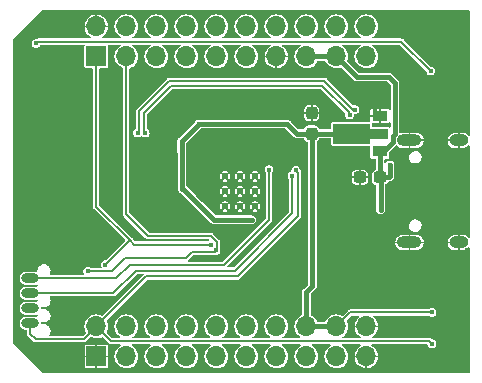
<source format=gbl>
%TF.GenerationSoftware,KiCad,Pcbnew,(6.0.1)*%
%TF.CreationDate,2022-02-10T21:58:18+01:00*%
%TF.ProjectId,rp2040,72703230-3430-42e6-9b69-6361645f7063,rev?*%
%TF.SameCoordinates,PX8917370PY699e930*%
%TF.FileFunction,Copper,L2,Bot*%
%TF.FilePolarity,Positive*%
%FSLAX46Y46*%
G04 Gerber Fmt 4.6, Leading zero omitted, Abs format (unit mm)*
G04 Created by KiCad (PCBNEW (6.0.1)) date 2022-02-10 21:58:18*
%MOMM*%
%LPD*%
G01*
G04 APERTURE LIST*
G04 Aperture macros list*
%AMRoundRect*
0 Rectangle with rounded corners*
0 $1 Rounding radius*
0 $2 $3 $4 $5 $6 $7 $8 $9 X,Y pos of 4 corners*
0 Add a 4 corners polygon primitive as box body*
4,1,4,$2,$3,$4,$5,$6,$7,$8,$9,$2,$3,0*
0 Add four circle primitives for the rounded corners*
1,1,$1+$1,$2,$3*
1,1,$1+$1,$4,$5*
1,1,$1+$1,$6,$7*
1,1,$1+$1,$8,$9*
0 Add four rect primitives between the rounded corners*
20,1,$1+$1,$2,$3,$4,$5,0*
20,1,$1+$1,$4,$5,$6,$7,0*
20,1,$1+$1,$6,$7,$8,$9,0*
20,1,$1+$1,$8,$9,$2,$3,0*%
%AMFreePoly0*
4,1,9,3.862500,-0.866500,0.737500,-0.866500,0.737500,-0.450000,-0.737500,-0.450000,-0.737500,0.450000,0.737500,0.450000,0.737500,0.866500,3.862500,0.866500,3.862500,-0.866500,3.862500,-0.866500,$1*%
G04 Aperture macros list end*
%TA.AperFunction,SMDPad,CuDef*%
%ADD10R,1.300000X0.900000*%
%TD*%
%TA.AperFunction,SMDPad,CuDef*%
%ADD11FreePoly0,180.000000*%
%TD*%
%TA.AperFunction,ComponentPad*%
%ADD12C,0.600000*%
%TD*%
%TA.AperFunction,ComponentPad*%
%ADD13O,2.100000X1.000000*%
%TD*%
%TA.AperFunction,ComponentPad*%
%ADD14O,1.600000X1.000000*%
%TD*%
%TA.AperFunction,ComponentPad*%
%ADD15R,1.700000X1.700000*%
%TD*%
%TA.AperFunction,ComponentPad*%
%ADD16O,1.700000X1.700000*%
%TD*%
%TA.AperFunction,SMDPad,CuDef*%
%ADD17O,1.500000X0.800000*%
%TD*%
%TA.AperFunction,SMDPad,CuDef*%
%ADD18RoundRect,0.237500X0.237500X-0.300000X0.237500X0.300000X-0.237500X0.300000X-0.237500X-0.300000X0*%
%TD*%
%TA.AperFunction,SMDPad,CuDef*%
%ADD19RoundRect,0.237500X0.300000X0.237500X-0.300000X0.237500X-0.300000X-0.237500X0.300000X-0.237500X0*%
%TD*%
%TA.AperFunction,ViaPad*%
%ADD20C,0.400000*%
%TD*%
%TA.AperFunction,Conductor*%
%ADD21C,0.400000*%
%TD*%
%TA.AperFunction,Conductor*%
%ADD22C,0.200000*%
%TD*%
%TA.AperFunction,Conductor*%
%ADD23C,0.150000*%
%TD*%
G04 APERTURE END LIST*
D10*
%TO.P,U2,1,GND*%
%TO.N,GND*%
X31380000Y21880000D03*
D11*
%TO.P,U2,2,VO*%
%TO.N,+3V3*%
X31292500Y20380000D03*
D10*
%TO.P,U2,3,VI*%
%TO.N,VBUS*%
X31380000Y18880000D03*
%TD*%
D12*
%TO.P,U3,57,GND*%
%TO.N,GND*%
X20825000Y16775000D03*
X20825000Y14225000D03*
X19550000Y15500000D03*
X18275000Y16775000D03*
X19550000Y16775000D03*
X20825000Y15500000D03*
X18275000Y15500000D03*
X18275000Y14225000D03*
X19550000Y14225000D03*
%TD*%
D13*
%TO.P,J1,S1,SHIELD*%
%TO.N,GND*%
X33895000Y19820000D03*
X33895000Y11180000D03*
D14*
X38075000Y19820000D03*
X38075000Y11180000D03*
%TD*%
D15*
%TO.P,J3,1,Pin_1*%
%TO.N,/GPIO0*%
X7385000Y26925000D03*
D16*
%TO.P,J3,2,Pin_2*%
%TO.N,GND*%
X7385000Y29465000D03*
%TO.P,J3,3,Pin_3*%
%TO.N,/GPIO1*%
X9925000Y26925000D03*
%TO.P,J3,4,Pin_4*%
%TO.N,/GPIO29*%
X9925000Y29465000D03*
%TO.P,J3,5,Pin_5*%
%TO.N,/GPIO28*%
X12465000Y26925000D03*
%TO.P,J3,6,Pin_6*%
%TO.N,/GPIO27*%
X12465000Y29465000D03*
%TO.P,J3,7,Pin_7*%
%TO.N,/GPIO26*%
X15005000Y26925000D03*
%TO.P,J3,8,Pin_8*%
%TO.N,/GPIO25*%
X15005000Y29465000D03*
%TO.P,J3,9,Pin_9*%
%TO.N,/GPIO24*%
X17545000Y26925000D03*
%TO.P,J3,10,Pin_10*%
%TO.N,/GPIO23*%
X17545000Y29465000D03*
%TO.P,J3,11,Pin_11*%
%TO.N,/GPIO22*%
X20085000Y26925000D03*
%TO.P,J3,12,Pin_12*%
%TO.N,/GPIO21*%
X20085000Y29465000D03*
%TO.P,J3,13,Pin_13*%
%TO.N,GND*%
X22625000Y26925000D03*
%TO.P,J3,14,Pin_14*%
%TO.N,/GPIO20*%
X22625000Y29465000D03*
%TO.P,J3,15,Pin_15*%
%TO.N,VBUS*%
X25165000Y26925000D03*
%TO.P,J3,16,Pin_16*%
%TO.N,/GPIO19*%
X25165000Y29465000D03*
%TO.P,J3,17,Pin_17*%
%TO.N,VBUS*%
X27705000Y26925000D03*
%TO.P,J3,18,Pin_18*%
%TO.N,/GPIO18*%
X27705000Y29465000D03*
%TO.P,J3,19,Pin_19*%
%TO.N,/GPIO17*%
X30245000Y26925000D03*
%TO.P,J3,20,Pin_20*%
%TO.N,/GPIO16*%
X30245000Y29465000D03*
%TD*%
D17*
%TO.P,J4,8,Pin_8*%
%TO.N,/RUN*%
X1800000Y4345000D03*
%TO.P,J4,7,Pin_7*%
%TO.N,unconnected-(J4-Pad7)*%
X1800000Y5615000D03*
%TO.P,J4,6,Pin_6*%
%TO.N,/SWCLK*%
X1800000Y6885000D03*
%TO.P,J4,5,Pin_5*%
%TO.N,/SWD*%
X1800000Y8155000D03*
%TD*%
D15*
%TO.P,J2,1,Pin_1*%
%TO.N,GND*%
X7385000Y1525000D03*
D16*
%TO.P,J2,2,Pin_2*%
%TO.N,/RUN*%
X7385000Y4065000D03*
%TO.P,J2,3,Pin_3*%
%TO.N,/GPIO2*%
X9925000Y1525000D03*
%TO.P,J2,4,Pin_4*%
%TO.N,/GPIO3*%
X9925000Y4065000D03*
%TO.P,J2,5,Pin_5*%
%TO.N,/GPIO4*%
X12465000Y1525000D03*
%TO.P,J2,6,Pin_6*%
%TO.N,/GPIO5*%
X12465000Y4065000D03*
%TO.P,J2,7,Pin_7*%
%TO.N,/GPIO6*%
X15005000Y1525000D03*
%TO.P,J2,8,Pin_8*%
%TO.N,/GPIO7*%
X15005000Y4065000D03*
%TO.P,J2,9,Pin_9*%
%TO.N,/GPIO8*%
X17545000Y1525000D03*
%TO.P,J2,10,Pin_10*%
%TO.N,/GPIO9*%
X17545000Y4065000D03*
%TO.P,J2,11,Pin_11*%
%TO.N,/GPIO10*%
X20085000Y1525000D03*
%TO.P,J2,12,Pin_12*%
%TO.N,/GPIO11*%
X20085000Y4065000D03*
%TO.P,J2,13,Pin_13*%
%TO.N,/GPIO12*%
X22625000Y1525000D03*
%TO.P,J2,14,Pin_14*%
%TO.N,/GPIO13*%
X22625000Y4065000D03*
%TO.P,J2,15,Pin_15*%
%TO.N,/GPIO14*%
X25165000Y1525000D03*
%TO.P,J2,16,Pin_16*%
%TO.N,+3V3*%
X25165000Y4065000D03*
%TO.P,J2,17,Pin_17*%
%TO.N,/GPIO15*%
X27705000Y1525000D03*
%TO.P,J2,18,Pin_18*%
%TO.N,+3V3*%
X27705000Y4065000D03*
%TO.P,J2,19,Pin_19*%
%TO.N,GND*%
X30245000Y1525000D03*
%TO.P,J2,20,Pin_20*%
X30245000Y4065000D03*
%TD*%
D18*
%TO.P,C3,1*%
%TO.N,+3V3*%
X25620000Y20395000D03*
%TO.P,C3,2*%
%TO.N,GND*%
X25620000Y22120000D03*
%TD*%
D19*
%TO.P,C2,1*%
%TO.N,VBUS*%
X31412500Y16700000D03*
%TO.P,C2,2*%
%TO.N,GND*%
X29687500Y16700000D03*
%TD*%
D20*
%TO.N,GND*%
X37090000Y14030000D03*
X37080000Y17910000D03*
X35390000Y15990000D03*
X25830000Y6470000D03*
%TO.N,/GPIO1*%
X17510000Y10510000D03*
%TO.N,GND*%
X4640000Y21820000D03*
%TO.N,/RUN*%
X24280000Y17300000D03*
%TO.N,/SWCLK*%
X23950000Y16800000D03*
%TO.N,+3V3*%
X21750000Y21200000D03*
X25682500Y16532500D03*
X16050000Y21200000D03*
X17350000Y13100000D03*
X20550000Y13100000D03*
X35800000Y5250000D03*
X14600000Y18950000D03*
X14650000Y15700000D03*
%TO.N,GND*%
X28750000Y30500000D03*
X750000Y7750000D03*
X4850000Y23550000D03*
X38750000Y25500000D03*
X750000Y27750000D03*
X24950000Y23800000D03*
X15850000Y21950000D03*
X8650000Y17750000D03*
X8750000Y500000D03*
X33750000Y30500000D03*
X6250000Y29550000D03*
X28250000Y8550000D03*
X29050000Y11150000D03*
X23250000Y25950000D03*
X38750000Y21000000D03*
X13750000Y30500000D03*
X8700000Y23550000D03*
X6850000Y11950000D03*
X12450000Y20300000D03*
X38750000Y500000D03*
X3750000Y30500000D03*
X30250000Y6750000D03*
X23350000Y8600000D03*
X750000Y22750000D03*
X26650000Y15350000D03*
X28750000Y500000D03*
X8750000Y30500000D03*
X20450000Y7400000D03*
X33750000Y500000D03*
X23750000Y500000D03*
X17000000Y9850000D03*
X13650000Y23550000D03*
X38750000Y10500000D03*
X38750000Y5500000D03*
X23750000Y30500000D03*
X30950000Y22450000D03*
X750000Y17750000D03*
X16050000Y19950000D03*
X8650000Y14150000D03*
X18750000Y500000D03*
X21050000Y23600000D03*
X750000Y12750000D03*
X750000Y2750000D03*
X38750000Y16000000D03*
X30250000Y12750000D03*
X13750000Y500000D03*
X11200000Y16050000D03*
X32050000Y8550000D03*
X5100000Y3950000D03*
X38750000Y30500000D03*
X3750000Y500000D03*
X18750000Y30500000D03*
%TO.N,VBUS*%
X31450000Y13950000D03*
X32250000Y17750000D03*
%TO.N,/USB_D+*%
X10875000Y20450000D03*
X29279810Y22429810D03*
%TO.N,/USB_D-*%
X28820190Y21970190D03*
X11525000Y20450000D03*
%TO.N,/GPIO0*%
X8150000Y9300000D03*
X17050000Y11000000D03*
%TO.N,/GPIO1*%
X6650000Y8750000D03*
%TO.N,/QSPI_SS*%
X2275489Y28024511D03*
X35700000Y25700000D03*
%TO.N,/SWD*%
X22000000Y17350000D03*
%TO.N,/RUN*%
X35800000Y2600000D03*
%TD*%
D21*
%TO.N,+3V3*%
X25682500Y20332500D02*
X25620000Y20395000D01*
X25682500Y16532500D02*
X25682500Y20332500D01*
X23552500Y21187500D02*
X21762500Y21187500D01*
X24345000Y20395000D02*
X23552500Y21187500D01*
X25620000Y20395000D02*
X24345000Y20395000D01*
X21762500Y21187500D02*
X21750000Y21200000D01*
X25635000Y20380000D02*
X25620000Y20395000D01*
X31292500Y20380000D02*
X25635000Y20380000D01*
D22*
X35800000Y5250000D02*
X28890000Y5250000D01*
X28890000Y5250000D02*
X27705000Y4065000D01*
D21*
X25165000Y4065000D02*
X27705000Y4065000D01*
%TO.N,VBUS*%
X27705000Y26925000D02*
X25165000Y26925000D01*
X29430000Y25200000D02*
X27705000Y26925000D01*
X32150000Y25200000D02*
X29430000Y25200000D01*
D22*
%TO.N,/GPIO1*%
X17510000Y10510000D02*
X17600000Y10600000D01*
X17400000Y10400000D02*
X17510000Y10510000D01*
D21*
%TO.N,+3V3*%
X21750000Y21200000D02*
X16050000Y21200000D01*
X14600000Y19750000D02*
X14600000Y18950000D01*
X16050000Y21200000D02*
X14600000Y19750000D01*
D22*
%TO.N,/QSPI_SS*%
X33210000Y28190000D02*
X35700000Y25700000D01*
X2440978Y28190000D02*
X33210000Y28190000D01*
X2275489Y28024511D02*
X2440978Y28190000D01*
%TO.N,/RUN*%
X19350000Y8300000D02*
X11620000Y8300000D01*
X24490000Y13440000D02*
X19350000Y8300000D01*
X24490000Y17090000D02*
X24490000Y13440000D01*
X11620000Y8300000D02*
X7385000Y4065000D01*
X24280000Y17300000D02*
X24490000Y17090000D01*
X35590000Y2810000D02*
X35800000Y2600000D01*
X8640000Y2810000D02*
X35590000Y2810000D01*
X7385000Y4065000D02*
X8640000Y2810000D01*
D21*
%TO.N,VBUS*%
X32485480Y20185480D02*
X32650000Y20350000D01*
X32485480Y19666458D02*
X32485480Y20185480D01*
X31380000Y18880000D02*
X31699022Y18880000D01*
X31699022Y18880000D02*
X32485480Y19666458D01*
X31412500Y18847500D02*
X31380000Y18880000D01*
X31412500Y16700000D02*
X31412500Y18847500D01*
%TO.N,+3V3*%
X25682500Y7482500D02*
X25165000Y6965000D01*
X25682500Y16532500D02*
X25682500Y7482500D01*
X25165000Y6965000D02*
X25165000Y4065000D01*
X14650000Y18900000D02*
X14600000Y18950000D01*
X20550000Y13100000D02*
X17350000Y13100000D01*
X14650000Y15700000D02*
X14750000Y15700000D01*
X14750000Y15700000D02*
X17350000Y13100000D01*
X14650000Y15700000D02*
X14650000Y18900000D01*
%TO.N,VBUS*%
X31450000Y13950000D02*
X31450000Y16662500D01*
X31450000Y16662500D02*
X31412500Y16700000D01*
X32250000Y16800000D02*
X32150000Y16700000D01*
X32650000Y20350000D02*
X32650000Y24700000D01*
X32650000Y24700000D02*
X32150000Y25200000D01*
X32250000Y17750000D02*
X32250000Y16800000D01*
X32150000Y16700000D02*
X31412500Y16700000D01*
D22*
%TO.N,/USB_D+*%
X29138389Y22429810D02*
X29279810Y22429810D01*
X10875000Y20450000D02*
X10974999Y20549999D01*
X13556800Y24875000D02*
X26693199Y24875000D01*
X26693199Y24875000D02*
X29138389Y22429810D01*
X10974999Y20549999D02*
X10974999Y22293199D01*
X10974999Y22293199D02*
X13556800Y24875000D01*
%TO.N,/USB_D-*%
X28820190Y22111611D02*
X28820190Y21970190D01*
X13743200Y24425000D02*
X26506801Y24425000D01*
X26506801Y24425000D02*
X28820190Y22111611D01*
X11525000Y20450000D02*
X11425001Y20549999D01*
X11425001Y20549999D02*
X11425001Y22106801D01*
X11425001Y22106801D02*
X13743200Y24425000D01*
%TO.N,/GPIO0*%
X17050000Y11000000D02*
X10600000Y11000000D01*
X7385000Y14215000D02*
X7385000Y26925000D01*
X10200000Y11350000D02*
X10250000Y11350000D01*
X10250000Y11350000D02*
X7385000Y14215000D01*
X10600000Y11000000D02*
X10250000Y11350000D01*
X8150000Y9300000D02*
X10200000Y11350000D01*
%TO.N,/GPIO1*%
X8700000Y8750000D02*
X9800000Y9850000D01*
X11750000Y11750000D02*
X9925000Y13575000D01*
X9800000Y9850000D02*
X14950000Y9850000D01*
X14950000Y9850000D02*
X15500000Y10400000D01*
X9925000Y13575000D02*
X9925000Y26925000D01*
X15500000Y10400000D02*
X17400000Y10400000D01*
X17600000Y10600000D02*
X17600000Y11200000D01*
X17600000Y11200000D02*
X17050000Y11750000D01*
X17050000Y11750000D02*
X11750000Y11750000D01*
X6650000Y8750000D02*
X8700000Y8750000D01*
%TO.N,/SWD*%
X22000000Y17350000D02*
X22000000Y13100000D01*
X10200000Y9300000D02*
X9055000Y8155000D01*
X9055000Y8155000D02*
X3595000Y8155000D01*
X22000000Y13100000D02*
X18200000Y9300000D01*
D23*
X1800000Y8155000D02*
X3595000Y8155000D01*
D22*
X18200000Y9300000D02*
X10200000Y9300000D01*
%TO.N,/RUN*%
X1800000Y3450000D02*
X2250000Y3000000D01*
X1800000Y4345000D02*
X1800000Y3450000D01*
X2250000Y3000000D02*
X6320000Y3000000D01*
X6320000Y3000000D02*
X7385000Y4065000D01*
%TO.N,/SWCLK*%
X8835000Y6885000D02*
X3585000Y6885000D01*
X10750000Y8800000D02*
X8835000Y6885000D01*
D23*
X1800000Y6885000D02*
X3585000Y6885000D01*
D22*
X19100000Y8800000D02*
X10750000Y8800000D01*
X23950000Y16800000D02*
X23950000Y13650000D01*
X23950000Y13650000D02*
X19100000Y8800000D01*
%TD*%
%TA.AperFunction,Conductor*%
%TO.N,GND*%
G36*
X38973566Y30832687D02*
G01*
X38998876Y30788850D01*
X39000000Y30776000D01*
X39000000Y20295761D01*
X38982687Y20248195D01*
X38938850Y20222885D01*
X38889000Y20231675D01*
X38875344Y20241817D01*
X38763488Y20346856D01*
X38756022Y20352280D01*
X38620259Y20426917D01*
X38611676Y20430315D01*
X38461621Y20468843D01*
X38452462Y20470000D01*
X38163048Y20470000D01*
X38153052Y20466362D01*
X38150000Y20461075D01*
X38150000Y19183048D01*
X38153638Y19173052D01*
X38158925Y19170000D01*
X38413563Y19170000D01*
X38418211Y19170293D01*
X38533312Y19184833D01*
X38542264Y19187132D01*
X38686298Y19244159D01*
X38694397Y19248612D01*
X38819724Y19339668D01*
X38826460Y19345993D01*
X38868982Y19397393D01*
X38912642Y19423008D01*
X38962552Y19414567D01*
X38995359Y19376018D01*
X39000000Y19350224D01*
X39000000Y11655761D01*
X38982687Y11608195D01*
X38938850Y11582885D01*
X38889000Y11591675D01*
X38875344Y11601817D01*
X38763488Y11706856D01*
X38756022Y11712280D01*
X38620259Y11786917D01*
X38611676Y11790315D01*
X38461621Y11828843D01*
X38452462Y11830000D01*
X38163048Y11830000D01*
X38153052Y11826362D01*
X38150000Y11821075D01*
X38150000Y10543048D01*
X38153638Y10533052D01*
X38158925Y10530000D01*
X38413563Y10530000D01*
X38418211Y10530293D01*
X38533312Y10544833D01*
X38542264Y10547132D01*
X38686298Y10604159D01*
X38694397Y10608612D01*
X38819724Y10699668D01*
X38826460Y10705993D01*
X38868982Y10757393D01*
X38912642Y10783008D01*
X38962552Y10774567D01*
X38995359Y10736018D01*
X39000000Y10710224D01*
X39000000Y224000D01*
X38982687Y176434D01*
X38938850Y151124D01*
X38926000Y150000D01*
X2842784Y150000D01*
X2795218Y167313D01*
X2790458Y171674D01*
X2298265Y663867D01*
X6385001Y663867D01*
X6385712Y656653D01*
X6392281Y623622D01*
X6397752Y610413D01*
X6422807Y572916D01*
X6432916Y562807D01*
X6470415Y537751D01*
X6483620Y532281D01*
X6516655Y525710D01*
X6523865Y525000D01*
X7296952Y525000D01*
X7306948Y528638D01*
X7310000Y533925D01*
X7310000Y538049D01*
X7460000Y538049D01*
X7463638Y528053D01*
X7468925Y525001D01*
X8246133Y525001D01*
X8253347Y525712D01*
X8286378Y532281D01*
X8299587Y537752D01*
X8337084Y562807D01*
X8347193Y572916D01*
X8372249Y610415D01*
X8377719Y623620D01*
X8384290Y656655D01*
X8385000Y663865D01*
X8385000Y1436952D01*
X8381362Y1446948D01*
X8376075Y1450000D01*
X7473048Y1450000D01*
X7463052Y1446362D01*
X7460000Y1441075D01*
X7460000Y538049D01*
X7310000Y538049D01*
X7310000Y1436952D01*
X7306362Y1446948D01*
X7301075Y1450000D01*
X6398049Y1450000D01*
X6388053Y1446362D01*
X6385001Y1441075D01*
X6385001Y663867D01*
X2298265Y663867D01*
X1349084Y1613048D01*
X6385000Y1613048D01*
X6388638Y1603052D01*
X6393925Y1600000D01*
X7296952Y1600000D01*
X7306948Y1603638D01*
X7310000Y1608925D01*
X7310000Y1613048D01*
X7460000Y1613048D01*
X7463638Y1603052D01*
X7468925Y1600000D01*
X8371951Y1600000D01*
X8381947Y1603638D01*
X8384999Y1608925D01*
X8384999Y2386133D01*
X8384288Y2393347D01*
X8377719Y2426378D01*
X8372248Y2439587D01*
X8347193Y2477084D01*
X8337084Y2487193D01*
X8299585Y2512249D01*
X8286380Y2517719D01*
X8253345Y2524290D01*
X8246135Y2525000D01*
X7473048Y2525000D01*
X7463052Y2521362D01*
X7460000Y2516075D01*
X7460000Y1613048D01*
X7310000Y1613048D01*
X7310000Y2511951D01*
X7306362Y2521947D01*
X7301075Y2524999D01*
X6523867Y2524999D01*
X6516653Y2524288D01*
X6483622Y2517719D01*
X6470413Y2512248D01*
X6432916Y2487193D01*
X6422807Y2477084D01*
X6397751Y2439585D01*
X6392281Y2426380D01*
X6385710Y2393345D01*
X6385000Y2386135D01*
X6385000Y1613048D01*
X1349084Y1613048D01*
X321674Y2640458D01*
X300282Y2686334D01*
X300000Y2692784D01*
X300000Y4345000D01*
X884663Y4345000D01*
X885296Y4340192D01*
X901781Y4214976D01*
X903926Y4198680D01*
X960404Y4062332D01*
X963354Y4058487D01*
X963356Y4058484D01*
X1017880Y3987427D01*
X1050246Y3945246D01*
X1054097Y3942291D01*
X1163484Y3858356D01*
X1163487Y3858354D01*
X1167332Y3855404D01*
X1303680Y3798926D01*
X1308482Y3798294D01*
X1308485Y3798293D01*
X1388299Y3787786D01*
X1413259Y3784500D01*
X1465500Y3784500D01*
X1513066Y3767187D01*
X1538376Y3723350D01*
X1539500Y3710500D01*
X1539500Y3482942D01*
X1538078Y3468506D01*
X1534397Y3450000D01*
X1535819Y3442851D01*
X1539500Y3424346D01*
X1550012Y3371500D01*
X1554615Y3348358D01*
X1612190Y3262190D01*
X1618250Y3258141D01*
X1627882Y3251705D01*
X1639096Y3242502D01*
X2042502Y2839096D01*
X2051705Y2827882D01*
X2062190Y2812190D01*
X2131228Y2766061D01*
X2148358Y2754615D01*
X2155503Y2753194D01*
X2155505Y2753193D01*
X2242851Y2735819D01*
X2250000Y2734397D01*
X2268506Y2738078D01*
X2282942Y2739500D01*
X6287058Y2739500D01*
X6301494Y2738078D01*
X6320000Y2734397D01*
X6345654Y2739500D01*
X6414495Y2753193D01*
X6414497Y2753194D01*
X6421642Y2754615D01*
X6507810Y2812190D01*
X6518295Y2827882D01*
X6527498Y2839096D01*
X6839131Y3150729D01*
X6885007Y3172121D01*
X6927558Y3162999D01*
X6975327Y3136302D01*
X6975333Y3136299D01*
X6978490Y3134535D01*
X7166960Y3073298D01*
X7228071Y3066011D01*
X7360135Y3050263D01*
X7360138Y3050263D01*
X7363735Y3049834D01*
X7415235Y3053797D01*
X7557710Y3064759D01*
X7557712Y3064759D01*
X7561320Y3065037D01*
X7752190Y3118329D01*
X7844617Y3165017D01*
X7894877Y3171011D01*
X7930306Y3151292D01*
X8432502Y2649096D01*
X8441705Y2637882D01*
X8452190Y2622190D01*
X8538358Y2564615D01*
X8545503Y2563194D01*
X8545505Y2563193D01*
X8632851Y2545819D01*
X8640000Y2544397D01*
X8658506Y2548078D01*
X8672942Y2549500D01*
X9402211Y2549500D01*
X9449777Y2532187D01*
X9475087Y2488350D01*
X9466297Y2438500D01*
X9436495Y2409921D01*
X9369010Y2374641D01*
X9366192Y2372375D01*
X9366190Y2372374D01*
X9350519Y2359774D01*
X9214570Y2250468D01*
X9212244Y2247696D01*
X9212242Y2247694D01*
X9193865Y2225793D01*
X9087189Y2098661D01*
X9085447Y2095493D01*
X9085446Y2095491D01*
X9079059Y2083873D01*
X8991720Y1925004D01*
X8931800Y1736111D01*
X8909710Y1539177D01*
X8910013Y1535568D01*
X8910013Y1535566D01*
X8917948Y1441075D01*
X8926292Y1341703D01*
X8980915Y1151210D01*
X9071498Y974955D01*
X9101613Y936960D01*
X9192340Y822490D01*
X9192343Y822486D01*
X9194590Y819652D01*
X9197344Y817309D01*
X9197346Y817306D01*
X9229802Y789684D01*
X9345504Y691214D01*
X9383625Y669909D01*
X9515331Y596300D01*
X9515335Y596298D01*
X9518490Y594535D01*
X9706960Y533298D01*
X9750946Y528053D01*
X9900135Y510263D01*
X9900138Y510263D01*
X9903735Y509834D01*
X9955235Y513797D01*
X10097710Y524759D01*
X10097712Y524759D01*
X10101320Y525037D01*
X10292190Y578329D01*
X10322059Y593417D01*
X10465839Y666045D01*
X10465842Y666047D01*
X10469073Y667679D01*
X10625232Y789684D01*
X10754720Y939697D01*
X10756503Y942836D01*
X10756506Y942840D01*
X10803662Y1025850D01*
X10852604Y1112004D01*
X10855173Y1119727D01*
X10914013Y1296605D01*
X10914014Y1296608D01*
X10915156Y1300042D01*
X10939993Y1496649D01*
X10940389Y1525000D01*
X10932778Y1602628D01*
X10921404Y1718620D01*
X10921051Y1722223D01*
X10917943Y1732519D01*
X10908708Y1763107D01*
X10863774Y1911935D01*
X10817256Y1999422D01*
X10772438Y2083713D01*
X10772437Y2083714D01*
X10770739Y2086908D01*
X10653840Y2230240D01*
X10647777Y2237674D01*
X10647776Y2237675D01*
X10645490Y2240478D01*
X10492798Y2366796D01*
X10476895Y2375395D01*
X10412143Y2410406D01*
X10378536Y2448259D01*
X10377122Y2498858D01*
X10408564Y2538528D01*
X10447339Y2549500D01*
X11942211Y2549500D01*
X11989777Y2532187D01*
X12015087Y2488350D01*
X12006297Y2438500D01*
X11976495Y2409921D01*
X11909010Y2374641D01*
X11906192Y2372375D01*
X11906190Y2372374D01*
X11890519Y2359774D01*
X11754570Y2250468D01*
X11752244Y2247696D01*
X11752242Y2247694D01*
X11733865Y2225793D01*
X11627189Y2098661D01*
X11625447Y2095493D01*
X11625446Y2095491D01*
X11619059Y2083873D01*
X11531720Y1925004D01*
X11471800Y1736111D01*
X11449710Y1539177D01*
X11450013Y1535568D01*
X11450013Y1535566D01*
X11457948Y1441075D01*
X11466292Y1341703D01*
X11520915Y1151210D01*
X11611498Y974955D01*
X11641613Y936960D01*
X11732340Y822490D01*
X11732343Y822486D01*
X11734590Y819652D01*
X11737344Y817309D01*
X11737346Y817306D01*
X11769802Y789684D01*
X11885504Y691214D01*
X11923625Y669909D01*
X12055331Y596300D01*
X12055335Y596298D01*
X12058490Y594535D01*
X12246960Y533298D01*
X12290946Y528053D01*
X12440135Y510263D01*
X12440138Y510263D01*
X12443735Y509834D01*
X12495235Y513797D01*
X12637710Y524759D01*
X12637712Y524759D01*
X12641320Y525037D01*
X12832190Y578329D01*
X12862059Y593417D01*
X13005839Y666045D01*
X13005842Y666047D01*
X13009073Y667679D01*
X13165232Y789684D01*
X13294720Y939697D01*
X13296503Y942836D01*
X13296506Y942840D01*
X13343662Y1025850D01*
X13392604Y1112004D01*
X13395173Y1119727D01*
X13454013Y1296605D01*
X13454014Y1296608D01*
X13455156Y1300042D01*
X13479993Y1496649D01*
X13480389Y1525000D01*
X13472778Y1602628D01*
X13461404Y1718620D01*
X13461051Y1722223D01*
X13457943Y1732519D01*
X13448708Y1763107D01*
X13403774Y1911935D01*
X13357256Y1999422D01*
X13312438Y2083713D01*
X13312437Y2083714D01*
X13310739Y2086908D01*
X13193840Y2230240D01*
X13187777Y2237674D01*
X13187776Y2237675D01*
X13185490Y2240478D01*
X13032798Y2366796D01*
X13016895Y2375395D01*
X12952143Y2410406D01*
X12918536Y2448259D01*
X12917122Y2498858D01*
X12948564Y2538528D01*
X12987339Y2549500D01*
X14482211Y2549500D01*
X14529777Y2532187D01*
X14555087Y2488350D01*
X14546297Y2438500D01*
X14516495Y2409921D01*
X14449010Y2374641D01*
X14446192Y2372375D01*
X14446190Y2372374D01*
X14430519Y2359774D01*
X14294570Y2250468D01*
X14292244Y2247696D01*
X14292242Y2247694D01*
X14273865Y2225793D01*
X14167189Y2098661D01*
X14165447Y2095493D01*
X14165446Y2095491D01*
X14159059Y2083873D01*
X14071720Y1925004D01*
X14011800Y1736111D01*
X13989710Y1539177D01*
X13990013Y1535568D01*
X13990013Y1535566D01*
X13997948Y1441075D01*
X14006292Y1341703D01*
X14060915Y1151210D01*
X14151498Y974955D01*
X14181613Y936960D01*
X14272340Y822490D01*
X14272343Y822486D01*
X14274590Y819652D01*
X14277344Y817309D01*
X14277346Y817306D01*
X14309802Y789684D01*
X14425504Y691214D01*
X14463625Y669909D01*
X14595331Y596300D01*
X14595335Y596298D01*
X14598490Y594535D01*
X14786960Y533298D01*
X14830946Y528053D01*
X14980135Y510263D01*
X14980138Y510263D01*
X14983735Y509834D01*
X15035235Y513797D01*
X15177710Y524759D01*
X15177712Y524759D01*
X15181320Y525037D01*
X15372190Y578329D01*
X15402059Y593417D01*
X15545839Y666045D01*
X15545842Y666047D01*
X15549073Y667679D01*
X15705232Y789684D01*
X15834720Y939697D01*
X15836503Y942836D01*
X15836506Y942840D01*
X15883662Y1025850D01*
X15932604Y1112004D01*
X15935173Y1119727D01*
X15994013Y1296605D01*
X15994014Y1296608D01*
X15995156Y1300042D01*
X16019993Y1496649D01*
X16020389Y1525000D01*
X16012778Y1602628D01*
X16001404Y1718620D01*
X16001051Y1722223D01*
X15997943Y1732519D01*
X15988708Y1763107D01*
X15943774Y1911935D01*
X15897256Y1999422D01*
X15852438Y2083713D01*
X15852437Y2083714D01*
X15850739Y2086908D01*
X15733840Y2230240D01*
X15727777Y2237674D01*
X15727776Y2237675D01*
X15725490Y2240478D01*
X15572798Y2366796D01*
X15556895Y2375395D01*
X15492143Y2410406D01*
X15458536Y2448259D01*
X15457122Y2498858D01*
X15488564Y2538528D01*
X15527339Y2549500D01*
X17022211Y2549500D01*
X17069777Y2532187D01*
X17095087Y2488350D01*
X17086297Y2438500D01*
X17056495Y2409921D01*
X16989010Y2374641D01*
X16986192Y2372375D01*
X16986190Y2372374D01*
X16970519Y2359774D01*
X16834570Y2250468D01*
X16832244Y2247696D01*
X16832242Y2247694D01*
X16813865Y2225793D01*
X16707189Y2098661D01*
X16705447Y2095493D01*
X16705446Y2095491D01*
X16699059Y2083873D01*
X16611720Y1925004D01*
X16551800Y1736111D01*
X16529710Y1539177D01*
X16530013Y1535568D01*
X16530013Y1535566D01*
X16537948Y1441075D01*
X16546292Y1341703D01*
X16600915Y1151210D01*
X16691498Y974955D01*
X16721613Y936960D01*
X16812340Y822490D01*
X16812343Y822486D01*
X16814590Y819652D01*
X16817344Y817309D01*
X16817346Y817306D01*
X16849802Y789684D01*
X16965504Y691214D01*
X17003625Y669909D01*
X17135331Y596300D01*
X17135335Y596298D01*
X17138490Y594535D01*
X17326960Y533298D01*
X17370946Y528053D01*
X17520135Y510263D01*
X17520138Y510263D01*
X17523735Y509834D01*
X17575235Y513797D01*
X17717710Y524759D01*
X17717712Y524759D01*
X17721320Y525037D01*
X17912190Y578329D01*
X17942059Y593417D01*
X18085839Y666045D01*
X18085842Y666047D01*
X18089073Y667679D01*
X18245232Y789684D01*
X18374720Y939697D01*
X18376503Y942836D01*
X18376506Y942840D01*
X18423662Y1025850D01*
X18472604Y1112004D01*
X18475173Y1119727D01*
X18534013Y1296605D01*
X18534014Y1296608D01*
X18535156Y1300042D01*
X18559993Y1496649D01*
X18560389Y1525000D01*
X18552778Y1602628D01*
X18541404Y1718620D01*
X18541051Y1722223D01*
X18537943Y1732519D01*
X18528708Y1763107D01*
X18483774Y1911935D01*
X18437256Y1999422D01*
X18392438Y2083713D01*
X18392437Y2083714D01*
X18390739Y2086908D01*
X18273840Y2230240D01*
X18267777Y2237674D01*
X18267776Y2237675D01*
X18265490Y2240478D01*
X18112798Y2366796D01*
X18096895Y2375395D01*
X18032143Y2410406D01*
X17998536Y2448259D01*
X17997122Y2498858D01*
X18028564Y2538528D01*
X18067339Y2549500D01*
X19562211Y2549500D01*
X19609777Y2532187D01*
X19635087Y2488350D01*
X19626297Y2438500D01*
X19596495Y2409921D01*
X19529010Y2374641D01*
X19526192Y2372375D01*
X19526190Y2372374D01*
X19510519Y2359774D01*
X19374570Y2250468D01*
X19372244Y2247696D01*
X19372242Y2247694D01*
X19353865Y2225793D01*
X19247189Y2098661D01*
X19245447Y2095493D01*
X19245446Y2095491D01*
X19239059Y2083873D01*
X19151720Y1925004D01*
X19091800Y1736111D01*
X19069710Y1539177D01*
X19070013Y1535568D01*
X19070013Y1535566D01*
X19077948Y1441075D01*
X19086292Y1341703D01*
X19140915Y1151210D01*
X19231498Y974955D01*
X19261613Y936960D01*
X19352340Y822490D01*
X19352343Y822486D01*
X19354590Y819652D01*
X19357344Y817309D01*
X19357346Y817306D01*
X19389802Y789684D01*
X19505504Y691214D01*
X19543625Y669909D01*
X19675331Y596300D01*
X19675335Y596298D01*
X19678490Y594535D01*
X19866960Y533298D01*
X19910946Y528053D01*
X20060135Y510263D01*
X20060138Y510263D01*
X20063735Y509834D01*
X20115235Y513797D01*
X20257710Y524759D01*
X20257712Y524759D01*
X20261320Y525037D01*
X20452190Y578329D01*
X20482059Y593417D01*
X20625839Y666045D01*
X20625842Y666047D01*
X20629073Y667679D01*
X20785232Y789684D01*
X20914720Y939697D01*
X20916503Y942836D01*
X20916506Y942840D01*
X20963662Y1025850D01*
X21012604Y1112004D01*
X21015173Y1119727D01*
X21074013Y1296605D01*
X21074014Y1296608D01*
X21075156Y1300042D01*
X21099993Y1496649D01*
X21100389Y1525000D01*
X21092778Y1602628D01*
X21081404Y1718620D01*
X21081051Y1722223D01*
X21077943Y1732519D01*
X21068708Y1763107D01*
X21023774Y1911935D01*
X20977256Y1999422D01*
X20932438Y2083713D01*
X20932437Y2083714D01*
X20930739Y2086908D01*
X20813840Y2230240D01*
X20807777Y2237674D01*
X20807776Y2237675D01*
X20805490Y2240478D01*
X20652798Y2366796D01*
X20636895Y2375395D01*
X20572143Y2410406D01*
X20538536Y2448259D01*
X20537122Y2498858D01*
X20568564Y2538528D01*
X20607339Y2549500D01*
X22102211Y2549500D01*
X22149777Y2532187D01*
X22175087Y2488350D01*
X22166297Y2438500D01*
X22136495Y2409921D01*
X22069010Y2374641D01*
X22066192Y2372375D01*
X22066190Y2372374D01*
X22050519Y2359774D01*
X21914570Y2250468D01*
X21912244Y2247696D01*
X21912242Y2247694D01*
X21893865Y2225793D01*
X21787189Y2098661D01*
X21785447Y2095493D01*
X21785446Y2095491D01*
X21779059Y2083873D01*
X21691720Y1925004D01*
X21631800Y1736111D01*
X21609710Y1539177D01*
X21610013Y1535568D01*
X21610013Y1535566D01*
X21617948Y1441075D01*
X21626292Y1341703D01*
X21680915Y1151210D01*
X21771498Y974955D01*
X21801613Y936960D01*
X21892340Y822490D01*
X21892343Y822486D01*
X21894590Y819652D01*
X21897344Y817309D01*
X21897346Y817306D01*
X21929802Y789684D01*
X22045504Y691214D01*
X22083625Y669909D01*
X22215331Y596300D01*
X22215335Y596298D01*
X22218490Y594535D01*
X22406960Y533298D01*
X22450946Y528053D01*
X22600135Y510263D01*
X22600138Y510263D01*
X22603735Y509834D01*
X22655235Y513797D01*
X22797710Y524759D01*
X22797712Y524759D01*
X22801320Y525037D01*
X22992190Y578329D01*
X23022059Y593417D01*
X23165839Y666045D01*
X23165842Y666047D01*
X23169073Y667679D01*
X23325232Y789684D01*
X23454720Y939697D01*
X23456503Y942836D01*
X23456506Y942840D01*
X23503662Y1025850D01*
X23552604Y1112004D01*
X23555173Y1119727D01*
X23614013Y1296605D01*
X23614014Y1296608D01*
X23615156Y1300042D01*
X23639993Y1496649D01*
X23640389Y1525000D01*
X23632778Y1602628D01*
X23621404Y1718620D01*
X23621051Y1722223D01*
X23617943Y1732519D01*
X23608708Y1763107D01*
X23563774Y1911935D01*
X23517256Y1999422D01*
X23472438Y2083713D01*
X23472437Y2083714D01*
X23470739Y2086908D01*
X23353840Y2230240D01*
X23347777Y2237674D01*
X23347776Y2237675D01*
X23345490Y2240478D01*
X23192798Y2366796D01*
X23176895Y2375395D01*
X23112143Y2410406D01*
X23078536Y2448259D01*
X23077122Y2498858D01*
X23108564Y2538528D01*
X23147339Y2549500D01*
X24642211Y2549500D01*
X24689777Y2532187D01*
X24715087Y2488350D01*
X24706297Y2438500D01*
X24676495Y2409921D01*
X24609010Y2374641D01*
X24606192Y2372375D01*
X24606190Y2372374D01*
X24590519Y2359774D01*
X24454570Y2250468D01*
X24452244Y2247696D01*
X24452242Y2247694D01*
X24433865Y2225793D01*
X24327189Y2098661D01*
X24325447Y2095493D01*
X24325446Y2095491D01*
X24319059Y2083873D01*
X24231720Y1925004D01*
X24171800Y1736111D01*
X24149710Y1539177D01*
X24150013Y1535568D01*
X24150013Y1535566D01*
X24157948Y1441075D01*
X24166292Y1341703D01*
X24220915Y1151210D01*
X24311498Y974955D01*
X24341613Y936960D01*
X24432340Y822490D01*
X24432343Y822486D01*
X24434590Y819652D01*
X24437344Y817309D01*
X24437346Y817306D01*
X24469802Y789684D01*
X24585504Y691214D01*
X24623625Y669909D01*
X24755331Y596300D01*
X24755335Y596298D01*
X24758490Y594535D01*
X24946960Y533298D01*
X24990946Y528053D01*
X25140135Y510263D01*
X25140138Y510263D01*
X25143735Y509834D01*
X25195235Y513797D01*
X25337710Y524759D01*
X25337712Y524759D01*
X25341320Y525037D01*
X25532190Y578329D01*
X25562059Y593417D01*
X25705839Y666045D01*
X25705842Y666047D01*
X25709073Y667679D01*
X25865232Y789684D01*
X25994720Y939697D01*
X25996503Y942836D01*
X25996506Y942840D01*
X26043662Y1025850D01*
X26092604Y1112004D01*
X26095173Y1119727D01*
X26154013Y1296605D01*
X26154014Y1296608D01*
X26155156Y1300042D01*
X26179993Y1496649D01*
X26180389Y1525000D01*
X26172778Y1602628D01*
X26161404Y1718620D01*
X26161051Y1722223D01*
X26157943Y1732519D01*
X26148708Y1763107D01*
X26103774Y1911935D01*
X26057256Y1999422D01*
X26012438Y2083713D01*
X26012437Y2083714D01*
X26010739Y2086908D01*
X25893840Y2230240D01*
X25887777Y2237674D01*
X25887776Y2237675D01*
X25885490Y2240478D01*
X25732798Y2366796D01*
X25716895Y2375395D01*
X25652143Y2410406D01*
X25618536Y2448259D01*
X25617122Y2498858D01*
X25648564Y2538528D01*
X25687339Y2549500D01*
X27182211Y2549500D01*
X27229777Y2532187D01*
X27255087Y2488350D01*
X27246297Y2438500D01*
X27216495Y2409921D01*
X27149010Y2374641D01*
X27146192Y2372375D01*
X27146190Y2372374D01*
X27130519Y2359774D01*
X26994570Y2250468D01*
X26992244Y2247696D01*
X26992242Y2247694D01*
X26973865Y2225793D01*
X26867189Y2098661D01*
X26865447Y2095493D01*
X26865446Y2095491D01*
X26859059Y2083873D01*
X26771720Y1925004D01*
X26711800Y1736111D01*
X26689710Y1539177D01*
X26690013Y1535568D01*
X26690013Y1535566D01*
X26697948Y1441075D01*
X26706292Y1341703D01*
X26760915Y1151210D01*
X26851498Y974955D01*
X26881613Y936960D01*
X26972340Y822490D01*
X26972343Y822486D01*
X26974590Y819652D01*
X26977344Y817309D01*
X26977346Y817306D01*
X27009802Y789684D01*
X27125504Y691214D01*
X27163625Y669909D01*
X27295331Y596300D01*
X27295335Y596298D01*
X27298490Y594535D01*
X27486960Y533298D01*
X27530946Y528053D01*
X27680135Y510263D01*
X27680138Y510263D01*
X27683735Y509834D01*
X27735235Y513797D01*
X27877710Y524759D01*
X27877712Y524759D01*
X27881320Y525037D01*
X28072190Y578329D01*
X28102059Y593417D01*
X28245839Y666045D01*
X28245842Y666047D01*
X28249073Y667679D01*
X28405232Y789684D01*
X28534720Y939697D01*
X28536503Y942836D01*
X28536506Y942840D01*
X28583662Y1025850D01*
X28632604Y1112004D01*
X28635173Y1119727D01*
X28694013Y1296605D01*
X28694014Y1296608D01*
X28695156Y1300042D01*
X28713116Y1442208D01*
X29248389Y1442208D01*
X29256366Y1347215D01*
X29257667Y1340127D01*
X29309727Y1158573D01*
X29312377Y1151878D01*
X29398711Y983890D01*
X29402616Y977832D01*
X29519930Y829818D01*
X29524935Y824634D01*
X29668768Y702224D01*
X29674687Y698110D01*
X29839555Y605968D01*
X29846156Y603085D01*
X30025780Y544722D01*
X30032825Y543173D01*
X30157043Y528360D01*
X30167400Y530789D01*
X30170000Y534264D01*
X30170000Y540819D01*
X30320000Y540819D01*
X30323638Y530823D01*
X30327875Y528377D01*
X30415877Y535149D01*
X30422978Y536401D01*
X30604891Y587193D01*
X30611599Y589794D01*
X30780195Y674957D01*
X30786269Y678812D01*
X30935104Y795095D01*
X30940323Y800065D01*
X31063736Y943041D01*
X31067885Y948921D01*
X31161180Y1113152D01*
X31164108Y1119727D01*
X31223725Y1298942D01*
X31225322Y1305976D01*
X31241882Y1437054D01*
X31239525Y1447427D01*
X31236135Y1450000D01*
X30333048Y1450000D01*
X30323052Y1446362D01*
X30320000Y1441075D01*
X30320000Y540819D01*
X30170000Y540819D01*
X30170000Y1436952D01*
X30166362Y1446948D01*
X30161075Y1450000D01*
X29260783Y1450000D01*
X29250787Y1446362D01*
X29248389Y1442208D01*
X28713116Y1442208D01*
X28719993Y1496649D01*
X28720389Y1525000D01*
X28712778Y1602628D01*
X28701404Y1718620D01*
X28701051Y1722223D01*
X28697943Y1732519D01*
X28688708Y1763107D01*
X28643774Y1911935D01*
X28597256Y1999422D01*
X28552438Y2083713D01*
X28552437Y2083714D01*
X28550739Y2086908D01*
X28433840Y2230240D01*
X28427777Y2237674D01*
X28427776Y2237675D01*
X28425490Y2240478D01*
X28272798Y2366796D01*
X28256895Y2375395D01*
X28192143Y2410406D01*
X28158536Y2448259D01*
X28157122Y2498858D01*
X28188564Y2538528D01*
X28227339Y2549500D01*
X29744874Y2549500D01*
X29792440Y2532187D01*
X29817750Y2488350D01*
X29808960Y2438500D01*
X29779158Y2409921D01*
X29697994Y2367490D01*
X29691967Y2363546D01*
X29544770Y2245197D01*
X29539623Y2240156D01*
X29418221Y2095475D01*
X29414152Y2089531D01*
X29323159Y1924016D01*
X29320323Y1917399D01*
X29263212Y1737365D01*
X29261716Y1730327D01*
X29248552Y1612967D01*
X29251054Y1602628D01*
X29254619Y1600000D01*
X31229437Y1600000D01*
X31239433Y1603638D01*
X31241737Y1607629D01*
X31231055Y1716571D01*
X31229656Y1723639D01*
X31175065Y1904451D01*
X31172321Y1911109D01*
X31083651Y2077874D01*
X31079665Y2083873D01*
X30960291Y2230240D01*
X30955215Y2235351D01*
X30809694Y2355737D01*
X30803709Y2359774D01*
X30710067Y2410406D01*
X30676460Y2448259D01*
X30675046Y2498858D01*
X30706488Y2538528D01*
X30745263Y2549500D01*
X35369679Y2549500D01*
X35417245Y2532187D01*
X35438455Y2494697D01*
X35440532Y2495372D01*
X35442331Y2489836D01*
X35443242Y2484082D01*
X35445885Y2478894D01*
X35445886Y2478892D01*
X35465913Y2439587D01*
X35496523Y2379511D01*
X35579511Y2296523D01*
X35629489Y2271058D01*
X35678892Y2245886D01*
X35678894Y2245885D01*
X35684082Y2243242D01*
X35800000Y2224882D01*
X35915918Y2243242D01*
X35921106Y2245885D01*
X35921108Y2245886D01*
X35970511Y2271058D01*
X36020489Y2296523D01*
X36103477Y2379511D01*
X36134087Y2439587D01*
X36154114Y2478892D01*
X36154115Y2478894D01*
X36156758Y2484082D01*
X36175118Y2600000D01*
X36156758Y2715918D01*
X36103477Y2820489D01*
X36020489Y2903477D01*
X35970511Y2928942D01*
X35921108Y2954114D01*
X35921106Y2954115D01*
X35915918Y2956758D01*
X35870081Y2964018D01*
X35821954Y2971641D01*
X35781534Y2992236D01*
X35777810Y2997810D01*
X35691642Y3055385D01*
X35684497Y3056806D01*
X35684495Y3056807D01*
X35615654Y3070500D01*
X35597149Y3074181D01*
X35590000Y3075603D01*
X35582851Y3074181D01*
X35571495Y3071922D01*
X35557058Y3070500D01*
X30804840Y3070500D01*
X30757274Y3087813D01*
X30731964Y3131650D01*
X30740754Y3181500D01*
X30771474Y3210551D01*
X30780191Y3214954D01*
X30786269Y3218812D01*
X30935104Y3335095D01*
X30940323Y3340065D01*
X31063736Y3483041D01*
X31067885Y3488921D01*
X31161180Y3653152D01*
X31164108Y3659727D01*
X31223725Y3838942D01*
X31225322Y3845976D01*
X31241882Y3977054D01*
X31239525Y3987427D01*
X31236135Y3990000D01*
X29260783Y3990000D01*
X29250787Y3986362D01*
X29248389Y3982208D01*
X29256366Y3887215D01*
X29257667Y3880127D01*
X29309727Y3698573D01*
X29312377Y3691878D01*
X29398711Y3523890D01*
X29402616Y3517832D01*
X29519930Y3369818D01*
X29524935Y3364634D01*
X29668768Y3242224D01*
X29674687Y3238110D01*
X29726601Y3209096D01*
X29759676Y3170778D01*
X29760383Y3120164D01*
X29728390Y3080937D01*
X29690499Y3070500D01*
X28286964Y3070500D01*
X28239398Y3087813D01*
X28214088Y3131650D01*
X28222878Y3181500D01*
X28246960Y3206611D01*
X28249073Y3207679D01*
X28251921Y3209904D01*
X28251924Y3209906D01*
X28402379Y3327455D01*
X28405232Y3329684D01*
X28534720Y3479697D01*
X28536503Y3482836D01*
X28536506Y3482840D01*
X28599919Y3594468D01*
X28632604Y3652004D01*
X28644576Y3687993D01*
X28694013Y3836605D01*
X28694014Y3836608D01*
X28695156Y3840042D01*
X28719993Y4036649D01*
X28720389Y4065000D01*
X28712778Y4142628D01*
X28710467Y4166188D01*
X28701051Y4262223D01*
X28697943Y4272519D01*
X28688708Y4303107D01*
X28643774Y4451935D01*
X28614034Y4507869D01*
X28605804Y4523347D01*
X28598759Y4573474D01*
X28618816Y4610414D01*
X28976228Y4967826D01*
X29022104Y4989218D01*
X29028554Y4989500D01*
X29588738Y4989500D01*
X29636304Y4972187D01*
X29661614Y4928350D01*
X29652824Y4878500D01*
X29635107Y4857829D01*
X29544770Y4785197D01*
X29539623Y4780156D01*
X29418221Y4635475D01*
X29414152Y4629531D01*
X29323159Y4464016D01*
X29320323Y4457399D01*
X29263212Y4277365D01*
X29261716Y4270327D01*
X29248552Y4152967D01*
X29251054Y4142628D01*
X29254619Y4140000D01*
X31229437Y4140000D01*
X31239433Y4143638D01*
X31241737Y4147629D01*
X31231055Y4256571D01*
X31229656Y4263639D01*
X31175065Y4444451D01*
X31172321Y4451109D01*
X31083651Y4617874D01*
X31079665Y4623873D01*
X30960291Y4770240D01*
X30955215Y4775351D01*
X30854727Y4858482D01*
X30829112Y4902142D01*
X30837553Y4952052D01*
X30876102Y4984859D01*
X30901896Y4989500D01*
X35505882Y4989500D01*
X35553448Y4972187D01*
X35558208Y4967826D01*
X35579511Y4946523D01*
X35615178Y4928350D01*
X35678892Y4895886D01*
X35678894Y4895885D01*
X35684082Y4893242D01*
X35800000Y4874882D01*
X35915918Y4893242D01*
X35921106Y4895885D01*
X35921108Y4895886D01*
X35984822Y4928350D01*
X36020489Y4946523D01*
X36103477Y5029511D01*
X36137116Y5095532D01*
X36154114Y5128892D01*
X36154115Y5128894D01*
X36156758Y5134082D01*
X36175118Y5250000D01*
X36156758Y5365918D01*
X36103477Y5470489D01*
X36020489Y5553477D01*
X35937896Y5595560D01*
X35921108Y5604114D01*
X35921106Y5604115D01*
X35915918Y5606758D01*
X35800000Y5625118D01*
X35684082Y5606758D01*
X35678894Y5604115D01*
X35678892Y5604114D01*
X35662104Y5595560D01*
X35579511Y5553477D01*
X35558208Y5532174D01*
X35512332Y5510782D01*
X35505882Y5510500D01*
X28922942Y5510500D01*
X28908505Y5511922D01*
X28897149Y5514181D01*
X28890000Y5515603D01*
X28882851Y5514181D01*
X28864346Y5510500D01*
X28795505Y5496807D01*
X28795503Y5496806D01*
X28788358Y5495385D01*
X28702190Y5437810D01*
X28698141Y5431750D01*
X28691705Y5422118D01*
X28682502Y5410904D01*
X28250527Y4978929D01*
X28204651Y4957537D01*
X28163004Y4966161D01*
X28101660Y4999330D01*
X28101658Y4999331D01*
X28098479Y5001050D01*
X28095026Y5002119D01*
X28095024Y5002120D01*
X27963806Y5042738D01*
X27909172Y5059650D01*
X27712089Y5080364D01*
X27708485Y5080036D01*
X27708484Y5080036D01*
X27518348Y5062733D01*
X27518346Y5062733D01*
X27514735Y5062404D01*
X27324629Y5006452D01*
X27321430Y5004780D01*
X27321426Y5004778D01*
X27152217Y4916318D01*
X27152214Y4916316D01*
X27149010Y4914641D01*
X27146192Y4912375D01*
X27146190Y4912374D01*
X27100693Y4875793D01*
X26994570Y4790468D01*
X26992244Y4787696D01*
X26992242Y4787694D01*
X26937587Y4722558D01*
X26867189Y4638661D01*
X26865447Y4635493D01*
X26865446Y4635491D01*
X26843978Y4596440D01*
X26771720Y4465004D01*
X26770179Y4465851D01*
X26739724Y4433439D01*
X26706378Y4425500D01*
X26162293Y4425500D01*
X26114727Y4442813D01*
X26096955Y4464759D01*
X26096375Y4465851D01*
X26040096Y4571695D01*
X26012438Y4623713D01*
X26012437Y4623714D01*
X26010739Y4626908D01*
X25893840Y4770240D01*
X25887777Y4777674D01*
X25887776Y4777675D01*
X25885490Y4780478D01*
X25751803Y4891074D01*
X25735593Y4904484D01*
X25735592Y4904485D01*
X25732798Y4906796D01*
X25715190Y4916317D01*
X25671525Y4939926D01*
X25564303Y4997901D01*
X25530697Y5035753D01*
X25525500Y5062994D01*
X25525500Y6785024D01*
X25542813Y6832590D01*
X25547174Y6837350D01*
X25904629Y7194805D01*
X25916815Y7204646D01*
X25923335Y7208856D01*
X25923337Y7208858D01*
X25928476Y7212176D01*
X25942937Y7230519D01*
X25949892Y7239342D01*
X25955679Y7245855D01*
X25958590Y7248766D01*
X25961398Y7252695D01*
X25969880Y7264564D01*
X25971974Y7267353D01*
X25985692Y7284754D01*
X26002777Y7306426D01*
X26004805Y7312199D01*
X26005654Y7313744D01*
X26006043Y7314361D01*
X26006100Y7314473D01*
X26006382Y7315145D01*
X26007159Y7316731D01*
X26010716Y7321709D01*
X26024972Y7369377D01*
X26026049Y7372693D01*
X26038974Y7409500D01*
X26042543Y7419662D01*
X26043000Y7424939D01*
X26043000Y7426177D01*
X26043411Y7431036D01*
X26045103Y7436693D01*
X26044770Y7445183D01*
X26043057Y7488776D01*
X26043000Y7491681D01*
X26043000Y11096952D01*
X32698940Y11096952D01*
X32701147Y11061880D01*
X32702878Y11052806D01*
X32750749Y10905474D01*
X32754684Y10897111D01*
X32837691Y10766312D01*
X32843580Y10759194D01*
X32956512Y10653144D01*
X32963978Y10647720D01*
X33099741Y10573083D01*
X33108324Y10569685D01*
X33258379Y10531157D01*
X33267538Y10530000D01*
X33806952Y10530000D01*
X33816948Y10533638D01*
X33820000Y10538925D01*
X33820000Y10543048D01*
X33970000Y10543048D01*
X33973638Y10533052D01*
X33978925Y10530000D01*
X34483563Y10530000D01*
X34488211Y10530293D01*
X34603312Y10544833D01*
X34612264Y10547132D01*
X34756298Y10604159D01*
X34764397Y10608612D01*
X34889724Y10699668D01*
X34896460Y10705993D01*
X34995206Y10825356D01*
X35000158Y10833159D01*
X35066119Y10973333D01*
X35068972Y10982114D01*
X35089969Y11092183D01*
X35089196Y11096952D01*
X37128940Y11096952D01*
X37131147Y11061880D01*
X37132878Y11052806D01*
X37180749Y10905474D01*
X37184684Y10897111D01*
X37267691Y10766312D01*
X37273580Y10759194D01*
X37386512Y10653144D01*
X37393978Y10647720D01*
X37529741Y10573083D01*
X37538324Y10569685D01*
X37688379Y10531157D01*
X37697538Y10530000D01*
X37986952Y10530000D01*
X37996948Y10533638D01*
X38000000Y10538925D01*
X38000000Y11091952D01*
X37996362Y11101948D01*
X37991075Y11105000D01*
X37141482Y11105000D01*
X37131486Y11101362D01*
X37128940Y11096952D01*
X35089196Y11096952D01*
X35088268Y11102683D01*
X35085584Y11105000D01*
X33983048Y11105000D01*
X33973052Y11101362D01*
X33970000Y11096075D01*
X33970000Y10543048D01*
X33820000Y10543048D01*
X33820000Y11091952D01*
X33816362Y11101948D01*
X33811075Y11105000D01*
X32711482Y11105000D01*
X32701486Y11101362D01*
X32698940Y11096952D01*
X26043000Y11096952D01*
X26043000Y11267817D01*
X32700031Y11267817D01*
X32701732Y11257317D01*
X32704416Y11255000D01*
X33806952Y11255000D01*
X33816948Y11258638D01*
X33820000Y11263925D01*
X33820000Y11268048D01*
X33970000Y11268048D01*
X33973638Y11258052D01*
X33978925Y11255000D01*
X35078518Y11255000D01*
X35088514Y11258638D01*
X35091060Y11263048D01*
X35090760Y11267817D01*
X37130031Y11267817D01*
X37131732Y11257317D01*
X37134416Y11255000D01*
X37986952Y11255000D01*
X37996948Y11258638D01*
X38000000Y11263925D01*
X38000000Y11816952D01*
X37996362Y11826948D01*
X37991075Y11830000D01*
X37736437Y11830000D01*
X37731789Y11829707D01*
X37616688Y11815167D01*
X37607736Y11812868D01*
X37463702Y11755841D01*
X37455603Y11751388D01*
X37330276Y11660332D01*
X37323540Y11654007D01*
X37224794Y11534644D01*
X37219842Y11526841D01*
X37153881Y11386667D01*
X37151028Y11377886D01*
X37130031Y11267817D01*
X35090760Y11267817D01*
X35088853Y11298120D01*
X35087122Y11307194D01*
X35039251Y11454526D01*
X35035316Y11462889D01*
X34952309Y11593688D01*
X34946420Y11600806D01*
X34833488Y11706856D01*
X34826022Y11712280D01*
X34690259Y11786917D01*
X34681676Y11790315D01*
X34531621Y11828843D01*
X34522462Y11830000D01*
X33983048Y11830000D01*
X33973052Y11826362D01*
X33970000Y11821075D01*
X33970000Y11268048D01*
X33820000Y11268048D01*
X33820000Y11816952D01*
X33816362Y11826948D01*
X33811075Y11830000D01*
X33306437Y11830000D01*
X33301789Y11829707D01*
X33186688Y11815167D01*
X33177736Y11812868D01*
X33033702Y11755841D01*
X33025603Y11751388D01*
X32900276Y11660332D01*
X32893540Y11654007D01*
X32794794Y11534644D01*
X32789842Y11526841D01*
X32723881Y11386667D01*
X32721028Y11377886D01*
X32700031Y11267817D01*
X26043000Y11267817D01*
X26043000Y12576693D01*
X33865606Y12576693D01*
X33894064Y12435556D01*
X33959429Y12307270D01*
X34056884Y12201288D01*
X34061170Y12198631D01*
X34061173Y12198628D01*
X34124268Y12159508D01*
X34179250Y12125418D01*
X34184093Y12124011D01*
X34313787Y12086331D01*
X34313789Y12086331D01*
X34317512Y12085249D01*
X34323055Y12084842D01*
X34326357Y12084599D01*
X34326371Y12084599D01*
X34327712Y12084500D01*
X34431070Y12084500D01*
X34537646Y12099099D01*
X34542275Y12101102D01*
X34542278Y12101103D01*
X34665154Y12154277D01*
X34669783Y12156280D01*
X34729951Y12205003D01*
X34777756Y12243714D01*
X34777758Y12243716D01*
X34781675Y12246888D01*
X34824586Y12307270D01*
X34862158Y12360138D01*
X34862159Y12360141D01*
X34865079Y12364249D01*
X34913850Y12499715D01*
X34924394Y12643307D01*
X34895936Y12784444D01*
X34830571Y12912730D01*
X34733116Y13018712D01*
X34728830Y13021369D01*
X34728827Y13021372D01*
X34657295Y13065723D01*
X34610750Y13094582D01*
X34567491Y13107150D01*
X34476213Y13133669D01*
X34476211Y13133669D01*
X34472488Y13134751D01*
X34466945Y13135158D01*
X34463643Y13135401D01*
X34463629Y13135401D01*
X34462288Y13135500D01*
X34358930Y13135500D01*
X34252354Y13120901D01*
X34247725Y13118898D01*
X34247722Y13118897D01*
X34185392Y13091924D01*
X34120217Y13063720D01*
X34070200Y13023217D01*
X34012244Y12976286D01*
X34012242Y12976284D01*
X34008325Y12973112D01*
X34005403Y12969000D01*
X33927842Y12859862D01*
X33927841Y12859859D01*
X33924921Y12855751D01*
X33876150Y12720285D01*
X33865606Y12576693D01*
X26043000Y12576693D01*
X26043000Y16434384D01*
X26043042Y16434913D01*
X29000000Y16434913D01*
X29000455Y16429131D01*
X29013461Y16347017D01*
X29017016Y16336073D01*
X29067455Y16237080D01*
X29074214Y16227778D01*
X29152778Y16149214D01*
X29162080Y16142455D01*
X29261073Y16092016D01*
X29272017Y16088461D01*
X29354131Y16075455D01*
X29359913Y16075000D01*
X29599452Y16075000D01*
X29609448Y16078638D01*
X29612500Y16083925D01*
X29612500Y16088048D01*
X29762500Y16088048D01*
X29766138Y16078052D01*
X29771425Y16075000D01*
X30015087Y16075000D01*
X30020869Y16075455D01*
X30102983Y16088461D01*
X30113927Y16092016D01*
X30212920Y16142455D01*
X30222222Y16149214D01*
X30300786Y16227778D01*
X30307545Y16237080D01*
X30357984Y16336073D01*
X30361539Y16347017D01*
X30374545Y16429131D01*
X30375000Y16434913D01*
X30375000Y16611952D01*
X30371362Y16621948D01*
X30366075Y16625000D01*
X29775548Y16625000D01*
X29765552Y16621362D01*
X29762500Y16616075D01*
X29762500Y16088048D01*
X29612500Y16088048D01*
X29612500Y16611952D01*
X29608862Y16621948D01*
X29603575Y16625000D01*
X29013048Y16625000D01*
X29003052Y16621362D01*
X29000000Y16616075D01*
X29000000Y16434913D01*
X26043042Y16434913D01*
X26043911Y16445960D01*
X26056707Y16526748D01*
X26057618Y16532500D01*
X26043911Y16619041D01*
X26043000Y16630616D01*
X26043000Y16788048D01*
X29000000Y16788048D01*
X29003638Y16778052D01*
X29008925Y16775000D01*
X29599452Y16775000D01*
X29609448Y16778638D01*
X29612500Y16783925D01*
X29612500Y16788048D01*
X29762500Y16788048D01*
X29766138Y16778052D01*
X29771425Y16775000D01*
X30361952Y16775000D01*
X30371948Y16778638D01*
X30375000Y16783925D01*
X30375000Y16965087D01*
X30374545Y16970869D01*
X30361539Y17052983D01*
X30357984Y17063927D01*
X30307545Y17162920D01*
X30300786Y17172222D01*
X30222222Y17250786D01*
X30212920Y17257545D01*
X30113927Y17307984D01*
X30102983Y17311539D01*
X30020869Y17324545D01*
X30015087Y17325000D01*
X29775548Y17325000D01*
X29765552Y17321362D01*
X29762500Y17316075D01*
X29762500Y16788048D01*
X29612500Y16788048D01*
X29612500Y17311952D01*
X29608862Y17321948D01*
X29603575Y17325000D01*
X29359913Y17325000D01*
X29354131Y17324545D01*
X29272017Y17311539D01*
X29261073Y17307984D01*
X29162080Y17257545D01*
X29152778Y17250786D01*
X29074214Y17172222D01*
X29067455Y17162920D01*
X29017016Y17063927D01*
X29013461Y17052983D01*
X29000455Y16970869D01*
X29000000Y16965087D01*
X29000000Y16788048D01*
X26043000Y16788048D01*
X26043000Y19697484D01*
X26060313Y19745050D01*
X26083404Y19763418D01*
X26084604Y19764030D01*
X26094355Y19768998D01*
X26183502Y19858145D01*
X26240728Y19970456D01*
X26240730Y19970459D01*
X26240739Y19970478D01*
X26240743Y19970476D01*
X26270258Y20008255D01*
X26309473Y20019500D01*
X27192356Y20019500D01*
X27239922Y20002187D01*
X27265232Y19958350D01*
X27266356Y19945500D01*
X27266356Y19513500D01*
X27267066Y19509931D01*
X27267066Y19509930D01*
X27275933Y19465356D01*
X27278813Y19450876D01*
X27282860Y19444819D01*
X27282861Y19444817D01*
X27297150Y19423432D01*
X27314286Y19397786D01*
X27320346Y19393737D01*
X27361317Y19366361D01*
X27361319Y19366360D01*
X27367376Y19362313D01*
X27374521Y19360892D01*
X27374523Y19360891D01*
X27426430Y19350566D01*
X27426431Y19350566D01*
X27430000Y19349856D01*
X30495500Y19349856D01*
X30543066Y19332543D01*
X30568376Y19288706D01*
X30569500Y19275856D01*
X30569500Y18414194D01*
X30578813Y18367376D01*
X30582860Y18361319D01*
X30582861Y18361317D01*
X30605300Y18327735D01*
X30614286Y18314286D01*
X30620346Y18310237D01*
X30661317Y18282861D01*
X30661319Y18282860D01*
X30667376Y18278813D01*
X30674521Y18277392D01*
X30674523Y18277391D01*
X30710624Y18270210D01*
X30710625Y18270210D01*
X30714194Y18269500D01*
X30978000Y18269500D01*
X31025566Y18252187D01*
X31050876Y18208350D01*
X31052000Y18195500D01*
X31052000Y17394081D01*
X31034687Y17346515D01*
X30998440Y17326006D01*
X30999270Y17323450D01*
X30993730Y17321650D01*
X30987978Y17320739D01*
X30875645Y17263502D01*
X30786498Y17174355D01*
X30783855Y17169168D01*
X30780584Y17162748D01*
X30729261Y17062022D01*
X30714500Y16968823D01*
X30714501Y16431178D01*
X30714956Y16428306D01*
X30714956Y16428304D01*
X30728350Y16343730D01*
X30729261Y16337978D01*
X30731905Y16332789D01*
X30780672Y16237080D01*
X30786498Y16225645D01*
X30875645Y16136498D01*
X30987978Y16079261D01*
X31027076Y16073069D01*
X31071348Y16048529D01*
X31089500Y15999980D01*
X31089500Y14048116D01*
X31088589Y14036541D01*
X31074882Y13950000D01*
X31093242Y13834082D01*
X31146523Y13729511D01*
X31229511Y13646523D01*
X31279489Y13621058D01*
X31328892Y13595886D01*
X31328894Y13595885D01*
X31334082Y13593242D01*
X31450000Y13574882D01*
X31565918Y13593242D01*
X31571106Y13595885D01*
X31571108Y13595886D01*
X31620511Y13621058D01*
X31670489Y13646523D01*
X31753477Y13729511D01*
X31806758Y13834082D01*
X31825118Y13950000D01*
X31811411Y14036541D01*
X31810500Y14048116D01*
X31810500Y16020400D01*
X31827813Y16067966D01*
X31850904Y16086334D01*
X31944168Y16133855D01*
X31949355Y16136498D01*
X32038502Y16225645D01*
X32073896Y16295109D01*
X32110915Y16329629D01*
X32132943Y16333572D01*
X32132783Y16334921D01*
X32142517Y16336073D01*
X32167138Y16338987D01*
X32175835Y16339500D01*
X32179950Y16339500D01*
X32199102Y16342688D01*
X32202552Y16343179D01*
X32251967Y16349027D01*
X32257483Y16351676D01*
X32259171Y16352166D01*
X32259883Y16352328D01*
X32260007Y16352367D01*
X32260682Y16352644D01*
X32262350Y16353215D01*
X32268387Y16354220D01*
X32312186Y16377853D01*
X32315288Y16379433D01*
X32360156Y16400978D01*
X32364210Y16404386D01*
X32365087Y16405263D01*
X32368812Y16408407D01*
X32374008Y16411210D01*
X32378158Y16415700D01*
X32378160Y16415701D01*
X32409380Y16449475D01*
X32411394Y16451570D01*
X32472129Y16512305D01*
X32484315Y16522146D01*
X32490835Y16526356D01*
X32490837Y16526358D01*
X32495976Y16529676D01*
X32517392Y16556842D01*
X32523179Y16563355D01*
X32526090Y16566266D01*
X32537371Y16582052D01*
X32539463Y16584838D01*
X32560837Y16611952D01*
X32570277Y16623926D01*
X32572304Y16629696D01*
X32573155Y16631245D01*
X32573536Y16631851D01*
X32573601Y16631976D01*
X32573883Y16632649D01*
X32574659Y16634232D01*
X32578215Y16639209D01*
X32592471Y16686876D01*
X32593546Y16690185D01*
X32596207Y16697763D01*
X32610043Y16737162D01*
X32610500Y16742439D01*
X32610500Y16743677D01*
X32610911Y16748536D01*
X32612603Y16754192D01*
X32611643Y16778638D01*
X32610557Y16806264D01*
X32610500Y16809169D01*
X32610500Y17651884D01*
X32611411Y17663460D01*
X32624207Y17744248D01*
X32625118Y17750000D01*
X32606758Y17865918D01*
X32590484Y17897859D01*
X32556119Y17965303D01*
X32553477Y17970489D01*
X32470489Y18053477D01*
X32395342Y18091766D01*
X32371108Y18104114D01*
X32371106Y18104115D01*
X32365918Y18106758D01*
X32250000Y18125118D01*
X32134082Y18106758D01*
X32128894Y18104115D01*
X32128892Y18104114D01*
X32104658Y18091766D01*
X32029511Y18053477D01*
X31946523Y17970489D01*
X31943881Y17965303D01*
X31912935Y17904568D01*
X31875914Y17870046D01*
X31825365Y17867396D01*
X31784939Y17897859D01*
X31773000Y17938163D01*
X31773000Y18195500D01*
X31790313Y18243066D01*
X31834150Y18268376D01*
X31847000Y18269500D01*
X32045806Y18269500D01*
X32049375Y18270210D01*
X32049376Y18270210D01*
X32085477Y18277391D01*
X32085479Y18277392D01*
X32092624Y18278813D01*
X32098681Y18282860D01*
X32098683Y18282861D01*
X32139654Y18310237D01*
X32145714Y18314286D01*
X32154700Y18327735D01*
X32174049Y18356693D01*
X33865606Y18356693D01*
X33894064Y18215556D01*
X33896355Y18211060D01*
X33950847Y18104114D01*
X33959429Y18087270D01*
X34056884Y17981288D01*
X34061170Y17978631D01*
X34061173Y17978628D01*
X34124268Y17939508D01*
X34179250Y17905418D01*
X34184093Y17904011D01*
X34313787Y17866331D01*
X34313789Y17866331D01*
X34317512Y17865249D01*
X34323055Y17864842D01*
X34326357Y17864599D01*
X34326371Y17864599D01*
X34327712Y17864500D01*
X34431070Y17864500D01*
X34537646Y17879099D01*
X34542275Y17881102D01*
X34542278Y17881103D01*
X34665154Y17934277D01*
X34669783Y17936280D01*
X34729951Y17985003D01*
X34777756Y18023714D01*
X34777758Y18023716D01*
X34781675Y18026888D01*
X34824586Y18087270D01*
X34862158Y18140138D01*
X34862159Y18140141D01*
X34865079Y18144249D01*
X34913850Y18279715D01*
X34924394Y18423307D01*
X34895936Y18564444D01*
X34830571Y18692730D01*
X34733116Y18798712D01*
X34728830Y18801369D01*
X34728827Y18801372D01*
X34644526Y18853640D01*
X34610750Y18874582D01*
X34580646Y18883328D01*
X34476213Y18913669D01*
X34476211Y18913669D01*
X34472488Y18914751D01*
X34466945Y18915158D01*
X34463643Y18915401D01*
X34463629Y18915401D01*
X34462288Y18915500D01*
X34358930Y18915500D01*
X34252354Y18900901D01*
X34247725Y18898898D01*
X34247722Y18898897D01*
X34185392Y18871924D01*
X34120217Y18843720D01*
X34104512Y18831002D01*
X34012244Y18756286D01*
X34012242Y18756284D01*
X34008325Y18753112D01*
X33988723Y18725529D01*
X33927842Y18639862D01*
X33927841Y18639859D01*
X33924921Y18635751D01*
X33876150Y18500285D01*
X33865606Y18356693D01*
X32174049Y18356693D01*
X32177139Y18361317D01*
X32177140Y18361319D01*
X32181187Y18367376D01*
X32190500Y18414194D01*
X32190500Y18831002D01*
X32207813Y18878568D01*
X32212174Y18883328D01*
X32707609Y19378763D01*
X32719795Y19388604D01*
X32726315Y19392814D01*
X32726317Y19392816D01*
X32731456Y19396134D01*
X32735244Y19400939D01*
X32738854Y19404224D01*
X32785687Y19423432D01*
X32833910Y19408044D01*
X32839984Y19402166D01*
X32840186Y19402381D01*
X32956512Y19293144D01*
X32963978Y19287720D01*
X33099741Y19213083D01*
X33108324Y19209685D01*
X33258379Y19171157D01*
X33267538Y19170000D01*
X33806952Y19170000D01*
X33816948Y19173638D01*
X33820000Y19178925D01*
X33820000Y19183048D01*
X33970000Y19183048D01*
X33973638Y19173052D01*
X33978925Y19170000D01*
X34483563Y19170000D01*
X34488211Y19170293D01*
X34603312Y19184833D01*
X34612264Y19187132D01*
X34756298Y19244159D01*
X34764397Y19248612D01*
X34889724Y19339668D01*
X34896460Y19345993D01*
X34995206Y19465356D01*
X35000158Y19473159D01*
X35066119Y19613333D01*
X35068972Y19622114D01*
X35089969Y19732183D01*
X35089196Y19736952D01*
X37128940Y19736952D01*
X37131147Y19701880D01*
X37132878Y19692806D01*
X37180749Y19545474D01*
X37184684Y19537111D01*
X37267691Y19406312D01*
X37273580Y19399194D01*
X37386512Y19293144D01*
X37393978Y19287720D01*
X37529741Y19213083D01*
X37538324Y19209685D01*
X37688379Y19171157D01*
X37697538Y19170000D01*
X37986952Y19170000D01*
X37996948Y19173638D01*
X38000000Y19178925D01*
X38000000Y19731952D01*
X37996362Y19741948D01*
X37991075Y19745000D01*
X37141482Y19745000D01*
X37131486Y19741362D01*
X37128940Y19736952D01*
X35089196Y19736952D01*
X35088268Y19742683D01*
X35085584Y19745000D01*
X33983048Y19745000D01*
X33973052Y19741362D01*
X33970000Y19736075D01*
X33970000Y19183048D01*
X33820000Y19183048D01*
X33820000Y19908048D01*
X33970000Y19908048D01*
X33973638Y19898052D01*
X33978925Y19895000D01*
X35078518Y19895000D01*
X35088514Y19898638D01*
X35091060Y19903048D01*
X35090760Y19907817D01*
X37130031Y19907817D01*
X37131732Y19897317D01*
X37134416Y19895000D01*
X37986952Y19895000D01*
X37996948Y19898638D01*
X38000000Y19903925D01*
X38000000Y20456952D01*
X37996362Y20466948D01*
X37991075Y20470000D01*
X37736437Y20470000D01*
X37731789Y20469707D01*
X37616688Y20455167D01*
X37607736Y20452868D01*
X37463702Y20395841D01*
X37455603Y20391388D01*
X37330276Y20300332D01*
X37323540Y20294007D01*
X37224794Y20174644D01*
X37219842Y20166841D01*
X37153881Y20026667D01*
X37151028Y20017886D01*
X37130031Y19907817D01*
X35090760Y19907817D01*
X35088853Y19938120D01*
X35087122Y19947194D01*
X35039251Y20094526D01*
X35035316Y20102889D01*
X34952309Y20233688D01*
X34946420Y20240806D01*
X34833488Y20346856D01*
X34826022Y20352280D01*
X34690259Y20426917D01*
X34681676Y20430315D01*
X34531621Y20468843D01*
X34522462Y20470000D01*
X33983048Y20470000D01*
X33973052Y20466362D01*
X33970000Y20461075D01*
X33970000Y19908048D01*
X33820000Y19908048D01*
X33820000Y20456952D01*
X33816362Y20466948D01*
X33811075Y20470000D01*
X33306437Y20470000D01*
X33301789Y20469707D01*
X33186688Y20455167D01*
X33177736Y20452868D01*
X33111741Y20426739D01*
X33061142Y20425325D01*
X33021472Y20456767D01*
X33010500Y20495542D01*
X33010500Y24653640D01*
X33012156Y24669207D01*
X33015079Y24682783D01*
X33011013Y24717138D01*
X33010500Y24725835D01*
X33010500Y24729950D01*
X33007312Y24749103D01*
X33006821Y24752555D01*
X33001692Y24795891D01*
X33000973Y24801967D01*
X32998324Y24807483D01*
X32997834Y24809171D01*
X32997672Y24809883D01*
X32997633Y24810007D01*
X32997356Y24810682D01*
X32996785Y24812350D01*
X32995780Y24818387D01*
X32972147Y24862186D01*
X32970567Y24865288D01*
X32965232Y24876399D01*
X32949022Y24910156D01*
X32945614Y24914210D01*
X32944737Y24915087D01*
X32941593Y24918812D01*
X32938790Y24924008D01*
X32934300Y24928158D01*
X32934299Y24928160D01*
X32900525Y24959380D01*
X32898430Y24961394D01*
X32437695Y25422129D01*
X32427854Y25434315D01*
X32423644Y25440835D01*
X32423642Y25440837D01*
X32420324Y25445976D01*
X32393158Y25467392D01*
X32386645Y25473179D01*
X32383734Y25476090D01*
X32381252Y25477864D01*
X32381248Y25477867D01*
X32367936Y25487380D01*
X32365147Y25489474D01*
X32326074Y25520277D01*
X32320301Y25522305D01*
X32318756Y25523154D01*
X32318139Y25523543D01*
X32318027Y25523600D01*
X32317355Y25523882D01*
X32315769Y25524659D01*
X32310791Y25528216D01*
X32263120Y25542473D01*
X32259804Y25543550D01*
X32252136Y25546243D01*
X32212838Y25560043D01*
X32207561Y25560500D01*
X32206323Y25560500D01*
X32201464Y25560911D01*
X32195808Y25562603D01*
X32189698Y25562363D01*
X32143736Y25560557D01*
X32140831Y25560500D01*
X29609976Y25560500D01*
X29562410Y25577813D01*
X29557650Y25582174D01*
X28663727Y26476097D01*
X28642335Y26521973D01*
X28645836Y26551781D01*
X28694013Y26696605D01*
X28694014Y26696608D01*
X28695156Y26700042D01*
X28719993Y26896649D01*
X28720389Y26925000D01*
X28712778Y27002628D01*
X28701404Y27118620D01*
X28701051Y27122223D01*
X28697943Y27132519D01*
X28646528Y27302813D01*
X28643774Y27311935D01*
X28597257Y27399421D01*
X28552438Y27483713D01*
X28552437Y27483714D01*
X28550739Y27486908D01*
X28433840Y27630240D01*
X28427777Y27637674D01*
X28427776Y27637675D01*
X28425490Y27640478D01*
X28272798Y27766796D01*
X28255188Y27776318D01*
X28246938Y27780779D01*
X28229132Y27790406D01*
X28195525Y27828259D01*
X28194111Y27878858D01*
X28225553Y27918528D01*
X28264328Y27929500D01*
X29683954Y27929500D01*
X29731520Y27912187D01*
X29756830Y27868350D01*
X29748040Y27818500D01*
X29718238Y27789921D01*
X29692217Y27776318D01*
X29692214Y27776316D01*
X29689010Y27774641D01*
X29686192Y27772375D01*
X29686190Y27772374D01*
X29670519Y27759774D01*
X29534570Y27650468D01*
X29532244Y27647696D01*
X29532242Y27647694D01*
X29470879Y27574564D01*
X29407189Y27498661D01*
X29405447Y27495493D01*
X29405446Y27495491D01*
X29399059Y27483873D01*
X29311720Y27325004D01*
X29251800Y27136111D01*
X29229710Y26939177D01*
X29230013Y26935568D01*
X29230013Y26935566D01*
X29237948Y26841075D01*
X29246292Y26741703D01*
X29300915Y26551210D01*
X29391498Y26374955D01*
X29421613Y26336960D01*
X29512340Y26222490D01*
X29512343Y26222486D01*
X29514590Y26219652D01*
X29517344Y26217309D01*
X29517346Y26217306D01*
X29549802Y26189684D01*
X29665504Y26091214D01*
X29695947Y26074200D01*
X29835331Y25996300D01*
X29835335Y25996298D01*
X29838490Y25994535D01*
X30026960Y25933298D01*
X30088071Y25926011D01*
X30220135Y25910263D01*
X30220138Y25910263D01*
X30223735Y25909834D01*
X30275235Y25913797D01*
X30417710Y25924759D01*
X30417712Y25924759D01*
X30421320Y25925037D01*
X30612190Y25978329D01*
X30642059Y25993417D01*
X30785839Y26066045D01*
X30785842Y26066047D01*
X30789073Y26067679D01*
X30945232Y26189684D01*
X31074720Y26339697D01*
X31076503Y26342836D01*
X31076506Y26342840D01*
X31152206Y26476097D01*
X31172604Y26512004D01*
X31175173Y26519727D01*
X31234013Y26696605D01*
X31234014Y26696608D01*
X31235156Y26700042D01*
X31259993Y26896649D01*
X31260389Y26925000D01*
X31252778Y27002628D01*
X31241404Y27118620D01*
X31241051Y27122223D01*
X31237943Y27132519D01*
X31186528Y27302813D01*
X31183774Y27311935D01*
X31137257Y27399421D01*
X31092438Y27483713D01*
X31092437Y27483714D01*
X31090739Y27486908D01*
X30973840Y27630240D01*
X30967777Y27637674D01*
X30967776Y27637675D01*
X30965490Y27640478D01*
X30812798Y27766796D01*
X30795188Y27776318D01*
X30786938Y27780779D01*
X30769132Y27790406D01*
X30735525Y27828259D01*
X30734111Y27878858D01*
X30765553Y27918528D01*
X30804328Y27929500D01*
X33071446Y27929500D01*
X33119012Y27912187D01*
X33123772Y27907826D01*
X35306617Y25724980D01*
X35327380Y25684231D01*
X35343242Y25584082D01*
X35396523Y25479511D01*
X35479511Y25396523D01*
X35529489Y25371058D01*
X35578892Y25345886D01*
X35578894Y25345885D01*
X35584082Y25343242D01*
X35700000Y25324882D01*
X35815918Y25343242D01*
X35821106Y25345885D01*
X35821108Y25345886D01*
X35870511Y25371058D01*
X35920489Y25396523D01*
X36003477Y25479511D01*
X36056758Y25584082D01*
X36075118Y25700000D01*
X36056758Y25815918D01*
X36003477Y25920489D01*
X35920489Y26003477D01*
X35870511Y26028942D01*
X35821108Y26054114D01*
X35821106Y26054115D01*
X35815918Y26056758D01*
X35715769Y26072620D01*
X35675020Y26093383D01*
X33417498Y28350904D01*
X33408295Y28362118D01*
X33401859Y28371750D01*
X33397810Y28377810D01*
X33311642Y28435385D01*
X33304497Y28436806D01*
X33304495Y28436807D01*
X33287471Y28440193D01*
X33217149Y28454181D01*
X33210000Y28455603D01*
X33202851Y28454181D01*
X33191495Y28451922D01*
X33177058Y28450500D01*
X30788530Y28450500D01*
X30740964Y28467813D01*
X30715654Y28511650D01*
X30724444Y28561500D01*
X30755165Y28590551D01*
X30785839Y28606045D01*
X30785842Y28606047D01*
X30789073Y28607679D01*
X30945232Y28729684D01*
X31074720Y28879697D01*
X31076503Y28882836D01*
X31076506Y28882840D01*
X31123662Y28965851D01*
X31172604Y29052004D01*
X31175173Y29059727D01*
X31234013Y29236605D01*
X31234014Y29236608D01*
X31235156Y29240042D01*
X31259993Y29436649D01*
X31260389Y29465000D01*
X31252778Y29542628D01*
X31241404Y29658620D01*
X31241051Y29662223D01*
X31237943Y29672519D01*
X31228708Y29703107D01*
X31183774Y29851935D01*
X31137257Y29939421D01*
X31092438Y30023713D01*
X31092437Y30023714D01*
X31090739Y30026908D01*
X30973840Y30170240D01*
X30967777Y30177674D01*
X30967776Y30177675D01*
X30965490Y30180478D01*
X30812798Y30306796D01*
X30795188Y30316318D01*
X30641662Y30399329D01*
X30638479Y30401050D01*
X30449172Y30459650D01*
X30252089Y30480364D01*
X30248485Y30480036D01*
X30248484Y30480036D01*
X30058348Y30462733D01*
X30058346Y30462733D01*
X30054735Y30462404D01*
X29864629Y30406452D01*
X29861430Y30404780D01*
X29861426Y30404778D01*
X29692217Y30316318D01*
X29692214Y30316316D01*
X29689010Y30314641D01*
X29686192Y30312375D01*
X29686190Y30312374D01*
X29670519Y30299774D01*
X29534570Y30190468D01*
X29532244Y30187696D01*
X29532242Y30187694D01*
X29470879Y30114564D01*
X29407189Y30038661D01*
X29405447Y30035493D01*
X29405446Y30035491D01*
X29399059Y30023873D01*
X29311720Y29865004D01*
X29251800Y29676111D01*
X29229710Y29479177D01*
X29230013Y29475568D01*
X29230013Y29475566D01*
X29238285Y29377054D01*
X29246292Y29281703D01*
X29300915Y29091210D01*
X29391498Y28914955D01*
X29421613Y28876960D01*
X29512340Y28762490D01*
X29512343Y28762486D01*
X29514590Y28759652D01*
X29517344Y28757309D01*
X29517346Y28757306D01*
X29549802Y28729684D01*
X29665504Y28631214D01*
X29738262Y28590551D01*
X29740865Y28589096D01*
X29773940Y28550778D01*
X29774647Y28500164D01*
X29742654Y28460937D01*
X29704763Y28450500D01*
X28248530Y28450500D01*
X28200964Y28467813D01*
X28175654Y28511650D01*
X28184444Y28561500D01*
X28215165Y28590551D01*
X28245839Y28606045D01*
X28245842Y28606047D01*
X28249073Y28607679D01*
X28405232Y28729684D01*
X28534720Y28879697D01*
X28536503Y28882836D01*
X28536506Y28882840D01*
X28583662Y28965851D01*
X28632604Y29052004D01*
X28635173Y29059727D01*
X28694013Y29236605D01*
X28694014Y29236608D01*
X28695156Y29240042D01*
X28719993Y29436649D01*
X28720389Y29465000D01*
X28712778Y29542628D01*
X28701404Y29658620D01*
X28701051Y29662223D01*
X28697943Y29672519D01*
X28688708Y29703107D01*
X28643774Y29851935D01*
X28597257Y29939421D01*
X28552438Y30023713D01*
X28552437Y30023714D01*
X28550739Y30026908D01*
X28433840Y30170240D01*
X28427777Y30177674D01*
X28427776Y30177675D01*
X28425490Y30180478D01*
X28272798Y30306796D01*
X28255188Y30316318D01*
X28101662Y30399329D01*
X28098479Y30401050D01*
X27909172Y30459650D01*
X27712089Y30480364D01*
X27708485Y30480036D01*
X27708484Y30480036D01*
X27518348Y30462733D01*
X27518346Y30462733D01*
X27514735Y30462404D01*
X27324629Y30406452D01*
X27321430Y30404780D01*
X27321426Y30404778D01*
X27152217Y30316318D01*
X27152214Y30316316D01*
X27149010Y30314641D01*
X27146192Y30312375D01*
X27146190Y30312374D01*
X27130519Y30299774D01*
X26994570Y30190468D01*
X26992244Y30187696D01*
X26992242Y30187694D01*
X26930879Y30114564D01*
X26867189Y30038661D01*
X26865447Y30035493D01*
X26865446Y30035491D01*
X26859059Y30023873D01*
X26771720Y29865004D01*
X26711800Y29676111D01*
X26689710Y29479177D01*
X26690013Y29475568D01*
X26690013Y29475566D01*
X26698285Y29377054D01*
X26706292Y29281703D01*
X26760915Y29091210D01*
X26851498Y28914955D01*
X26881613Y28876960D01*
X26972340Y28762490D01*
X26972343Y28762486D01*
X26974590Y28759652D01*
X26977344Y28757309D01*
X26977346Y28757306D01*
X27009802Y28729684D01*
X27125504Y28631214D01*
X27198262Y28590551D01*
X27200865Y28589096D01*
X27233940Y28550778D01*
X27234647Y28500164D01*
X27202654Y28460937D01*
X27164763Y28450500D01*
X25708530Y28450500D01*
X25660964Y28467813D01*
X25635654Y28511650D01*
X25644444Y28561500D01*
X25675165Y28590551D01*
X25705839Y28606045D01*
X25705842Y28606047D01*
X25709073Y28607679D01*
X25865232Y28729684D01*
X25994720Y28879697D01*
X25996503Y28882836D01*
X25996506Y28882840D01*
X26043662Y28965851D01*
X26092604Y29052004D01*
X26095173Y29059727D01*
X26154013Y29236605D01*
X26154014Y29236608D01*
X26155156Y29240042D01*
X26179993Y29436649D01*
X26180389Y29465000D01*
X26172778Y29542628D01*
X26161404Y29658620D01*
X26161051Y29662223D01*
X26157943Y29672519D01*
X26148708Y29703107D01*
X26103774Y29851935D01*
X26057257Y29939421D01*
X26012438Y30023713D01*
X26012437Y30023714D01*
X26010739Y30026908D01*
X25893840Y30170240D01*
X25887777Y30177674D01*
X25887776Y30177675D01*
X25885490Y30180478D01*
X25732798Y30306796D01*
X25715188Y30316318D01*
X25561662Y30399329D01*
X25558479Y30401050D01*
X25369172Y30459650D01*
X25172089Y30480364D01*
X25168485Y30480036D01*
X25168484Y30480036D01*
X24978348Y30462733D01*
X24978346Y30462733D01*
X24974735Y30462404D01*
X24784629Y30406452D01*
X24781430Y30404780D01*
X24781426Y30404778D01*
X24612217Y30316318D01*
X24612214Y30316316D01*
X24609010Y30314641D01*
X24606192Y30312375D01*
X24606190Y30312374D01*
X24590519Y30299774D01*
X24454570Y30190468D01*
X24452244Y30187696D01*
X24452242Y30187694D01*
X24390879Y30114564D01*
X24327189Y30038661D01*
X24325447Y30035493D01*
X24325446Y30035491D01*
X24319059Y30023873D01*
X24231720Y29865004D01*
X24171800Y29676111D01*
X24149710Y29479177D01*
X24150013Y29475568D01*
X24150013Y29475566D01*
X24158285Y29377054D01*
X24166292Y29281703D01*
X24220915Y29091210D01*
X24311498Y28914955D01*
X24341613Y28876960D01*
X24432340Y28762490D01*
X24432343Y28762486D01*
X24434590Y28759652D01*
X24437344Y28757309D01*
X24437346Y28757306D01*
X24469802Y28729684D01*
X24585504Y28631214D01*
X24658262Y28590551D01*
X24660865Y28589096D01*
X24693940Y28550778D01*
X24694647Y28500164D01*
X24662654Y28460937D01*
X24624763Y28450500D01*
X23168530Y28450500D01*
X23120964Y28467813D01*
X23095654Y28511650D01*
X23104444Y28561500D01*
X23135165Y28590551D01*
X23165839Y28606045D01*
X23165842Y28606047D01*
X23169073Y28607679D01*
X23325232Y28729684D01*
X23454720Y28879697D01*
X23456503Y28882836D01*
X23456506Y28882840D01*
X23503662Y28965851D01*
X23552604Y29052004D01*
X23555173Y29059727D01*
X23614013Y29236605D01*
X23614014Y29236608D01*
X23615156Y29240042D01*
X23639993Y29436649D01*
X23640389Y29465000D01*
X23632778Y29542628D01*
X23621404Y29658620D01*
X23621051Y29662223D01*
X23617943Y29672519D01*
X23608708Y29703107D01*
X23563774Y29851935D01*
X23517257Y29939421D01*
X23472438Y30023713D01*
X23472437Y30023714D01*
X23470739Y30026908D01*
X23353840Y30170240D01*
X23347777Y30177674D01*
X23347776Y30177675D01*
X23345490Y30180478D01*
X23192798Y30306796D01*
X23175188Y30316318D01*
X23021662Y30399329D01*
X23018479Y30401050D01*
X22829172Y30459650D01*
X22632089Y30480364D01*
X22628485Y30480036D01*
X22628484Y30480036D01*
X22438348Y30462733D01*
X22438346Y30462733D01*
X22434735Y30462404D01*
X22244629Y30406452D01*
X22241430Y30404780D01*
X22241426Y30404778D01*
X22072217Y30316318D01*
X22072214Y30316316D01*
X22069010Y30314641D01*
X22066192Y30312375D01*
X22066190Y30312374D01*
X22050519Y30299774D01*
X21914570Y30190468D01*
X21912244Y30187696D01*
X21912242Y30187694D01*
X21850879Y30114564D01*
X21787189Y30038661D01*
X21785447Y30035493D01*
X21785446Y30035491D01*
X21779059Y30023873D01*
X21691720Y29865004D01*
X21631800Y29676111D01*
X21609710Y29479177D01*
X21610013Y29475568D01*
X21610013Y29475566D01*
X21618285Y29377054D01*
X21626292Y29281703D01*
X21680915Y29091210D01*
X21771498Y28914955D01*
X21801613Y28876960D01*
X21892340Y28762490D01*
X21892343Y28762486D01*
X21894590Y28759652D01*
X21897344Y28757309D01*
X21897346Y28757306D01*
X21929802Y28729684D01*
X22045504Y28631214D01*
X22118262Y28590551D01*
X22120865Y28589096D01*
X22153940Y28550778D01*
X22154647Y28500164D01*
X22122654Y28460937D01*
X22084763Y28450500D01*
X20628530Y28450500D01*
X20580964Y28467813D01*
X20555654Y28511650D01*
X20564444Y28561500D01*
X20595165Y28590551D01*
X20625839Y28606045D01*
X20625842Y28606047D01*
X20629073Y28607679D01*
X20785232Y28729684D01*
X20914720Y28879697D01*
X20916503Y28882836D01*
X20916506Y28882840D01*
X20963662Y28965851D01*
X21012604Y29052004D01*
X21015173Y29059727D01*
X21074013Y29236605D01*
X21074014Y29236608D01*
X21075156Y29240042D01*
X21099993Y29436649D01*
X21100389Y29465000D01*
X21092778Y29542628D01*
X21081404Y29658620D01*
X21081051Y29662223D01*
X21077943Y29672519D01*
X21068708Y29703107D01*
X21023774Y29851935D01*
X20977257Y29939421D01*
X20932438Y30023713D01*
X20932437Y30023714D01*
X20930739Y30026908D01*
X20813840Y30170240D01*
X20807777Y30177674D01*
X20807776Y30177675D01*
X20805490Y30180478D01*
X20652798Y30306796D01*
X20635188Y30316318D01*
X20481662Y30399329D01*
X20478479Y30401050D01*
X20289172Y30459650D01*
X20092089Y30480364D01*
X20088485Y30480036D01*
X20088484Y30480036D01*
X19898348Y30462733D01*
X19898346Y30462733D01*
X19894735Y30462404D01*
X19704629Y30406452D01*
X19701430Y30404780D01*
X19701426Y30404778D01*
X19532217Y30316318D01*
X19532214Y30316316D01*
X19529010Y30314641D01*
X19526192Y30312375D01*
X19526190Y30312374D01*
X19510519Y30299774D01*
X19374570Y30190468D01*
X19372244Y30187696D01*
X19372242Y30187694D01*
X19310879Y30114564D01*
X19247189Y30038661D01*
X19245447Y30035493D01*
X19245446Y30035491D01*
X19239059Y30023873D01*
X19151720Y29865004D01*
X19091800Y29676111D01*
X19069710Y29479177D01*
X19070013Y29475568D01*
X19070013Y29475566D01*
X19078285Y29377054D01*
X19086292Y29281703D01*
X19140915Y29091210D01*
X19231498Y28914955D01*
X19261613Y28876960D01*
X19352340Y28762490D01*
X19352343Y28762486D01*
X19354590Y28759652D01*
X19357344Y28757309D01*
X19357346Y28757306D01*
X19389802Y28729684D01*
X19505504Y28631214D01*
X19578262Y28590551D01*
X19580865Y28589096D01*
X19613940Y28550778D01*
X19614647Y28500164D01*
X19582654Y28460937D01*
X19544763Y28450500D01*
X18088530Y28450500D01*
X18040964Y28467813D01*
X18015654Y28511650D01*
X18024444Y28561500D01*
X18055165Y28590551D01*
X18085839Y28606045D01*
X18085842Y28606047D01*
X18089073Y28607679D01*
X18245232Y28729684D01*
X18374720Y28879697D01*
X18376503Y28882836D01*
X18376506Y28882840D01*
X18423662Y28965851D01*
X18472604Y29052004D01*
X18475173Y29059727D01*
X18534013Y29236605D01*
X18534014Y29236608D01*
X18535156Y29240042D01*
X18559993Y29436649D01*
X18560389Y29465000D01*
X18552778Y29542628D01*
X18541404Y29658620D01*
X18541051Y29662223D01*
X18537943Y29672519D01*
X18528708Y29703107D01*
X18483774Y29851935D01*
X18437257Y29939421D01*
X18392438Y30023713D01*
X18392437Y30023714D01*
X18390739Y30026908D01*
X18273840Y30170240D01*
X18267777Y30177674D01*
X18267776Y30177675D01*
X18265490Y30180478D01*
X18112798Y30306796D01*
X18095188Y30316318D01*
X17941662Y30399329D01*
X17938479Y30401050D01*
X17749172Y30459650D01*
X17552089Y30480364D01*
X17548485Y30480036D01*
X17548484Y30480036D01*
X17358348Y30462733D01*
X17358346Y30462733D01*
X17354735Y30462404D01*
X17164629Y30406452D01*
X17161430Y30404780D01*
X17161426Y30404778D01*
X16992217Y30316318D01*
X16992214Y30316316D01*
X16989010Y30314641D01*
X16986192Y30312375D01*
X16986190Y30312374D01*
X16970519Y30299774D01*
X16834570Y30190468D01*
X16832244Y30187696D01*
X16832242Y30187694D01*
X16770879Y30114564D01*
X16707189Y30038661D01*
X16705447Y30035493D01*
X16705446Y30035491D01*
X16699059Y30023873D01*
X16611720Y29865004D01*
X16551800Y29676111D01*
X16529710Y29479177D01*
X16530013Y29475568D01*
X16530013Y29475566D01*
X16538285Y29377054D01*
X16546292Y29281703D01*
X16600915Y29091210D01*
X16691498Y28914955D01*
X16721613Y28876960D01*
X16812340Y28762490D01*
X16812343Y28762486D01*
X16814590Y28759652D01*
X16817344Y28757309D01*
X16817346Y28757306D01*
X16849802Y28729684D01*
X16965504Y28631214D01*
X17038262Y28590551D01*
X17040865Y28589096D01*
X17073940Y28550778D01*
X17074647Y28500164D01*
X17042654Y28460937D01*
X17004763Y28450500D01*
X15548530Y28450500D01*
X15500964Y28467813D01*
X15475654Y28511650D01*
X15484444Y28561500D01*
X15515165Y28590551D01*
X15545839Y28606045D01*
X15545842Y28606047D01*
X15549073Y28607679D01*
X15705232Y28729684D01*
X15834720Y28879697D01*
X15836503Y28882836D01*
X15836506Y28882840D01*
X15883662Y28965851D01*
X15932604Y29052004D01*
X15935173Y29059727D01*
X15994013Y29236605D01*
X15994014Y29236608D01*
X15995156Y29240042D01*
X16019993Y29436649D01*
X16020389Y29465000D01*
X16012778Y29542628D01*
X16001404Y29658620D01*
X16001051Y29662223D01*
X15997943Y29672519D01*
X15988708Y29703107D01*
X15943774Y29851935D01*
X15897257Y29939421D01*
X15852438Y30023713D01*
X15852437Y30023714D01*
X15850739Y30026908D01*
X15733840Y30170240D01*
X15727777Y30177674D01*
X15727776Y30177675D01*
X15725490Y30180478D01*
X15572798Y30306796D01*
X15555188Y30316318D01*
X15401662Y30399329D01*
X15398479Y30401050D01*
X15209172Y30459650D01*
X15012089Y30480364D01*
X15008485Y30480036D01*
X15008484Y30480036D01*
X14818348Y30462733D01*
X14818346Y30462733D01*
X14814735Y30462404D01*
X14624629Y30406452D01*
X14621430Y30404780D01*
X14621426Y30404778D01*
X14452217Y30316318D01*
X14452214Y30316316D01*
X14449010Y30314641D01*
X14446192Y30312375D01*
X14446190Y30312374D01*
X14430519Y30299774D01*
X14294570Y30190468D01*
X14292244Y30187696D01*
X14292242Y30187694D01*
X14230879Y30114564D01*
X14167189Y30038661D01*
X14165447Y30035493D01*
X14165446Y30035491D01*
X14159059Y30023873D01*
X14071720Y29865004D01*
X14011800Y29676111D01*
X13989710Y29479177D01*
X13990013Y29475568D01*
X13990013Y29475566D01*
X13998285Y29377054D01*
X14006292Y29281703D01*
X14060915Y29091210D01*
X14151498Y28914955D01*
X14181613Y28876960D01*
X14272340Y28762490D01*
X14272343Y28762486D01*
X14274590Y28759652D01*
X14277344Y28757309D01*
X14277346Y28757306D01*
X14309802Y28729684D01*
X14425504Y28631214D01*
X14498262Y28590551D01*
X14500865Y28589096D01*
X14533940Y28550778D01*
X14534647Y28500164D01*
X14502654Y28460937D01*
X14464763Y28450500D01*
X13008530Y28450500D01*
X12960964Y28467813D01*
X12935654Y28511650D01*
X12944444Y28561500D01*
X12975165Y28590551D01*
X13005839Y28606045D01*
X13005842Y28606047D01*
X13009073Y28607679D01*
X13165232Y28729684D01*
X13294720Y28879697D01*
X13296503Y28882836D01*
X13296506Y28882840D01*
X13343662Y28965851D01*
X13392604Y29052004D01*
X13395173Y29059727D01*
X13454013Y29236605D01*
X13454014Y29236608D01*
X13455156Y29240042D01*
X13479993Y29436649D01*
X13480389Y29465000D01*
X13472778Y29542628D01*
X13461404Y29658620D01*
X13461051Y29662223D01*
X13457943Y29672519D01*
X13448708Y29703107D01*
X13403774Y29851935D01*
X13357257Y29939421D01*
X13312438Y30023713D01*
X13312437Y30023714D01*
X13310739Y30026908D01*
X13193840Y30170240D01*
X13187777Y30177674D01*
X13187776Y30177675D01*
X13185490Y30180478D01*
X13032798Y30306796D01*
X13015188Y30316318D01*
X12861662Y30399329D01*
X12858479Y30401050D01*
X12669172Y30459650D01*
X12472089Y30480364D01*
X12468485Y30480036D01*
X12468484Y30480036D01*
X12278348Y30462733D01*
X12278346Y30462733D01*
X12274735Y30462404D01*
X12084629Y30406452D01*
X12081430Y30404780D01*
X12081426Y30404778D01*
X11912217Y30316318D01*
X11912214Y30316316D01*
X11909010Y30314641D01*
X11906192Y30312375D01*
X11906190Y30312374D01*
X11890519Y30299774D01*
X11754570Y30190468D01*
X11752244Y30187696D01*
X11752242Y30187694D01*
X11690879Y30114564D01*
X11627189Y30038661D01*
X11625447Y30035493D01*
X11625446Y30035491D01*
X11619059Y30023873D01*
X11531720Y29865004D01*
X11471800Y29676111D01*
X11449710Y29479177D01*
X11450013Y29475568D01*
X11450013Y29475566D01*
X11458285Y29377054D01*
X11466292Y29281703D01*
X11520915Y29091210D01*
X11611498Y28914955D01*
X11641613Y28876960D01*
X11732340Y28762490D01*
X11732343Y28762486D01*
X11734590Y28759652D01*
X11737344Y28757309D01*
X11737346Y28757306D01*
X11769802Y28729684D01*
X11885504Y28631214D01*
X11958262Y28590551D01*
X11960865Y28589096D01*
X11993940Y28550778D01*
X11994647Y28500164D01*
X11962654Y28460937D01*
X11924763Y28450500D01*
X10468530Y28450500D01*
X10420964Y28467813D01*
X10395654Y28511650D01*
X10404444Y28561500D01*
X10435165Y28590551D01*
X10465839Y28606045D01*
X10465842Y28606047D01*
X10469073Y28607679D01*
X10625232Y28729684D01*
X10754720Y28879697D01*
X10756503Y28882836D01*
X10756506Y28882840D01*
X10803662Y28965851D01*
X10852604Y29052004D01*
X10855173Y29059727D01*
X10914013Y29236605D01*
X10914014Y29236608D01*
X10915156Y29240042D01*
X10939993Y29436649D01*
X10940389Y29465000D01*
X10932778Y29542628D01*
X10921404Y29658620D01*
X10921051Y29662223D01*
X10917943Y29672519D01*
X10908708Y29703107D01*
X10863774Y29851935D01*
X10817257Y29939421D01*
X10772438Y30023713D01*
X10772437Y30023714D01*
X10770739Y30026908D01*
X10653840Y30170240D01*
X10647777Y30177674D01*
X10647776Y30177675D01*
X10645490Y30180478D01*
X10492798Y30306796D01*
X10475188Y30316318D01*
X10321662Y30399329D01*
X10318479Y30401050D01*
X10129172Y30459650D01*
X9932089Y30480364D01*
X9928485Y30480036D01*
X9928484Y30480036D01*
X9738348Y30462733D01*
X9738346Y30462733D01*
X9734735Y30462404D01*
X9544629Y30406452D01*
X9541430Y30404780D01*
X9541426Y30404778D01*
X9372217Y30316318D01*
X9372214Y30316316D01*
X9369010Y30314641D01*
X9366192Y30312375D01*
X9366190Y30312374D01*
X9350519Y30299774D01*
X9214570Y30190468D01*
X9212244Y30187696D01*
X9212242Y30187694D01*
X9150879Y30114564D01*
X9087189Y30038661D01*
X9085447Y30035493D01*
X9085446Y30035491D01*
X9079059Y30023873D01*
X8991720Y29865004D01*
X8931800Y29676111D01*
X8909710Y29479177D01*
X8910013Y29475568D01*
X8910013Y29475566D01*
X8918285Y29377054D01*
X8926292Y29281703D01*
X8980915Y29091210D01*
X9071498Y28914955D01*
X9101613Y28876960D01*
X9192340Y28762490D01*
X9192343Y28762486D01*
X9194590Y28759652D01*
X9197344Y28757309D01*
X9197346Y28757306D01*
X9229802Y28729684D01*
X9345504Y28631214D01*
X9418262Y28590551D01*
X9420865Y28589096D01*
X9453940Y28550778D01*
X9454647Y28500164D01*
X9422654Y28460937D01*
X9384763Y28450500D01*
X7905246Y28450500D01*
X7857680Y28467813D01*
X7832370Y28511650D01*
X7841160Y28561500D01*
X7871881Y28590551D01*
X7920187Y28614952D01*
X7926269Y28618812D01*
X8075104Y28735095D01*
X8080323Y28740065D01*
X8203736Y28883041D01*
X8207885Y28888921D01*
X8301180Y29053152D01*
X8304108Y29059727D01*
X8363725Y29238942D01*
X8365322Y29245976D01*
X8381882Y29377054D01*
X8379525Y29387427D01*
X8376135Y29390000D01*
X6400783Y29390000D01*
X6390787Y29386362D01*
X6388389Y29382208D01*
X6396366Y29287215D01*
X6397667Y29280127D01*
X6449727Y29098573D01*
X6452377Y29091878D01*
X6538711Y28923890D01*
X6542616Y28917832D01*
X6659930Y28769818D01*
X6664935Y28764634D01*
X6808768Y28642224D01*
X6814687Y28638110D01*
X6902387Y28589096D01*
X6935462Y28550778D01*
X6936169Y28500164D01*
X6904176Y28460937D01*
X6866285Y28450500D01*
X2473926Y28450500D01*
X2459489Y28451922D01*
X2448128Y28454182D01*
X2448126Y28454182D01*
X2440978Y28455604D01*
X2415320Y28450500D01*
X2346483Y28436807D01*
X2346482Y28436806D01*
X2339336Y28435385D01*
X2302533Y28410794D01*
X2272998Y28399234D01*
X2159571Y28381269D01*
X2154383Y28378626D01*
X2154381Y28378625D01*
X2116929Y28359542D01*
X2055000Y28327988D01*
X1972012Y28245000D01*
X1918731Y28140429D01*
X1900371Y28024511D01*
X1918731Y27908593D01*
X1921374Y27903405D01*
X1921375Y27903403D01*
X1940203Y27866452D01*
X1972012Y27804022D01*
X2055000Y27721034D01*
X2104978Y27695569D01*
X2154381Y27670397D01*
X2154383Y27670396D01*
X2159571Y27667753D01*
X2275489Y27649393D01*
X2391407Y27667753D01*
X2396595Y27670396D01*
X2396597Y27670397D01*
X2446000Y27695569D01*
X2495978Y27721034D01*
X2578966Y27804022D01*
X2622313Y27889096D01*
X2659332Y27923617D01*
X2688247Y27929500D01*
X6312659Y27929500D01*
X6360225Y27912187D01*
X6385535Y27868350D01*
X6382206Y27837944D01*
X6383813Y27837624D01*
X6378161Y27809208D01*
X6374500Y27790806D01*
X6374500Y26059194D01*
X6375210Y26055625D01*
X6375210Y26055624D01*
X6375511Y26054114D01*
X6383813Y26012376D01*
X6387860Y26006319D01*
X6387861Y26006317D01*
X6410300Y25972735D01*
X6419286Y25959286D01*
X6425346Y25955237D01*
X6466317Y25927861D01*
X6466319Y25927860D01*
X6472376Y25923813D01*
X6479521Y25922392D01*
X6479523Y25922391D01*
X6515624Y25915210D01*
X6515625Y25915210D01*
X6519194Y25914500D01*
X7050500Y25914500D01*
X7098066Y25897187D01*
X7123376Y25853350D01*
X7124500Y25840500D01*
X7124500Y14247942D01*
X7123078Y14233506D01*
X7119397Y14215000D01*
X7124500Y14189346D01*
X7139615Y14113358D01*
X7197190Y14027190D01*
X7203250Y14023141D01*
X7212882Y14016705D01*
X7224096Y14007502D01*
X9804271Y11427326D01*
X9825663Y11381450D01*
X9812562Y11332555D01*
X9804271Y11322674D01*
X8174981Y9693383D01*
X8134232Y9672621D01*
X8034082Y9656758D01*
X8028894Y9654115D01*
X8028892Y9654114D01*
X7979489Y9628942D01*
X7929511Y9603477D01*
X7846523Y9520489D01*
X7793242Y9415918D01*
X7774882Y9300000D01*
X7793242Y9184082D01*
X7795885Y9178894D01*
X7795886Y9178892D01*
X7813396Y9144526D01*
X7825053Y9121650D01*
X7826864Y9118095D01*
X7833032Y9067854D01*
X7805463Y9025401D01*
X7760929Y9010500D01*
X6944118Y9010500D01*
X6896552Y9027813D01*
X6891792Y9032174D01*
X6870489Y9053477D01*
X6814167Y9082174D01*
X6771108Y9104114D01*
X6771106Y9104115D01*
X6765918Y9106758D01*
X6650000Y9125118D01*
X6534082Y9106758D01*
X6528894Y9104115D01*
X6528892Y9104114D01*
X6485833Y9082174D01*
X6429511Y9053477D01*
X6346523Y8970489D01*
X6293242Y8865918D01*
X6274882Y8750000D01*
X6293242Y8634082D01*
X6295885Y8628894D01*
X6295886Y8628892D01*
X6333661Y8554754D01*
X6345589Y8531344D01*
X6345590Y8531341D01*
X6346523Y8529511D01*
X6346167Y8529330D01*
X6359070Y8484342D01*
X6338484Y8438098D01*
X6292989Y8415906D01*
X6285250Y8415500D01*
X3569346Y8415500D01*
X3565777Y8414790D01*
X3565776Y8414790D01*
X3541449Y8409951D01*
X3513101Y8404312D01*
X3463071Y8412012D01*
X3429695Y8450069D01*
X3428591Y8500676D01*
X3438344Y8519756D01*
X3444521Y8528448D01*
X3447442Y8532558D01*
X3465942Y8583942D01*
X3496824Y8669721D01*
X3498533Y8674468D01*
X3500024Y8694761D01*
X3509210Y8819858D01*
X3509580Y8824891D01*
X3501308Y8865918D01*
X3480764Y8967800D01*
X3480763Y8967802D01*
X3479767Y8972743D01*
X3411293Y9107132D01*
X3353128Y9170386D01*
X3312618Y9214441D01*
X3312614Y9214444D01*
X3309201Y9218156D01*
X3304915Y9220813D01*
X3304912Y9220816D01*
X3223572Y9271248D01*
X3181014Y9297635D01*
X3093016Y9323201D01*
X3039897Y9338634D01*
X3039894Y9338635D01*
X3036175Y9339715D01*
X3031303Y9340073D01*
X3026840Y9340401D01*
X3026826Y9340401D01*
X3025485Y9340500D01*
X2917215Y9340500D01*
X2805568Y9325206D01*
X2667145Y9265305D01*
X2612206Y9220816D01*
X2553849Y9173560D01*
X2553847Y9173558D01*
X2549930Y9170386D01*
X2547008Y9166274D01*
X2465479Y9051553D01*
X2465477Y9051550D01*
X2462558Y9047442D01*
X2460850Y9042698D01*
X2449258Y9010500D01*
X2411467Y8905532D01*
X2411098Y8900503D01*
X2411097Y8900500D01*
X2400997Y8762962D01*
X2380247Y8716792D01*
X2334674Y8694761D01*
X2305765Y8699004D01*
X2305486Y8697963D01*
X2300797Y8699220D01*
X2296320Y8701074D01*
X2291518Y8701706D01*
X2291515Y8701707D01*
X2211701Y8712214D01*
X2186741Y8715500D01*
X1413259Y8715500D01*
X1388299Y8712214D01*
X1308485Y8701707D01*
X1308482Y8701706D01*
X1303680Y8701074D01*
X1167332Y8644596D01*
X1163487Y8641646D01*
X1163484Y8641644D01*
X1056486Y8559542D01*
X1050246Y8554754D01*
X1047291Y8550903D01*
X963356Y8441517D01*
X963354Y8441514D01*
X960404Y8437669D01*
X903926Y8301320D01*
X884663Y8155000D01*
X885296Y8150192D01*
X900056Y8038078D01*
X903926Y8008680D01*
X960404Y7872332D01*
X963354Y7868487D01*
X963356Y7868484D01*
X1015892Y7800017D01*
X1050246Y7755246D01*
X1054097Y7752291D01*
X1163484Y7668356D01*
X1163487Y7668354D01*
X1167332Y7665404D01*
X1303680Y7608926D01*
X1308482Y7608294D01*
X1308485Y7608293D01*
X1388299Y7597786D01*
X1413259Y7594500D01*
X2186741Y7594500D01*
X2211701Y7597786D01*
X2291515Y7608293D01*
X2291518Y7608294D01*
X2296320Y7608926D01*
X2302150Y7611341D01*
X2303033Y7611380D01*
X2305486Y7612037D01*
X2305632Y7611493D01*
X2352720Y7613551D01*
X2392880Y7582738D01*
X2404272Y7537555D01*
X2400997Y7492962D01*
X2380247Y7446791D01*
X2334674Y7424761D01*
X2305765Y7429004D01*
X2305486Y7427963D01*
X2300797Y7429220D01*
X2296320Y7431074D01*
X2291518Y7431706D01*
X2291515Y7431707D01*
X2211701Y7442214D01*
X2186741Y7445500D01*
X1413259Y7445500D01*
X1388299Y7442214D01*
X1308485Y7431707D01*
X1308482Y7431706D01*
X1303680Y7431074D01*
X1167332Y7374596D01*
X1163487Y7371646D01*
X1163484Y7371644D01*
X1160530Y7369377D01*
X1050246Y7284754D01*
X1047291Y7280903D01*
X963356Y7171517D01*
X963354Y7171514D01*
X960404Y7167669D01*
X903926Y7031320D01*
X903294Y7026518D01*
X903293Y7026515D01*
X900421Y7004698D01*
X884663Y6885000D01*
X903926Y6738680D01*
X960404Y6602332D01*
X963354Y6598487D01*
X963356Y6598484D01*
X1047291Y6489097D01*
X1050246Y6485246D01*
X1054097Y6482291D01*
X1163484Y6398356D01*
X1163487Y6398354D01*
X1167332Y6395404D01*
X1303680Y6338926D01*
X1308482Y6338294D01*
X1308485Y6338293D01*
X1388299Y6327786D01*
X1413259Y6324500D01*
X2186741Y6324500D01*
X2211701Y6327786D01*
X2291515Y6338293D01*
X2291518Y6338294D01*
X2296320Y6338926D01*
X2302150Y6341341D01*
X2303033Y6341380D01*
X2305486Y6342037D01*
X2305632Y6341493D01*
X2352720Y6343551D01*
X2392880Y6312738D01*
X2404272Y6267555D01*
X2400997Y6222962D01*
X2380247Y6176791D01*
X2334674Y6154761D01*
X2305765Y6159004D01*
X2305486Y6157963D01*
X2300797Y6159220D01*
X2296320Y6161074D01*
X2291518Y6161706D01*
X2291515Y6161707D01*
X2211701Y6172214D01*
X2186741Y6175500D01*
X1413259Y6175500D01*
X1388299Y6172214D01*
X1308485Y6161707D01*
X1308482Y6161706D01*
X1303680Y6161074D01*
X1167332Y6104596D01*
X1163487Y6101646D01*
X1163484Y6101644D01*
X1054097Y6017709D01*
X1050246Y6014754D01*
X1047291Y6010903D01*
X963356Y5901517D01*
X963354Y5901514D01*
X960404Y5897669D01*
X903926Y5761320D01*
X903294Y5756518D01*
X903293Y5756515D01*
X896033Y5701367D01*
X884663Y5615000D01*
X885296Y5610192D01*
X901781Y5484976D01*
X903926Y5468680D01*
X960404Y5332332D01*
X963354Y5328487D01*
X963356Y5328484D01*
X1027992Y5244248D01*
X1050246Y5215246D01*
X1054097Y5212291D01*
X1163484Y5128356D01*
X1163487Y5128354D01*
X1167332Y5125404D01*
X1303680Y5068926D01*
X1308482Y5068294D01*
X1308485Y5068293D01*
X1382275Y5058579D01*
X1413259Y5054500D01*
X2186741Y5054500D01*
X2217725Y5058579D01*
X2291515Y5068293D01*
X2291518Y5068294D01*
X2296320Y5068926D01*
X2302150Y5071341D01*
X2303033Y5071380D01*
X2305486Y5072037D01*
X2305632Y5071493D01*
X2352720Y5073551D01*
X2392880Y5042738D01*
X2404272Y4997556D01*
X2401966Y4966161D01*
X2400997Y4952962D01*
X2380247Y4906791D01*
X2334674Y4884761D01*
X2305765Y4889004D01*
X2305486Y4887963D01*
X2300797Y4889220D01*
X2296320Y4891074D01*
X2291518Y4891706D01*
X2291515Y4891707D01*
X2194458Y4904484D01*
X2186741Y4905500D01*
X1413259Y4905500D01*
X1405542Y4904484D01*
X1308485Y4891707D01*
X1308482Y4891706D01*
X1303680Y4891074D01*
X1167332Y4834596D01*
X1163487Y4831646D01*
X1163484Y4831644D01*
X1090121Y4775351D01*
X1050246Y4744754D01*
X1047291Y4740903D01*
X963356Y4631517D01*
X963354Y4631514D01*
X960404Y4627669D01*
X903926Y4491320D01*
X903294Y4486518D01*
X903293Y4486515D01*
X897540Y4442813D01*
X884663Y4345000D01*
X300000Y4345000D01*
X300000Y28307216D01*
X317313Y28354782D01*
X321674Y28359542D01*
X1515099Y29552967D01*
X6388552Y29552967D01*
X6391054Y29542628D01*
X6394619Y29540000D01*
X7296952Y29540000D01*
X7306948Y29543638D01*
X7310000Y29548925D01*
X7310000Y29553048D01*
X7460000Y29553048D01*
X7463638Y29543052D01*
X7468925Y29540000D01*
X8369437Y29540000D01*
X8379433Y29543638D01*
X8381737Y29547629D01*
X8371055Y29656571D01*
X8369656Y29663639D01*
X8315065Y29844451D01*
X8312321Y29851109D01*
X8223651Y30017874D01*
X8219665Y30023873D01*
X8100291Y30170240D01*
X8095215Y30175351D01*
X7949694Y30295737D01*
X7943709Y30299774D01*
X7777574Y30389603D01*
X7770936Y30392393D01*
X7590510Y30448244D01*
X7583450Y30449693D01*
X7472977Y30461305D01*
X7462657Y30458732D01*
X7460000Y30455075D01*
X7460000Y29553048D01*
X7310000Y29553048D01*
X7310000Y30449303D01*
X7306362Y30459299D01*
X7302290Y30461649D01*
X7200325Y30452370D01*
X7193234Y30451017D01*
X7012048Y30397690D01*
X7005378Y30394996D01*
X6837994Y30307490D01*
X6831967Y30303546D01*
X6684770Y30185197D01*
X6679623Y30180156D01*
X6558221Y30035475D01*
X6554152Y30029531D01*
X6463159Y29864016D01*
X6460323Y29857399D01*
X6403212Y29677365D01*
X6401716Y29670327D01*
X6388552Y29552967D01*
X1515099Y29552967D01*
X2790458Y30828326D01*
X2836334Y30849718D01*
X2842784Y30850000D01*
X38926000Y30850000D01*
X38973566Y30832687D01*
G37*
%TD.AperFunction*%
%TA.AperFunction,Conductor*%
G36*
X11951520Y27912187D02*
G01*
X11976830Y27868350D01*
X11968040Y27818500D01*
X11938238Y27789921D01*
X11912217Y27776318D01*
X11912214Y27776316D01*
X11909010Y27774641D01*
X11906192Y27772375D01*
X11906190Y27772374D01*
X11890519Y27759774D01*
X11754570Y27650468D01*
X11752244Y27647696D01*
X11752242Y27647694D01*
X11690879Y27574564D01*
X11627189Y27498661D01*
X11625447Y27495493D01*
X11625446Y27495491D01*
X11619059Y27483873D01*
X11531720Y27325004D01*
X11471800Y27136111D01*
X11449710Y26939177D01*
X11450013Y26935568D01*
X11450013Y26935566D01*
X11457948Y26841075D01*
X11466292Y26741703D01*
X11520915Y26551210D01*
X11611498Y26374955D01*
X11641613Y26336960D01*
X11732340Y26222490D01*
X11732343Y26222486D01*
X11734590Y26219652D01*
X11737344Y26217309D01*
X11737346Y26217306D01*
X11769802Y26189684D01*
X11885504Y26091214D01*
X11915947Y26074200D01*
X12055331Y25996300D01*
X12055335Y25996298D01*
X12058490Y25994535D01*
X12246960Y25933298D01*
X12308071Y25926011D01*
X12440135Y25910263D01*
X12440138Y25910263D01*
X12443735Y25909834D01*
X12495235Y25913797D01*
X12637710Y25924759D01*
X12637712Y25924759D01*
X12641320Y25925037D01*
X12832190Y25978329D01*
X12862059Y25993417D01*
X13005839Y26066045D01*
X13005842Y26066047D01*
X13009073Y26067679D01*
X13165232Y26189684D01*
X13294720Y26339697D01*
X13296503Y26342836D01*
X13296506Y26342840D01*
X13372206Y26476097D01*
X13392604Y26512004D01*
X13395173Y26519727D01*
X13454013Y26696605D01*
X13454014Y26696608D01*
X13455156Y26700042D01*
X13479993Y26896649D01*
X13480389Y26925000D01*
X13472778Y27002628D01*
X13461404Y27118620D01*
X13461051Y27122223D01*
X13457943Y27132519D01*
X13406528Y27302813D01*
X13403774Y27311935D01*
X13357257Y27399421D01*
X13312438Y27483713D01*
X13312437Y27483714D01*
X13310739Y27486908D01*
X13193840Y27630240D01*
X13187777Y27637674D01*
X13187776Y27637675D01*
X13185490Y27640478D01*
X13032798Y27766796D01*
X13015188Y27776318D01*
X13006938Y27780779D01*
X12989132Y27790406D01*
X12955525Y27828259D01*
X12954111Y27878858D01*
X12985553Y27918528D01*
X13024328Y27929500D01*
X14443954Y27929500D01*
X14491520Y27912187D01*
X14516830Y27868350D01*
X14508040Y27818500D01*
X14478238Y27789921D01*
X14452217Y27776318D01*
X14452214Y27776316D01*
X14449010Y27774641D01*
X14446192Y27772375D01*
X14446190Y27772374D01*
X14430519Y27759774D01*
X14294570Y27650468D01*
X14292244Y27647696D01*
X14292242Y27647694D01*
X14230879Y27574564D01*
X14167189Y27498661D01*
X14165447Y27495493D01*
X14165446Y27495491D01*
X14159059Y27483873D01*
X14071720Y27325004D01*
X14011800Y27136111D01*
X13989710Y26939177D01*
X13990013Y26935568D01*
X13990013Y26935566D01*
X13997948Y26841075D01*
X14006292Y26741703D01*
X14060915Y26551210D01*
X14151498Y26374955D01*
X14181613Y26336960D01*
X14272340Y26222490D01*
X14272343Y26222486D01*
X14274590Y26219652D01*
X14277344Y26217309D01*
X14277346Y26217306D01*
X14309802Y26189684D01*
X14425504Y26091214D01*
X14455947Y26074200D01*
X14595331Y25996300D01*
X14595335Y25996298D01*
X14598490Y25994535D01*
X14786960Y25933298D01*
X14848071Y25926011D01*
X14980135Y25910263D01*
X14980138Y25910263D01*
X14983735Y25909834D01*
X15035235Y25913797D01*
X15177710Y25924759D01*
X15177712Y25924759D01*
X15181320Y25925037D01*
X15372190Y25978329D01*
X15402059Y25993417D01*
X15545839Y26066045D01*
X15545842Y26066047D01*
X15549073Y26067679D01*
X15705232Y26189684D01*
X15834720Y26339697D01*
X15836503Y26342836D01*
X15836506Y26342840D01*
X15912206Y26476097D01*
X15932604Y26512004D01*
X15935173Y26519727D01*
X15994013Y26696605D01*
X15994014Y26696608D01*
X15995156Y26700042D01*
X16019993Y26896649D01*
X16020389Y26925000D01*
X16012778Y27002628D01*
X16001404Y27118620D01*
X16001051Y27122223D01*
X15997943Y27132519D01*
X15946528Y27302813D01*
X15943774Y27311935D01*
X15897257Y27399421D01*
X15852438Y27483713D01*
X15852437Y27483714D01*
X15850739Y27486908D01*
X15733840Y27630240D01*
X15727777Y27637674D01*
X15727776Y27637675D01*
X15725490Y27640478D01*
X15572798Y27766796D01*
X15555188Y27776318D01*
X15546938Y27780779D01*
X15529132Y27790406D01*
X15495525Y27828259D01*
X15494111Y27878858D01*
X15525553Y27918528D01*
X15564328Y27929500D01*
X16983954Y27929500D01*
X17031520Y27912187D01*
X17056830Y27868350D01*
X17048040Y27818500D01*
X17018238Y27789921D01*
X16992217Y27776318D01*
X16992214Y27776316D01*
X16989010Y27774641D01*
X16986192Y27772375D01*
X16986190Y27772374D01*
X16970519Y27759774D01*
X16834570Y27650468D01*
X16832244Y27647696D01*
X16832242Y27647694D01*
X16770879Y27574564D01*
X16707189Y27498661D01*
X16705447Y27495493D01*
X16705446Y27495491D01*
X16699059Y27483873D01*
X16611720Y27325004D01*
X16551800Y27136111D01*
X16529710Y26939177D01*
X16530013Y26935568D01*
X16530013Y26935566D01*
X16537948Y26841075D01*
X16546292Y26741703D01*
X16600915Y26551210D01*
X16691498Y26374955D01*
X16721613Y26336960D01*
X16812340Y26222490D01*
X16812343Y26222486D01*
X16814590Y26219652D01*
X16817344Y26217309D01*
X16817346Y26217306D01*
X16849802Y26189684D01*
X16965504Y26091214D01*
X16995947Y26074200D01*
X17135331Y25996300D01*
X17135335Y25996298D01*
X17138490Y25994535D01*
X17326960Y25933298D01*
X17388071Y25926011D01*
X17520135Y25910263D01*
X17520138Y25910263D01*
X17523735Y25909834D01*
X17575235Y25913797D01*
X17717710Y25924759D01*
X17717712Y25924759D01*
X17721320Y25925037D01*
X17912190Y25978329D01*
X17942059Y25993417D01*
X18085839Y26066045D01*
X18085842Y26066047D01*
X18089073Y26067679D01*
X18245232Y26189684D01*
X18374720Y26339697D01*
X18376503Y26342836D01*
X18376506Y26342840D01*
X18452206Y26476097D01*
X18472604Y26512004D01*
X18475173Y26519727D01*
X18534013Y26696605D01*
X18534014Y26696608D01*
X18535156Y26700042D01*
X18559993Y26896649D01*
X18560389Y26925000D01*
X18552778Y27002628D01*
X18541404Y27118620D01*
X18541051Y27122223D01*
X18537943Y27132519D01*
X18486528Y27302813D01*
X18483774Y27311935D01*
X18437257Y27399421D01*
X18392438Y27483713D01*
X18392437Y27483714D01*
X18390739Y27486908D01*
X18273840Y27630240D01*
X18267777Y27637674D01*
X18267776Y27637675D01*
X18265490Y27640478D01*
X18112798Y27766796D01*
X18095188Y27776318D01*
X18086938Y27780779D01*
X18069132Y27790406D01*
X18035525Y27828259D01*
X18034111Y27878858D01*
X18065553Y27918528D01*
X18104328Y27929500D01*
X19523954Y27929500D01*
X19571520Y27912187D01*
X19596830Y27868350D01*
X19588040Y27818500D01*
X19558238Y27789921D01*
X19532217Y27776318D01*
X19532214Y27776316D01*
X19529010Y27774641D01*
X19526192Y27772375D01*
X19526190Y27772374D01*
X19510519Y27759774D01*
X19374570Y27650468D01*
X19372244Y27647696D01*
X19372242Y27647694D01*
X19310879Y27574564D01*
X19247189Y27498661D01*
X19245447Y27495493D01*
X19245446Y27495491D01*
X19239059Y27483873D01*
X19151720Y27325004D01*
X19091800Y27136111D01*
X19069710Y26939177D01*
X19070013Y26935568D01*
X19070013Y26935566D01*
X19077948Y26841075D01*
X19086292Y26741703D01*
X19140915Y26551210D01*
X19231498Y26374955D01*
X19261613Y26336960D01*
X19352340Y26222490D01*
X19352343Y26222486D01*
X19354590Y26219652D01*
X19357344Y26217309D01*
X19357346Y26217306D01*
X19389802Y26189684D01*
X19505504Y26091214D01*
X19535947Y26074200D01*
X19675331Y25996300D01*
X19675335Y25996298D01*
X19678490Y25994535D01*
X19866960Y25933298D01*
X19928071Y25926011D01*
X20060135Y25910263D01*
X20060138Y25910263D01*
X20063735Y25909834D01*
X20115235Y25913797D01*
X20257710Y25924759D01*
X20257712Y25924759D01*
X20261320Y25925037D01*
X20452190Y25978329D01*
X20482059Y25993417D01*
X20625839Y26066045D01*
X20625842Y26066047D01*
X20629073Y26067679D01*
X20785232Y26189684D01*
X20914720Y26339697D01*
X20916503Y26342836D01*
X20916506Y26342840D01*
X20992206Y26476097D01*
X21012604Y26512004D01*
X21015173Y26519727D01*
X21074013Y26696605D01*
X21074014Y26696608D01*
X21075156Y26700042D01*
X21093116Y26842208D01*
X21628389Y26842208D01*
X21636366Y26747215D01*
X21637667Y26740127D01*
X21689727Y26558573D01*
X21692377Y26551878D01*
X21778711Y26383890D01*
X21782616Y26377832D01*
X21899930Y26229818D01*
X21904935Y26224634D01*
X22048768Y26102224D01*
X22054687Y26098110D01*
X22219555Y26005968D01*
X22226156Y26003085D01*
X22405780Y25944722D01*
X22412825Y25943173D01*
X22537043Y25928360D01*
X22547400Y25930789D01*
X22550000Y25934264D01*
X22550000Y25940819D01*
X22700000Y25940819D01*
X22703638Y25930823D01*
X22707875Y25928377D01*
X22795877Y25935149D01*
X22802978Y25936401D01*
X22984891Y25987193D01*
X22991599Y25989794D01*
X23160195Y26074957D01*
X23166269Y26078812D01*
X23315104Y26195095D01*
X23320323Y26200065D01*
X23443736Y26343041D01*
X23447885Y26348921D01*
X23541180Y26513152D01*
X23544108Y26519727D01*
X23603725Y26698942D01*
X23605322Y26705976D01*
X23621882Y26837054D01*
X23619525Y26847427D01*
X23616135Y26850000D01*
X22713048Y26850000D01*
X22703052Y26846362D01*
X22700000Y26841075D01*
X22700000Y25940819D01*
X22550000Y25940819D01*
X22550000Y26836952D01*
X22546362Y26846948D01*
X22541075Y26850000D01*
X21640783Y26850000D01*
X21630787Y26846362D01*
X21628389Y26842208D01*
X21093116Y26842208D01*
X21099993Y26896649D01*
X21100389Y26925000D01*
X21092778Y27002628D01*
X21081404Y27118620D01*
X21081051Y27122223D01*
X21077943Y27132519D01*
X21026528Y27302813D01*
X21023774Y27311935D01*
X20977257Y27399421D01*
X20932438Y27483713D01*
X20932437Y27483714D01*
X20930739Y27486908D01*
X20813840Y27630240D01*
X20807777Y27637674D01*
X20807776Y27637675D01*
X20805490Y27640478D01*
X20652798Y27766796D01*
X20635188Y27776318D01*
X20626938Y27780779D01*
X20609132Y27790406D01*
X20575525Y27828259D01*
X20574111Y27878858D01*
X20605553Y27918528D01*
X20644328Y27929500D01*
X22086618Y27929500D01*
X22134184Y27912187D01*
X22159494Y27868350D01*
X22150704Y27818500D01*
X22120902Y27789921D01*
X22077994Y27767489D01*
X22071967Y27763546D01*
X21924770Y27645197D01*
X21919623Y27640156D01*
X21798221Y27495475D01*
X21794152Y27489531D01*
X21703159Y27324016D01*
X21700323Y27317399D01*
X21643212Y27137365D01*
X21641716Y27130327D01*
X21628552Y27012967D01*
X21631054Y27002628D01*
X21634619Y27000000D01*
X23609437Y27000000D01*
X23619433Y27003638D01*
X23621737Y27007629D01*
X23611055Y27116571D01*
X23609656Y27123639D01*
X23555065Y27304451D01*
X23552321Y27311109D01*
X23463651Y27477874D01*
X23459665Y27483873D01*
X23340291Y27630240D01*
X23335215Y27635351D01*
X23189694Y27755737D01*
X23183709Y27759774D01*
X23127056Y27790406D01*
X23093449Y27828259D01*
X23092035Y27878858D01*
X23123477Y27918528D01*
X23162252Y27929500D01*
X24603954Y27929500D01*
X24651520Y27912187D01*
X24676830Y27868350D01*
X24668040Y27818500D01*
X24638238Y27789921D01*
X24612217Y27776318D01*
X24612214Y27776316D01*
X24609010Y27774641D01*
X24606192Y27772375D01*
X24606190Y27772374D01*
X24590519Y27759774D01*
X24454570Y27650468D01*
X24452244Y27647696D01*
X24452242Y27647694D01*
X24390879Y27574564D01*
X24327189Y27498661D01*
X24325447Y27495493D01*
X24325446Y27495491D01*
X24319059Y27483873D01*
X24231720Y27325004D01*
X24171800Y27136111D01*
X24149710Y26939177D01*
X24150013Y26935568D01*
X24150013Y26935566D01*
X24157948Y26841075D01*
X24166292Y26741703D01*
X24220915Y26551210D01*
X24311498Y26374955D01*
X24341613Y26336960D01*
X24432340Y26222490D01*
X24432343Y26222486D01*
X24434590Y26219652D01*
X24437344Y26217309D01*
X24437346Y26217306D01*
X24469802Y26189684D01*
X24585504Y26091214D01*
X24615947Y26074200D01*
X24755331Y25996300D01*
X24755335Y25996298D01*
X24758490Y25994535D01*
X24946960Y25933298D01*
X25008071Y25926011D01*
X25140135Y25910263D01*
X25140138Y25910263D01*
X25143735Y25909834D01*
X25195235Y25913797D01*
X25337710Y25924759D01*
X25337712Y25924759D01*
X25341320Y25925037D01*
X25532190Y25978329D01*
X25562059Y25993417D01*
X25705839Y26066045D01*
X25705842Y26066047D01*
X25709073Y26067679D01*
X25865232Y26189684D01*
X25994720Y26339697D01*
X25996503Y26342836D01*
X25996506Y26342840D01*
X26072206Y26476097D01*
X26092604Y26512004D01*
X26093746Y26515437D01*
X26095218Y26518743D01*
X26096601Y26518127D01*
X26124671Y26553533D01*
X26163438Y26564500D01*
X26708915Y26564500D01*
X26756481Y26547187D01*
X26774732Y26524325D01*
X26851498Y26374955D01*
X26881613Y26336960D01*
X26972340Y26222490D01*
X26972343Y26222486D01*
X26974590Y26219652D01*
X26977344Y26217309D01*
X26977346Y26217306D01*
X27009802Y26189684D01*
X27125504Y26091214D01*
X27155947Y26074200D01*
X27295331Y25996300D01*
X27295335Y25996298D01*
X27298490Y25994535D01*
X27486960Y25933298D01*
X27548071Y25926011D01*
X27680135Y25910263D01*
X27680138Y25910263D01*
X27683735Y25909834D01*
X27735235Y25913797D01*
X27877710Y25924759D01*
X27877712Y25924759D01*
X27881320Y25925037D01*
X28072190Y25978329D01*
X28075417Y25979959D01*
X28077135Y25980625D01*
X28127743Y25981683D01*
X28156218Y25963958D01*
X29142305Y24977871D01*
X29152146Y24965685D01*
X29156356Y24959165D01*
X29159676Y24954024D01*
X29164481Y24950236D01*
X29186842Y24932608D01*
X29193355Y24926821D01*
X29196266Y24923910D01*
X29206993Y24916245D01*
X29212052Y24912629D01*
X29214838Y24910537D01*
X29234719Y24894865D01*
X29253926Y24879723D01*
X29259696Y24877696D01*
X29261245Y24876845D01*
X29261851Y24876464D01*
X29261976Y24876399D01*
X29262649Y24876117D01*
X29264232Y24875341D01*
X29269209Y24871785D01*
X29316876Y24857529D01*
X29320185Y24856454D01*
X29367162Y24839957D01*
X29372439Y24839500D01*
X29373677Y24839500D01*
X29378536Y24839089D01*
X29384192Y24837397D01*
X29390302Y24837637D01*
X29436264Y24839443D01*
X29439169Y24839500D01*
X31970024Y24839500D01*
X32017590Y24822187D01*
X32022350Y24817826D01*
X32267826Y24572350D01*
X32289218Y24526474D01*
X32289500Y24520024D01*
X32289500Y22455569D01*
X32272187Y22408003D01*
X32228350Y22382693D01*
X32178500Y22391483D01*
X32153971Y22414457D01*
X32142193Y22432084D01*
X32132084Y22442193D01*
X32094585Y22467249D01*
X32081380Y22472719D01*
X32048345Y22479290D01*
X32041135Y22480000D01*
X31468048Y22480000D01*
X31458052Y22476362D01*
X31455000Y22471075D01*
X31455000Y21293049D01*
X31458638Y21283053D01*
X31463925Y21280001D01*
X32041133Y21280001D01*
X32048347Y21280712D01*
X32081378Y21287281D01*
X32094587Y21292752D01*
X32132084Y21317807D01*
X32142193Y21327916D01*
X32153971Y21345543D01*
X32194792Y21375475D01*
X32245303Y21372164D01*
X32281868Y21337161D01*
X32289500Y21304431D01*
X32289500Y20974468D01*
X32272187Y20926902D01*
X32228350Y20901592D01*
X32178500Y20910382D01*
X32153971Y20933356D01*
X32145714Y20945714D01*
X32102680Y20974468D01*
X32098683Y20977139D01*
X32098681Y20977140D01*
X32092624Y20981187D01*
X32085479Y20982608D01*
X32085477Y20982609D01*
X32033570Y20992934D01*
X32033569Y20992934D01*
X32030000Y20993644D01*
X30792644Y20993644D01*
X30745078Y21010957D01*
X30719768Y21054794D01*
X30718644Y21067644D01*
X30718644Y21206000D01*
X30735957Y21253566D01*
X30779794Y21278876D01*
X30792644Y21280000D01*
X31291952Y21280000D01*
X31301948Y21283638D01*
X31305000Y21288925D01*
X31305000Y21791952D01*
X31301362Y21801948D01*
X31296075Y21805000D01*
X30593049Y21805000D01*
X30583053Y21801362D01*
X30580001Y21796075D01*
X30580001Y21484144D01*
X30562688Y21436578D01*
X30518851Y21411268D01*
X30506001Y21410144D01*
X27430000Y21410144D01*
X27426431Y21409434D01*
X27426430Y21409434D01*
X27374523Y21399109D01*
X27374521Y21399108D01*
X27367376Y21397687D01*
X27361319Y21393640D01*
X27361317Y21393639D01*
X27334133Y21375475D01*
X27314286Y21362214D01*
X27310237Y21356154D01*
X27284615Y21317807D01*
X27278813Y21309124D01*
X27277392Y21301979D01*
X27277391Y21301977D01*
X27267066Y21250070D01*
X27266356Y21246500D01*
X27266356Y20814500D01*
X27249043Y20766934D01*
X27205206Y20741624D01*
X27192356Y20740500D01*
X26316457Y20740500D01*
X26268891Y20757813D01*
X26243368Y20802923D01*
X26241650Y20813771D01*
X26241650Y20813772D01*
X26240739Y20819522D01*
X26183502Y20931855D01*
X26094355Y21021002D01*
X25982022Y21078239D01*
X25888823Y21093000D01*
X25885914Y21093000D01*
X25620001Y21092999D01*
X25351178Y21092999D01*
X25348306Y21092544D01*
X25348304Y21092544D01*
X25263730Y21079150D01*
X25257978Y21078239D01*
X25145645Y21021002D01*
X25056498Y20931855D01*
X24999261Y20819522D01*
X24998350Y20813768D01*
X24996550Y20808230D01*
X24994079Y20809033D01*
X24974471Y20773654D01*
X24925919Y20755500D01*
X24524976Y20755500D01*
X24477410Y20772813D01*
X24472650Y20777174D01*
X23840195Y21409629D01*
X23830354Y21421815D01*
X23826144Y21428335D01*
X23826142Y21428337D01*
X23822824Y21433476D01*
X23795658Y21454892D01*
X23789145Y21460679D01*
X23786234Y21463590D01*
X23783752Y21465364D01*
X23783748Y21465367D01*
X23770436Y21474880D01*
X23767647Y21476974D01*
X23758552Y21484144D01*
X23728574Y21507777D01*
X23722801Y21509805D01*
X23721256Y21510654D01*
X23720639Y21511043D01*
X23720527Y21511100D01*
X23719855Y21511382D01*
X23718269Y21512159D01*
X23713291Y21515716D01*
X23665620Y21529973D01*
X23662304Y21531050D01*
X23654636Y21533743D01*
X23615338Y21547543D01*
X23610061Y21548000D01*
X23608823Y21548000D01*
X23603964Y21548411D01*
X23598308Y21550103D01*
X23592198Y21549863D01*
X23546236Y21548057D01*
X23543331Y21548000D01*
X21900873Y21548000D01*
X21877100Y21553708D01*
X21876647Y21552314D01*
X21871109Y21554113D01*
X21865918Y21556758D01*
X21750000Y21575118D01*
X21744248Y21574207D01*
X21663460Y21561411D01*
X21651884Y21560500D01*
X16148116Y21560500D01*
X16136540Y21561411D01*
X16055752Y21574207D01*
X16050000Y21575118D01*
X15934082Y21556758D01*
X15928894Y21554115D01*
X15928892Y21554114D01*
X15883627Y21531050D01*
X15829511Y21503477D01*
X15746523Y21420489D01*
X15743881Y21415303D01*
X15737153Y21402099D01*
X15723544Y21383368D01*
X14377871Y20037695D01*
X14365685Y20027854D01*
X14359165Y20023644D01*
X14359163Y20023642D01*
X14354024Y20020324D01*
X14350236Y20015519D01*
X14332608Y19993158D01*
X14326821Y19986645D01*
X14323910Y19983734D01*
X14322136Y19981252D01*
X14322133Y19981248D01*
X14312620Y19967936D01*
X14310528Y19965150D01*
X14279723Y19926074D01*
X14277695Y19920301D01*
X14276846Y19918756D01*
X14276457Y19918139D01*
X14276400Y19918027D01*
X14276118Y19917355D01*
X14275341Y19915769D01*
X14271784Y19910791D01*
X14267974Y19898052D01*
X14257527Y19863120D01*
X14256450Y19859804D01*
X14254422Y19854029D01*
X14239957Y19812838D01*
X14239500Y19807561D01*
X14239500Y19806323D01*
X14239089Y19801464D01*
X14237397Y19795808D01*
X14237637Y19789698D01*
X14239443Y19743736D01*
X14239500Y19740831D01*
X14239500Y19048116D01*
X14238589Y19036541D01*
X14224882Y18950000D01*
X14243242Y18834082D01*
X14245886Y18828892D01*
X14245888Y18828887D01*
X14281434Y18759124D01*
X14289500Y18725529D01*
X14289500Y15798116D01*
X14288589Y15786541D01*
X14274882Y15700000D01*
X14293242Y15584082D01*
X14346523Y15479511D01*
X14429511Y15396523D01*
X14475837Y15372919D01*
X14528892Y15345886D01*
X14528894Y15345885D01*
X14534082Y15343242D01*
X14564936Y15338355D01*
X14585014Y15335175D01*
X14625764Y15314412D01*
X17023544Y12916632D01*
X17037153Y12897901D01*
X17046523Y12879511D01*
X17129511Y12796523D01*
X17144394Y12788940D01*
X17228892Y12745886D01*
X17228894Y12745885D01*
X17234082Y12743242D01*
X17350000Y12724882D01*
X17436541Y12738589D01*
X17448116Y12739500D01*
X20451884Y12739500D01*
X20463459Y12738589D01*
X20550000Y12724882D01*
X20665918Y12743242D01*
X20671106Y12745885D01*
X20671108Y12745886D01*
X20755606Y12788940D01*
X20770489Y12796523D01*
X20853477Y12879511D01*
X20878942Y12929489D01*
X20904114Y12978892D01*
X20904115Y12978894D01*
X20906758Y12984082D01*
X20925118Y13100000D01*
X20906758Y13215918D01*
X20853477Y13320489D01*
X20770489Y13403477D01*
X20698808Y13440000D01*
X20671108Y13454114D01*
X20671106Y13454115D01*
X20665918Y13456758D01*
X20550000Y13475118D01*
X20544248Y13474207D01*
X20503854Y13467809D01*
X20490274Y13465658D01*
X20463460Y13461411D01*
X20451884Y13460500D01*
X17529976Y13460500D01*
X17482410Y13477813D01*
X17477650Y13482174D01*
X17102196Y13857628D01*
X18018838Y13857628D01*
X18019716Y13854353D01*
X18019864Y13854209D01*
X18074891Y13817580D01*
X18084310Y13813088D01*
X18197281Y13777794D01*
X18207585Y13776124D01*
X18325925Y13773956D01*
X18336278Y13775245D01*
X18450464Y13806376D01*
X18460047Y13810523D01*
X18525361Y13850625D01*
X18530922Y13857628D01*
X19293838Y13857628D01*
X19294716Y13854353D01*
X19294864Y13854209D01*
X19349891Y13817580D01*
X19359310Y13813088D01*
X19472281Y13777794D01*
X19482585Y13776124D01*
X19600925Y13773956D01*
X19611278Y13775245D01*
X19725464Y13806376D01*
X19735047Y13810523D01*
X19800361Y13850625D01*
X19805922Y13857628D01*
X20568838Y13857628D01*
X20569716Y13854353D01*
X20569864Y13854209D01*
X20624891Y13817580D01*
X20634310Y13813088D01*
X20747281Y13777794D01*
X20757585Y13776124D01*
X20875925Y13773956D01*
X20886278Y13775245D01*
X21000464Y13806376D01*
X21010047Y13810523D01*
X21075361Y13850625D01*
X21081976Y13858956D01*
X21081904Y13861614D01*
X21081108Y13862826D01*
X20834226Y14109708D01*
X20824587Y14114203D01*
X20818688Y14112622D01*
X20573333Y13867267D01*
X20568838Y13857628D01*
X19805922Y13857628D01*
X19806976Y13858956D01*
X19806904Y13861614D01*
X19806108Y13862826D01*
X19559226Y14109708D01*
X19549587Y14114203D01*
X19543688Y14112622D01*
X19298333Y13867267D01*
X19293838Y13857628D01*
X18530922Y13857628D01*
X18531976Y13858956D01*
X18531904Y13861614D01*
X18531108Y13862826D01*
X18284226Y14109708D01*
X18274587Y14114203D01*
X18268688Y14112622D01*
X18023333Y13867267D01*
X18018838Y13857628D01*
X17102196Y13857628D01*
X16734496Y14225328D01*
X17821090Y14225328D01*
X17836437Y14107968D01*
X17839242Y14097919D01*
X17886912Y13989583D01*
X17892428Y13980722D01*
X17898749Y13973201D01*
X17907967Y13967890D01*
X17912655Y13968721D01*
X18159708Y14215774D01*
X18163818Y14224587D01*
X18385797Y14224587D01*
X18387378Y14218688D01*
X18634784Y13971282D01*
X18644423Y13966787D01*
X18649168Y13968059D01*
X18654204Y13975526D01*
X18705806Y14082031D01*
X18708981Y14091976D01*
X18729017Y14211072D01*
X18729526Y14216758D01*
X18729592Y14222139D01*
X18729385Y14225328D01*
X19096090Y14225328D01*
X19111437Y14107968D01*
X19114242Y14097919D01*
X19161912Y13989583D01*
X19167428Y13980722D01*
X19173749Y13973201D01*
X19182967Y13967890D01*
X19187655Y13968721D01*
X19434708Y14215774D01*
X19438818Y14224587D01*
X19660797Y14224587D01*
X19662378Y14218688D01*
X19909784Y13971282D01*
X19919423Y13966787D01*
X19924168Y13968059D01*
X19929204Y13975526D01*
X19980806Y14082031D01*
X19983981Y14091976D01*
X20004017Y14211072D01*
X20004526Y14216758D01*
X20004592Y14222139D01*
X20004385Y14225328D01*
X20371090Y14225328D01*
X20386437Y14107968D01*
X20389242Y14097919D01*
X20436912Y13989583D01*
X20442428Y13980722D01*
X20448749Y13973201D01*
X20457967Y13967890D01*
X20462655Y13968721D01*
X20709708Y14215774D01*
X20713818Y14224587D01*
X20935797Y14224587D01*
X20937378Y14218688D01*
X21184784Y13971282D01*
X21194423Y13966787D01*
X21199168Y13968059D01*
X21204204Y13975526D01*
X21255806Y14082031D01*
X21258981Y14091976D01*
X21279017Y14211072D01*
X21279526Y14216758D01*
X21279592Y14222139D01*
X21279222Y14227827D01*
X21262100Y14347383D01*
X21259171Y14357397D01*
X21210184Y14465141D01*
X21204561Y14473934D01*
X21201710Y14477243D01*
X21192430Y14482440D01*
X21187586Y14481520D01*
X20940292Y14234226D01*
X20935797Y14224587D01*
X20713818Y14224587D01*
X20714203Y14225413D01*
X20712622Y14231312D01*
X20465648Y14478286D01*
X20456009Y14482781D01*
X20451076Y14481459D01*
X20448509Y14478553D01*
X20442779Y14469829D01*
X20392479Y14362693D01*
X20389427Y14352710D01*
X20371218Y14235760D01*
X20371090Y14225328D01*
X20004385Y14225328D01*
X20004222Y14227827D01*
X19987100Y14347383D01*
X19984171Y14357397D01*
X19935184Y14465141D01*
X19929561Y14473934D01*
X19926710Y14477243D01*
X19917430Y14482440D01*
X19912586Y14481520D01*
X19665292Y14234226D01*
X19660797Y14224587D01*
X19438818Y14224587D01*
X19439203Y14225413D01*
X19437622Y14231312D01*
X19190648Y14478286D01*
X19181009Y14482781D01*
X19176076Y14481459D01*
X19173509Y14478553D01*
X19167779Y14469829D01*
X19117479Y14362693D01*
X19114427Y14352710D01*
X19096218Y14235760D01*
X19096090Y14225328D01*
X18729385Y14225328D01*
X18729222Y14227827D01*
X18712100Y14347383D01*
X18709171Y14357397D01*
X18660184Y14465141D01*
X18654561Y14473934D01*
X18651710Y14477243D01*
X18642430Y14482440D01*
X18637586Y14481520D01*
X18390292Y14234226D01*
X18385797Y14224587D01*
X18163818Y14224587D01*
X18164203Y14225413D01*
X18162622Y14231312D01*
X17915648Y14478286D01*
X17906009Y14482781D01*
X17901076Y14481459D01*
X17898509Y14478553D01*
X17892779Y14469829D01*
X17842479Y14362693D01*
X17839427Y14352710D01*
X17821218Y14235760D01*
X17821090Y14225328D01*
X16734496Y14225328D01*
X16368971Y14590853D01*
X18018288Y14590853D01*
X18018402Y14587952D01*
X18018975Y14587091D01*
X18265774Y14340292D01*
X18275413Y14335797D01*
X18281312Y14337378D01*
X18526813Y14582879D01*
X18530532Y14590853D01*
X19293288Y14590853D01*
X19293402Y14587952D01*
X19293975Y14587091D01*
X19540774Y14340292D01*
X19550413Y14335797D01*
X19556312Y14337378D01*
X19801813Y14582879D01*
X19805532Y14590853D01*
X20568288Y14590853D01*
X20568402Y14587952D01*
X20568975Y14587091D01*
X20815774Y14340292D01*
X20825413Y14335797D01*
X20831312Y14337378D01*
X21076813Y14582879D01*
X21081308Y14592518D01*
X21080493Y14595557D01*
X21080044Y14595991D01*
X21020117Y14634833D01*
X21010643Y14639210D01*
X20897251Y14673122D01*
X20886926Y14674665D01*
X20768569Y14675389D01*
X20758231Y14673972D01*
X20644432Y14641448D01*
X20634902Y14637185D01*
X20574801Y14599264D01*
X20568288Y14590853D01*
X19805532Y14590853D01*
X19806308Y14592518D01*
X19805493Y14595557D01*
X19805044Y14595991D01*
X19745117Y14634833D01*
X19735643Y14639210D01*
X19622251Y14673122D01*
X19611926Y14674665D01*
X19493569Y14675389D01*
X19483231Y14673972D01*
X19369432Y14641448D01*
X19359902Y14637185D01*
X19299801Y14599264D01*
X19293288Y14590853D01*
X18530532Y14590853D01*
X18531308Y14592518D01*
X18530493Y14595557D01*
X18530044Y14595991D01*
X18470117Y14634833D01*
X18460643Y14639210D01*
X18347251Y14673122D01*
X18336926Y14674665D01*
X18218569Y14675389D01*
X18208231Y14673972D01*
X18094432Y14641448D01*
X18084902Y14637185D01*
X18024801Y14599264D01*
X18018288Y14590853D01*
X16368971Y14590853D01*
X15827196Y15132628D01*
X18018838Y15132628D01*
X18019716Y15129353D01*
X18019864Y15129209D01*
X18074891Y15092580D01*
X18084310Y15088088D01*
X18197281Y15052794D01*
X18207585Y15051124D01*
X18325925Y15048956D01*
X18336278Y15050245D01*
X18450464Y15081376D01*
X18460047Y15085523D01*
X18525361Y15125625D01*
X18530922Y15132628D01*
X19293838Y15132628D01*
X19294716Y15129353D01*
X19294864Y15129209D01*
X19349891Y15092580D01*
X19359310Y15088088D01*
X19472281Y15052794D01*
X19482585Y15051124D01*
X19600925Y15048956D01*
X19611278Y15050245D01*
X19725464Y15081376D01*
X19735047Y15085523D01*
X19800361Y15125625D01*
X19805922Y15132628D01*
X20568838Y15132628D01*
X20569716Y15129353D01*
X20569864Y15129209D01*
X20624891Y15092580D01*
X20634310Y15088088D01*
X20747281Y15052794D01*
X20757585Y15051124D01*
X20875925Y15048956D01*
X20886278Y15050245D01*
X21000464Y15081376D01*
X21010047Y15085523D01*
X21075361Y15125625D01*
X21081976Y15133956D01*
X21081904Y15136614D01*
X21081108Y15137826D01*
X20834226Y15384708D01*
X20824587Y15389203D01*
X20818688Y15387622D01*
X20573333Y15142267D01*
X20568838Y15132628D01*
X19805922Y15132628D01*
X19806976Y15133956D01*
X19806904Y15136614D01*
X19806108Y15137826D01*
X19559226Y15384708D01*
X19549587Y15389203D01*
X19543688Y15387622D01*
X19298333Y15142267D01*
X19293838Y15132628D01*
X18530922Y15132628D01*
X18531976Y15133956D01*
X18531904Y15136614D01*
X18531108Y15137826D01*
X18284226Y15384708D01*
X18274587Y15389203D01*
X18268688Y15387622D01*
X18023333Y15142267D01*
X18018838Y15132628D01*
X15827196Y15132628D01*
X15459496Y15500328D01*
X17821090Y15500328D01*
X17836437Y15382968D01*
X17839242Y15372919D01*
X17886912Y15264583D01*
X17892428Y15255722D01*
X17898749Y15248201D01*
X17907967Y15242890D01*
X17912655Y15243721D01*
X18159708Y15490774D01*
X18163818Y15499587D01*
X18385797Y15499587D01*
X18387378Y15493688D01*
X18634784Y15246282D01*
X18644423Y15241787D01*
X18649168Y15243059D01*
X18654204Y15250526D01*
X18705806Y15357031D01*
X18708981Y15366976D01*
X18729017Y15486072D01*
X18729526Y15491758D01*
X18729592Y15497139D01*
X18729385Y15500328D01*
X19096090Y15500328D01*
X19111437Y15382968D01*
X19114242Y15372919D01*
X19161912Y15264583D01*
X19167428Y15255722D01*
X19173749Y15248201D01*
X19182967Y15242890D01*
X19187655Y15243721D01*
X19434708Y15490774D01*
X19438818Y15499587D01*
X19660797Y15499587D01*
X19662378Y15493688D01*
X19909784Y15246282D01*
X19919423Y15241787D01*
X19924168Y15243059D01*
X19929204Y15250526D01*
X19980806Y15357031D01*
X19983981Y15366976D01*
X20004017Y15486072D01*
X20004526Y15491758D01*
X20004592Y15497139D01*
X20004385Y15500328D01*
X20371090Y15500328D01*
X20386437Y15382968D01*
X20389242Y15372919D01*
X20436912Y15264583D01*
X20442428Y15255722D01*
X20448749Y15248201D01*
X20457967Y15242890D01*
X20462655Y15243721D01*
X20709708Y15490774D01*
X20713818Y15499587D01*
X20935797Y15499587D01*
X20937378Y15493688D01*
X21184784Y15246282D01*
X21194423Y15241787D01*
X21199168Y15243059D01*
X21204204Y15250526D01*
X21255806Y15357031D01*
X21258981Y15366976D01*
X21279017Y15486072D01*
X21279526Y15491758D01*
X21279592Y15497139D01*
X21279222Y15502827D01*
X21262100Y15622383D01*
X21259171Y15632397D01*
X21210184Y15740141D01*
X21204561Y15748934D01*
X21201710Y15752243D01*
X21192430Y15757440D01*
X21187586Y15756520D01*
X20940292Y15509226D01*
X20935797Y15499587D01*
X20713818Y15499587D01*
X20714203Y15500413D01*
X20712622Y15506312D01*
X20465648Y15753286D01*
X20456009Y15757781D01*
X20451076Y15756459D01*
X20448509Y15753553D01*
X20442779Y15744829D01*
X20392479Y15637693D01*
X20389427Y15627710D01*
X20371218Y15510760D01*
X20371090Y15500328D01*
X20004385Y15500328D01*
X20004222Y15502827D01*
X19987100Y15622383D01*
X19984171Y15632397D01*
X19935184Y15740141D01*
X19929561Y15748934D01*
X19926710Y15752243D01*
X19917430Y15757440D01*
X19912586Y15756520D01*
X19665292Y15509226D01*
X19660797Y15499587D01*
X19438818Y15499587D01*
X19439203Y15500413D01*
X19437622Y15506312D01*
X19190648Y15753286D01*
X19181009Y15757781D01*
X19176076Y15756459D01*
X19173509Y15753553D01*
X19167779Y15744829D01*
X19117479Y15637693D01*
X19114427Y15627710D01*
X19096218Y15510760D01*
X19096090Y15500328D01*
X18729385Y15500328D01*
X18729222Y15502827D01*
X18712100Y15622383D01*
X18709171Y15632397D01*
X18660184Y15740141D01*
X18654561Y15748934D01*
X18651710Y15752243D01*
X18642430Y15757440D01*
X18637586Y15756520D01*
X18390292Y15509226D01*
X18385797Y15499587D01*
X18163818Y15499587D01*
X18164203Y15500413D01*
X18162622Y15506312D01*
X17915648Y15753286D01*
X17906009Y15757781D01*
X17901076Y15756459D01*
X17898509Y15753553D01*
X17892779Y15744829D01*
X17842479Y15637693D01*
X17839427Y15627710D01*
X17821218Y15510760D01*
X17821090Y15500328D01*
X15459496Y15500328D01*
X15093971Y15865853D01*
X18018288Y15865853D01*
X18018402Y15862952D01*
X18018975Y15862091D01*
X18265774Y15615292D01*
X18275413Y15610797D01*
X18281312Y15612378D01*
X18526813Y15857879D01*
X18530532Y15865853D01*
X19293288Y15865853D01*
X19293402Y15862952D01*
X19293975Y15862091D01*
X19540774Y15615292D01*
X19550413Y15610797D01*
X19556312Y15612378D01*
X19801813Y15857879D01*
X19805532Y15865853D01*
X20568288Y15865853D01*
X20568402Y15862952D01*
X20568975Y15862091D01*
X20815774Y15615292D01*
X20825413Y15610797D01*
X20831312Y15612378D01*
X21076813Y15857879D01*
X21081308Y15867518D01*
X21080493Y15870557D01*
X21080044Y15870991D01*
X21020117Y15909833D01*
X21010643Y15914210D01*
X20897251Y15948122D01*
X20886926Y15949665D01*
X20768569Y15950389D01*
X20758231Y15948972D01*
X20644432Y15916448D01*
X20634902Y15912185D01*
X20574801Y15874264D01*
X20568288Y15865853D01*
X19805532Y15865853D01*
X19806308Y15867518D01*
X19805493Y15870557D01*
X19805044Y15870991D01*
X19745117Y15909833D01*
X19735643Y15914210D01*
X19622251Y15948122D01*
X19611926Y15949665D01*
X19493569Y15950389D01*
X19483231Y15948972D01*
X19369432Y15916448D01*
X19359902Y15912185D01*
X19299801Y15874264D01*
X19293288Y15865853D01*
X18530532Y15865853D01*
X18531308Y15867518D01*
X18530493Y15870557D01*
X18530044Y15870991D01*
X18470117Y15909833D01*
X18460643Y15914210D01*
X18347251Y15948122D01*
X18336926Y15949665D01*
X18218569Y15950389D01*
X18208231Y15948972D01*
X18094432Y15916448D01*
X18084902Y15912185D01*
X18024801Y15874264D01*
X18018288Y15865853D01*
X15093971Y15865853D01*
X15037695Y15922129D01*
X15027853Y15934316D01*
X15022332Y15942867D01*
X15010500Y15983006D01*
X15010500Y16407628D01*
X18018838Y16407628D01*
X18019716Y16404353D01*
X18019864Y16404209D01*
X18074891Y16367580D01*
X18084310Y16363088D01*
X18197281Y16327794D01*
X18207585Y16326124D01*
X18325925Y16323956D01*
X18336278Y16325245D01*
X18450464Y16356376D01*
X18460047Y16360523D01*
X18525361Y16400625D01*
X18530922Y16407628D01*
X19293838Y16407628D01*
X19294716Y16404353D01*
X19294864Y16404209D01*
X19349891Y16367580D01*
X19359310Y16363088D01*
X19472281Y16327794D01*
X19482585Y16326124D01*
X19600925Y16323956D01*
X19611278Y16325245D01*
X19725464Y16356376D01*
X19735047Y16360523D01*
X19800361Y16400625D01*
X19805922Y16407628D01*
X20568838Y16407628D01*
X20569716Y16404353D01*
X20569864Y16404209D01*
X20624891Y16367580D01*
X20634310Y16363088D01*
X20747281Y16327794D01*
X20757585Y16326124D01*
X20875925Y16323956D01*
X20886278Y16325245D01*
X21000464Y16356376D01*
X21010047Y16360523D01*
X21075361Y16400625D01*
X21081976Y16408956D01*
X21081904Y16411614D01*
X21081108Y16412826D01*
X20834226Y16659708D01*
X20824587Y16664203D01*
X20818688Y16662622D01*
X20573333Y16417267D01*
X20568838Y16407628D01*
X19805922Y16407628D01*
X19806976Y16408956D01*
X19806904Y16411614D01*
X19806108Y16412826D01*
X19559226Y16659708D01*
X19549587Y16664203D01*
X19543688Y16662622D01*
X19298333Y16417267D01*
X19293838Y16407628D01*
X18530922Y16407628D01*
X18531976Y16408956D01*
X18531904Y16411614D01*
X18531108Y16412826D01*
X18284226Y16659708D01*
X18274587Y16664203D01*
X18268688Y16662622D01*
X18023333Y16417267D01*
X18018838Y16407628D01*
X15010500Y16407628D01*
X15010500Y16775328D01*
X17821090Y16775328D01*
X17836437Y16657968D01*
X17839242Y16647919D01*
X17886912Y16539583D01*
X17892428Y16530722D01*
X17898749Y16523201D01*
X17907967Y16517890D01*
X17912655Y16518721D01*
X18159708Y16765774D01*
X18163818Y16774587D01*
X18385797Y16774587D01*
X18387378Y16768688D01*
X18634784Y16521282D01*
X18644423Y16516787D01*
X18649168Y16518059D01*
X18654204Y16525526D01*
X18705806Y16632031D01*
X18708981Y16641976D01*
X18729017Y16761072D01*
X18729526Y16766758D01*
X18729592Y16772139D01*
X18729385Y16775328D01*
X19096090Y16775328D01*
X19111437Y16657968D01*
X19114242Y16647919D01*
X19161912Y16539583D01*
X19167428Y16530722D01*
X19173749Y16523201D01*
X19182967Y16517890D01*
X19187655Y16518721D01*
X19434708Y16765774D01*
X19438818Y16774587D01*
X19660797Y16774587D01*
X19662378Y16768688D01*
X19909784Y16521282D01*
X19919423Y16516787D01*
X19924168Y16518059D01*
X19929204Y16525526D01*
X19980806Y16632031D01*
X19983981Y16641976D01*
X20004017Y16761072D01*
X20004526Y16766758D01*
X20004592Y16772139D01*
X20004385Y16775328D01*
X20371090Y16775328D01*
X20386437Y16657968D01*
X20389242Y16647919D01*
X20436912Y16539583D01*
X20442428Y16530722D01*
X20448749Y16523201D01*
X20457967Y16517890D01*
X20462655Y16518721D01*
X20709708Y16765774D01*
X20713818Y16774587D01*
X20935797Y16774587D01*
X20937378Y16768688D01*
X21184784Y16521282D01*
X21194423Y16516787D01*
X21199168Y16518059D01*
X21204204Y16525526D01*
X21255806Y16632031D01*
X21258981Y16641976D01*
X21279017Y16761072D01*
X21279526Y16766758D01*
X21279592Y16772139D01*
X21279222Y16777827D01*
X21262100Y16897383D01*
X21259171Y16907397D01*
X21210184Y17015141D01*
X21204561Y17023934D01*
X21201710Y17027243D01*
X21192430Y17032440D01*
X21187586Y17031520D01*
X20940292Y16784226D01*
X20935797Y16774587D01*
X20713818Y16774587D01*
X20714203Y16775413D01*
X20712622Y16781312D01*
X20465648Y17028286D01*
X20456009Y17032781D01*
X20451076Y17031459D01*
X20448509Y17028553D01*
X20442779Y17019829D01*
X20392479Y16912693D01*
X20389427Y16902710D01*
X20371218Y16785760D01*
X20371090Y16775328D01*
X20004385Y16775328D01*
X20004222Y16777827D01*
X19987100Y16897383D01*
X19984171Y16907397D01*
X19935184Y17015141D01*
X19929561Y17023934D01*
X19926710Y17027243D01*
X19917430Y17032440D01*
X19912586Y17031520D01*
X19665292Y16784226D01*
X19660797Y16774587D01*
X19438818Y16774587D01*
X19439203Y16775413D01*
X19437622Y16781312D01*
X19190648Y17028286D01*
X19181009Y17032781D01*
X19176076Y17031459D01*
X19173509Y17028553D01*
X19167779Y17019829D01*
X19117479Y16912693D01*
X19114427Y16902710D01*
X19096218Y16785760D01*
X19096090Y16775328D01*
X18729385Y16775328D01*
X18729222Y16777827D01*
X18712100Y16897383D01*
X18709171Y16907397D01*
X18660184Y17015141D01*
X18654561Y17023934D01*
X18651710Y17027243D01*
X18642430Y17032440D01*
X18637586Y17031520D01*
X18390292Y16784226D01*
X18385797Y16774587D01*
X18163818Y16774587D01*
X18164203Y16775413D01*
X18162622Y16781312D01*
X17915648Y17028286D01*
X17906009Y17032781D01*
X17901076Y17031459D01*
X17898509Y17028553D01*
X17892779Y17019829D01*
X17842479Y16912693D01*
X17839427Y16902710D01*
X17821218Y16785760D01*
X17821090Y16775328D01*
X15010500Y16775328D01*
X15010500Y17140853D01*
X18018288Y17140853D01*
X18018402Y17137952D01*
X18018975Y17137091D01*
X18265774Y16890292D01*
X18275413Y16885797D01*
X18281312Y16887378D01*
X18526813Y17132879D01*
X18530532Y17140853D01*
X19293288Y17140853D01*
X19293402Y17137952D01*
X19293975Y17137091D01*
X19540774Y16890292D01*
X19550413Y16885797D01*
X19556312Y16887378D01*
X19801813Y17132879D01*
X19805532Y17140853D01*
X20568288Y17140853D01*
X20568402Y17137952D01*
X20568975Y17137091D01*
X20815774Y16890292D01*
X20825413Y16885797D01*
X20831312Y16887378D01*
X21076813Y17132879D01*
X21081308Y17142518D01*
X21080493Y17145557D01*
X21080044Y17145991D01*
X21020117Y17184833D01*
X21010643Y17189210D01*
X20897251Y17223122D01*
X20886926Y17224665D01*
X20768569Y17225389D01*
X20758231Y17223972D01*
X20644432Y17191448D01*
X20634902Y17187185D01*
X20574801Y17149264D01*
X20568288Y17140853D01*
X19805532Y17140853D01*
X19806308Y17142518D01*
X19805493Y17145557D01*
X19805044Y17145991D01*
X19745117Y17184833D01*
X19735643Y17189210D01*
X19622251Y17223122D01*
X19611926Y17224665D01*
X19493569Y17225389D01*
X19483231Y17223972D01*
X19369432Y17191448D01*
X19359902Y17187185D01*
X19299801Y17149264D01*
X19293288Y17140853D01*
X18530532Y17140853D01*
X18531308Y17142518D01*
X18530493Y17145557D01*
X18530044Y17145991D01*
X18470117Y17184833D01*
X18460643Y17189210D01*
X18347251Y17223122D01*
X18336926Y17224665D01*
X18218569Y17225389D01*
X18208231Y17223972D01*
X18094432Y17191448D01*
X18084902Y17187185D01*
X18024801Y17149264D01*
X18018288Y17140853D01*
X15010500Y17140853D01*
X15010500Y18853640D01*
X15012156Y18869207D01*
X15015079Y18882783D01*
X15011296Y18914751D01*
X15011013Y18917138D01*
X15010500Y18925835D01*
X15010500Y18929950D01*
X15007312Y18949103D01*
X15006821Y18952555D01*
X15001692Y18995891D01*
X15000973Y19001967D01*
X14998324Y19007483D01*
X14997834Y19009171D01*
X14997672Y19009883D01*
X14997630Y19010014D01*
X14997358Y19010680D01*
X14996784Y19012357D01*
X14995780Y19018387D01*
X14992877Y19023767D01*
X14992876Y19023770D01*
X14972143Y19062195D01*
X14970561Y19065300D01*
X14967793Y19071064D01*
X14960500Y19103098D01*
X14960500Y19570024D01*
X14977813Y19617590D01*
X14982174Y19622350D01*
X16177650Y20817826D01*
X16223526Y20839218D01*
X16229976Y20839500D01*
X21651885Y20839500D01*
X21663446Y20838591D01*
X21665036Y20838340D01*
X21677986Y20835069D01*
X21695264Y20829001D01*
X21695268Y20829000D01*
X21699662Y20827457D01*
X21704939Y20827000D01*
X21706177Y20827000D01*
X21711036Y20826589D01*
X21716692Y20824897D01*
X21727185Y20825309D01*
X21738036Y20825735D01*
X21740935Y20825792D01*
X21744251Y20825792D01*
X21750000Y20824882D01*
X21755752Y20825793D01*
X21755755Y20825793D01*
X21756805Y20825959D01*
X21765466Y20826813D01*
X21765723Y20826823D01*
X21768783Y20826943D01*
X21771679Y20827000D01*
X23372524Y20827000D01*
X23420090Y20809687D01*
X23424850Y20805326D01*
X24057305Y20172871D01*
X24067146Y20160685D01*
X24071356Y20154165D01*
X24074676Y20149024D01*
X24079481Y20145236D01*
X24101842Y20127608D01*
X24108355Y20121821D01*
X24111266Y20118910D01*
X24121993Y20111245D01*
X24127052Y20107629D01*
X24129838Y20105537D01*
X24142081Y20095886D01*
X24168926Y20074723D01*
X24174696Y20072696D01*
X24176245Y20071845D01*
X24176851Y20071464D01*
X24176976Y20071399D01*
X24177649Y20071117D01*
X24179232Y20070341D01*
X24184209Y20066785D01*
X24231876Y20052529D01*
X24235185Y20051454D01*
X24282162Y20034957D01*
X24287439Y20034500D01*
X24288677Y20034500D01*
X24293536Y20034089D01*
X24299192Y20032397D01*
X24305302Y20032637D01*
X24351264Y20034443D01*
X24354169Y20034500D01*
X24925919Y20034500D01*
X24973485Y20017187D01*
X24993994Y19980940D01*
X24996550Y19981770D01*
X24998350Y19976230D01*
X24999261Y19970478D01*
X25056498Y19858145D01*
X25145645Y19768998D01*
X25257978Y19711761D01*
X25263732Y19710850D01*
X25269270Y19709050D01*
X25268467Y19706579D01*
X25303846Y19686971D01*
X25322000Y19638419D01*
X25322000Y16630616D01*
X25321089Y16619041D01*
X25307382Y16532500D01*
X25308293Y16526748D01*
X25321089Y16445960D01*
X25322000Y16434384D01*
X25322000Y7662476D01*
X25304687Y7614910D01*
X25300326Y7610150D01*
X24942871Y7252695D01*
X24930685Y7242854D01*
X24924165Y7238644D01*
X24924163Y7238642D01*
X24919024Y7235324D01*
X24915236Y7230519D01*
X24897608Y7208158D01*
X24891821Y7201645D01*
X24888910Y7198734D01*
X24887136Y7196252D01*
X24887133Y7196248D01*
X24877620Y7182936D01*
X24875528Y7180150D01*
X24844723Y7141074D01*
X24842695Y7135301D01*
X24841846Y7133756D01*
X24841457Y7133139D01*
X24841400Y7133027D01*
X24841118Y7132355D01*
X24840341Y7130769D01*
X24836784Y7125791D01*
X24835031Y7119929D01*
X24822527Y7078120D01*
X24821450Y7074804D01*
X24804957Y7027838D01*
X24804500Y7022561D01*
X24804500Y7021323D01*
X24804089Y7016464D01*
X24802397Y7010808D01*
X24802637Y7004698D01*
X24804443Y6958736D01*
X24804500Y6955831D01*
X24804500Y5061656D01*
X24787187Y5014090D01*
X24764785Y4996078D01*
X24609010Y4914641D01*
X24606192Y4912375D01*
X24606190Y4912374D01*
X24560693Y4875793D01*
X24454570Y4790468D01*
X24452244Y4787696D01*
X24452242Y4787694D01*
X24397587Y4722558D01*
X24327189Y4638661D01*
X24325447Y4635493D01*
X24325446Y4635491D01*
X24315761Y4617874D01*
X24231720Y4465004D01*
X24230626Y4461555D01*
X24192128Y4340192D01*
X24171800Y4276111D01*
X24149710Y4079177D01*
X24150013Y4075568D01*
X24150013Y4075566D01*
X24158285Y3977054D01*
X24166292Y3881703D01*
X24220915Y3691210D01*
X24263792Y3607781D01*
X24305176Y3527257D01*
X24311498Y3514955D01*
X24362981Y3450000D01*
X24432340Y3362490D01*
X24432343Y3362486D01*
X24434590Y3359652D01*
X24437344Y3357309D01*
X24437346Y3357306D01*
X24469802Y3329684D01*
X24585504Y3231214D01*
X24588666Y3229447D01*
X24625079Y3209096D01*
X24658154Y3170778D01*
X24658861Y3120163D01*
X24626868Y3080937D01*
X24588977Y3070500D01*
X23206964Y3070500D01*
X23159398Y3087813D01*
X23134088Y3131650D01*
X23142878Y3181500D01*
X23166960Y3206611D01*
X23169073Y3207679D01*
X23171921Y3209904D01*
X23171924Y3209906D01*
X23322379Y3327455D01*
X23325232Y3329684D01*
X23454720Y3479697D01*
X23456503Y3482836D01*
X23456506Y3482840D01*
X23519919Y3594468D01*
X23552604Y3652004D01*
X23564576Y3687993D01*
X23614013Y3836605D01*
X23614014Y3836608D01*
X23615156Y3840042D01*
X23639993Y4036649D01*
X23640389Y4065000D01*
X23632778Y4142628D01*
X23630467Y4166188D01*
X23621051Y4262223D01*
X23617943Y4272519D01*
X23608708Y4303107D01*
X23563774Y4451935D01*
X23500096Y4571695D01*
X23472438Y4623713D01*
X23472437Y4623714D01*
X23470739Y4626908D01*
X23353840Y4770240D01*
X23347777Y4777674D01*
X23347776Y4777675D01*
X23345490Y4780478D01*
X23211803Y4891074D01*
X23195593Y4904484D01*
X23195592Y4904485D01*
X23192798Y4906796D01*
X23175190Y4916317D01*
X23021662Y4999329D01*
X23021660Y4999330D01*
X23018479Y5001050D01*
X22829172Y5059650D01*
X22632089Y5080364D01*
X22628485Y5080036D01*
X22628484Y5080036D01*
X22438348Y5062733D01*
X22438346Y5062733D01*
X22434735Y5062404D01*
X22244629Y5006452D01*
X22241430Y5004780D01*
X22241426Y5004778D01*
X22072217Y4916318D01*
X22072214Y4916316D01*
X22069010Y4914641D01*
X22066192Y4912375D01*
X22066190Y4912374D01*
X22020693Y4875793D01*
X21914570Y4790468D01*
X21912244Y4787696D01*
X21912242Y4787694D01*
X21857587Y4722558D01*
X21787189Y4638661D01*
X21785447Y4635493D01*
X21785446Y4635491D01*
X21775761Y4617874D01*
X21691720Y4465004D01*
X21690626Y4461555D01*
X21652128Y4340192D01*
X21631800Y4276111D01*
X21609710Y4079177D01*
X21610013Y4075568D01*
X21610013Y4075566D01*
X21618285Y3977054D01*
X21626292Y3881703D01*
X21680915Y3691210D01*
X21723792Y3607781D01*
X21765176Y3527257D01*
X21771498Y3514955D01*
X21822981Y3450000D01*
X21892340Y3362490D01*
X21892343Y3362486D01*
X21894590Y3359652D01*
X21897344Y3357309D01*
X21897346Y3357306D01*
X21929802Y3329684D01*
X22045504Y3231214D01*
X22048666Y3229447D01*
X22085079Y3209096D01*
X22118154Y3170778D01*
X22118861Y3120163D01*
X22086868Y3080937D01*
X22048977Y3070500D01*
X20666964Y3070500D01*
X20619398Y3087813D01*
X20594088Y3131650D01*
X20602878Y3181500D01*
X20626960Y3206611D01*
X20629073Y3207679D01*
X20631921Y3209904D01*
X20631924Y3209906D01*
X20782379Y3327455D01*
X20785232Y3329684D01*
X20914720Y3479697D01*
X20916503Y3482836D01*
X20916506Y3482840D01*
X20979919Y3594468D01*
X21012604Y3652004D01*
X21024576Y3687993D01*
X21074013Y3836605D01*
X21074014Y3836608D01*
X21075156Y3840042D01*
X21099993Y4036649D01*
X21100389Y4065000D01*
X21092778Y4142628D01*
X21090467Y4166188D01*
X21081051Y4262223D01*
X21077943Y4272519D01*
X21068708Y4303107D01*
X21023774Y4451935D01*
X20960096Y4571695D01*
X20932438Y4623713D01*
X20932437Y4623714D01*
X20930739Y4626908D01*
X20813840Y4770240D01*
X20807777Y4777674D01*
X20807776Y4777675D01*
X20805490Y4780478D01*
X20671803Y4891074D01*
X20655593Y4904484D01*
X20655592Y4904485D01*
X20652798Y4906796D01*
X20635190Y4916317D01*
X20481662Y4999329D01*
X20481660Y4999330D01*
X20478479Y5001050D01*
X20289172Y5059650D01*
X20092089Y5080364D01*
X20088485Y5080036D01*
X20088484Y5080036D01*
X19898348Y5062733D01*
X19898346Y5062733D01*
X19894735Y5062404D01*
X19704629Y5006452D01*
X19701430Y5004780D01*
X19701426Y5004778D01*
X19532217Y4916318D01*
X19532214Y4916316D01*
X19529010Y4914641D01*
X19526192Y4912375D01*
X19526190Y4912374D01*
X19480693Y4875793D01*
X19374570Y4790468D01*
X19372244Y4787696D01*
X19372242Y4787694D01*
X19317587Y4722558D01*
X19247189Y4638661D01*
X19245447Y4635493D01*
X19245446Y4635491D01*
X19235761Y4617874D01*
X19151720Y4465004D01*
X19150626Y4461555D01*
X19112128Y4340192D01*
X19091800Y4276111D01*
X19069710Y4079177D01*
X19070013Y4075568D01*
X19070013Y4075566D01*
X19078285Y3977054D01*
X19086292Y3881703D01*
X19140915Y3691210D01*
X19183792Y3607781D01*
X19225176Y3527257D01*
X19231498Y3514955D01*
X19282981Y3450000D01*
X19352340Y3362490D01*
X19352343Y3362486D01*
X19354590Y3359652D01*
X19357344Y3357309D01*
X19357346Y3357306D01*
X19389802Y3329684D01*
X19505504Y3231214D01*
X19508666Y3229447D01*
X19545079Y3209096D01*
X19578154Y3170778D01*
X19578861Y3120163D01*
X19546868Y3080937D01*
X19508977Y3070500D01*
X18126964Y3070500D01*
X18079398Y3087813D01*
X18054088Y3131650D01*
X18062878Y3181500D01*
X18086960Y3206611D01*
X18089073Y3207679D01*
X18091921Y3209904D01*
X18091924Y3209906D01*
X18242379Y3327455D01*
X18245232Y3329684D01*
X18374720Y3479697D01*
X18376503Y3482836D01*
X18376506Y3482840D01*
X18439919Y3594468D01*
X18472604Y3652004D01*
X18484576Y3687993D01*
X18534013Y3836605D01*
X18534014Y3836608D01*
X18535156Y3840042D01*
X18559993Y4036649D01*
X18560389Y4065000D01*
X18552778Y4142628D01*
X18550467Y4166188D01*
X18541051Y4262223D01*
X18537943Y4272519D01*
X18528708Y4303107D01*
X18483774Y4451935D01*
X18420096Y4571695D01*
X18392438Y4623713D01*
X18392437Y4623714D01*
X18390739Y4626908D01*
X18273840Y4770240D01*
X18267777Y4777674D01*
X18267776Y4777675D01*
X18265490Y4780478D01*
X18131803Y4891074D01*
X18115593Y4904484D01*
X18115592Y4904485D01*
X18112798Y4906796D01*
X18095190Y4916317D01*
X17941662Y4999329D01*
X17941660Y4999330D01*
X17938479Y5001050D01*
X17749172Y5059650D01*
X17552089Y5080364D01*
X17548485Y5080036D01*
X17548484Y5080036D01*
X17358348Y5062733D01*
X17358346Y5062733D01*
X17354735Y5062404D01*
X17164629Y5006452D01*
X17161430Y5004780D01*
X17161426Y5004778D01*
X16992217Y4916318D01*
X16992214Y4916316D01*
X16989010Y4914641D01*
X16986192Y4912375D01*
X16986190Y4912374D01*
X16940693Y4875793D01*
X16834570Y4790468D01*
X16832244Y4787696D01*
X16832242Y4787694D01*
X16777587Y4722558D01*
X16707189Y4638661D01*
X16705447Y4635493D01*
X16705446Y4635491D01*
X16695761Y4617874D01*
X16611720Y4465004D01*
X16610626Y4461555D01*
X16572128Y4340192D01*
X16551800Y4276111D01*
X16529710Y4079177D01*
X16530013Y4075568D01*
X16530013Y4075566D01*
X16538285Y3977054D01*
X16546292Y3881703D01*
X16600915Y3691210D01*
X16643792Y3607781D01*
X16685176Y3527257D01*
X16691498Y3514955D01*
X16742981Y3450000D01*
X16812340Y3362490D01*
X16812343Y3362486D01*
X16814590Y3359652D01*
X16817344Y3357309D01*
X16817346Y3357306D01*
X16849802Y3329684D01*
X16965504Y3231214D01*
X16968666Y3229447D01*
X17005079Y3209096D01*
X17038154Y3170778D01*
X17038861Y3120163D01*
X17006868Y3080937D01*
X16968977Y3070500D01*
X15586964Y3070500D01*
X15539398Y3087813D01*
X15514088Y3131650D01*
X15522878Y3181500D01*
X15546960Y3206611D01*
X15549073Y3207679D01*
X15551921Y3209904D01*
X15551924Y3209906D01*
X15702379Y3327455D01*
X15705232Y3329684D01*
X15834720Y3479697D01*
X15836503Y3482836D01*
X15836506Y3482840D01*
X15899919Y3594468D01*
X15932604Y3652004D01*
X15944576Y3687993D01*
X15994013Y3836605D01*
X15994014Y3836608D01*
X15995156Y3840042D01*
X16019993Y4036649D01*
X16020389Y4065000D01*
X16012778Y4142628D01*
X16010467Y4166188D01*
X16001051Y4262223D01*
X15997943Y4272519D01*
X15988708Y4303107D01*
X15943774Y4451935D01*
X15880096Y4571695D01*
X15852438Y4623713D01*
X15852437Y4623714D01*
X15850739Y4626908D01*
X15733840Y4770240D01*
X15727777Y4777674D01*
X15727776Y4777675D01*
X15725490Y4780478D01*
X15591803Y4891074D01*
X15575593Y4904484D01*
X15575592Y4904485D01*
X15572798Y4906796D01*
X15555190Y4916317D01*
X15401662Y4999329D01*
X15401660Y4999330D01*
X15398479Y5001050D01*
X15209172Y5059650D01*
X15012089Y5080364D01*
X15008485Y5080036D01*
X15008484Y5080036D01*
X14818348Y5062733D01*
X14818346Y5062733D01*
X14814735Y5062404D01*
X14624629Y5006452D01*
X14621430Y5004780D01*
X14621426Y5004778D01*
X14452217Y4916318D01*
X14452214Y4916316D01*
X14449010Y4914641D01*
X14446192Y4912375D01*
X14446190Y4912374D01*
X14400693Y4875793D01*
X14294570Y4790468D01*
X14292244Y4787696D01*
X14292242Y4787694D01*
X14237587Y4722558D01*
X14167189Y4638661D01*
X14165447Y4635493D01*
X14165446Y4635491D01*
X14155761Y4617874D01*
X14071720Y4465004D01*
X14070626Y4461555D01*
X14032128Y4340192D01*
X14011800Y4276111D01*
X13989710Y4079177D01*
X13990013Y4075568D01*
X13990013Y4075566D01*
X13998285Y3977054D01*
X14006292Y3881703D01*
X14060915Y3691210D01*
X14103792Y3607781D01*
X14145176Y3527257D01*
X14151498Y3514955D01*
X14202981Y3450000D01*
X14272340Y3362490D01*
X14272343Y3362486D01*
X14274590Y3359652D01*
X14277344Y3357309D01*
X14277346Y3357306D01*
X14309802Y3329684D01*
X14425504Y3231214D01*
X14428666Y3229447D01*
X14465079Y3209096D01*
X14498154Y3170778D01*
X14498861Y3120163D01*
X14466868Y3080937D01*
X14428977Y3070500D01*
X13046964Y3070500D01*
X12999398Y3087813D01*
X12974088Y3131650D01*
X12982878Y3181500D01*
X13006960Y3206611D01*
X13009073Y3207679D01*
X13011921Y3209904D01*
X13011924Y3209906D01*
X13162379Y3327455D01*
X13165232Y3329684D01*
X13294720Y3479697D01*
X13296503Y3482836D01*
X13296506Y3482840D01*
X13359919Y3594468D01*
X13392604Y3652004D01*
X13404576Y3687993D01*
X13454013Y3836605D01*
X13454014Y3836608D01*
X13455156Y3840042D01*
X13479993Y4036649D01*
X13480389Y4065000D01*
X13472778Y4142628D01*
X13470467Y4166188D01*
X13461051Y4262223D01*
X13457943Y4272519D01*
X13448708Y4303107D01*
X13403774Y4451935D01*
X13340096Y4571695D01*
X13312438Y4623713D01*
X13312437Y4623714D01*
X13310739Y4626908D01*
X13193840Y4770240D01*
X13187777Y4777674D01*
X13187776Y4777675D01*
X13185490Y4780478D01*
X13051803Y4891074D01*
X13035593Y4904484D01*
X13035592Y4904485D01*
X13032798Y4906796D01*
X13015190Y4916317D01*
X12861662Y4999329D01*
X12861660Y4999330D01*
X12858479Y5001050D01*
X12669172Y5059650D01*
X12472089Y5080364D01*
X12468485Y5080036D01*
X12468484Y5080036D01*
X12278348Y5062733D01*
X12278346Y5062733D01*
X12274735Y5062404D01*
X12084629Y5006452D01*
X12081430Y5004780D01*
X12081426Y5004778D01*
X11912217Y4916318D01*
X11912214Y4916316D01*
X11909010Y4914641D01*
X11906192Y4912375D01*
X11906190Y4912374D01*
X11860693Y4875793D01*
X11754570Y4790468D01*
X11752244Y4787696D01*
X11752242Y4787694D01*
X11697587Y4722558D01*
X11627189Y4638661D01*
X11625447Y4635493D01*
X11625446Y4635491D01*
X11615761Y4617874D01*
X11531720Y4465004D01*
X11530626Y4461555D01*
X11492128Y4340192D01*
X11471800Y4276111D01*
X11449710Y4079177D01*
X11450013Y4075568D01*
X11450013Y4075566D01*
X11458285Y3977054D01*
X11466292Y3881703D01*
X11520915Y3691210D01*
X11563792Y3607781D01*
X11605176Y3527257D01*
X11611498Y3514955D01*
X11662981Y3450000D01*
X11732340Y3362490D01*
X11732343Y3362486D01*
X11734590Y3359652D01*
X11737344Y3357309D01*
X11737346Y3357306D01*
X11769802Y3329684D01*
X11885504Y3231214D01*
X11888666Y3229447D01*
X11925079Y3209096D01*
X11958154Y3170778D01*
X11958861Y3120163D01*
X11926868Y3080937D01*
X11888977Y3070500D01*
X10506964Y3070500D01*
X10459398Y3087813D01*
X10434088Y3131650D01*
X10442878Y3181500D01*
X10466960Y3206611D01*
X10469073Y3207679D01*
X10471921Y3209904D01*
X10471924Y3209906D01*
X10622379Y3327455D01*
X10625232Y3329684D01*
X10754720Y3479697D01*
X10756503Y3482836D01*
X10756506Y3482840D01*
X10819919Y3594468D01*
X10852604Y3652004D01*
X10864576Y3687993D01*
X10914013Y3836605D01*
X10914014Y3836608D01*
X10915156Y3840042D01*
X10939993Y4036649D01*
X10940389Y4065000D01*
X10932778Y4142628D01*
X10930467Y4166188D01*
X10921051Y4262223D01*
X10917943Y4272519D01*
X10908708Y4303107D01*
X10863774Y4451935D01*
X10800096Y4571695D01*
X10772438Y4623713D01*
X10772437Y4623714D01*
X10770739Y4626908D01*
X10653840Y4770240D01*
X10647777Y4777674D01*
X10647776Y4777675D01*
X10645490Y4780478D01*
X10511803Y4891074D01*
X10495593Y4904484D01*
X10495592Y4904485D01*
X10492798Y4906796D01*
X10475190Y4916317D01*
X10321662Y4999329D01*
X10321660Y4999330D01*
X10318479Y5001050D01*
X10129172Y5059650D01*
X9932089Y5080364D01*
X9928485Y5080036D01*
X9928484Y5080036D01*
X9738348Y5062733D01*
X9738346Y5062733D01*
X9734735Y5062404D01*
X9544629Y5006452D01*
X9541430Y5004780D01*
X9541426Y5004778D01*
X9372217Y4916318D01*
X9372214Y4916316D01*
X9369010Y4914641D01*
X9366192Y4912375D01*
X9366190Y4912374D01*
X9320693Y4875793D01*
X9214570Y4790468D01*
X9212244Y4787696D01*
X9212242Y4787694D01*
X9157587Y4722558D01*
X9087189Y4638661D01*
X9085447Y4635493D01*
X9085446Y4635491D01*
X9075761Y4617874D01*
X8991720Y4465004D01*
X8990626Y4461555D01*
X8952128Y4340192D01*
X8931800Y4276111D01*
X8909710Y4079177D01*
X8910013Y4075568D01*
X8910013Y4075566D01*
X8918285Y3977054D01*
X8926292Y3881703D01*
X8980915Y3691210D01*
X9023792Y3607781D01*
X9065176Y3527257D01*
X9071498Y3514955D01*
X9122981Y3450000D01*
X9192340Y3362490D01*
X9192343Y3362486D01*
X9194590Y3359652D01*
X9197344Y3357309D01*
X9197346Y3357306D01*
X9229802Y3329684D01*
X9345504Y3231214D01*
X9348666Y3229447D01*
X9385079Y3209096D01*
X9418154Y3170778D01*
X9418861Y3120163D01*
X9386868Y3080937D01*
X9348977Y3070500D01*
X8778554Y3070500D01*
X8730988Y3087813D01*
X8726228Y3092174D01*
X8299499Y3518903D01*
X8278107Y3564779D01*
X8287482Y3607781D01*
X8291229Y3614377D01*
X8312604Y3652004D01*
X8324576Y3687993D01*
X8374013Y3836605D01*
X8374014Y3836608D01*
X8375156Y3840042D01*
X8399993Y4036649D01*
X8400389Y4065000D01*
X8392778Y4142628D01*
X8390467Y4166188D01*
X8381051Y4262223D01*
X8377943Y4272519D01*
X8368708Y4303107D01*
X8323774Y4451935D01*
X8285804Y4523347D01*
X8278759Y4573472D01*
X8298816Y4610413D01*
X11706229Y8017826D01*
X11752105Y8039218D01*
X11758555Y8039500D01*
X19317058Y8039500D01*
X19331494Y8038078D01*
X19350000Y8034397D01*
X19375654Y8039500D01*
X19444495Y8053193D01*
X19444497Y8053194D01*
X19451642Y8054615D01*
X19537810Y8112190D01*
X19548295Y8127882D01*
X19557498Y8139096D01*
X24650907Y13232504D01*
X24662121Y13241707D01*
X24671750Y13248141D01*
X24677810Y13252190D01*
X24735385Y13338358D01*
X24744543Y13384397D01*
X24755604Y13440000D01*
X24752797Y13454114D01*
X24751922Y13458511D01*
X24750500Y13472948D01*
X24750500Y17057052D01*
X24751922Y17071489D01*
X24754182Y17082850D01*
X24754182Y17082852D01*
X24755604Y17090000D01*
X24746713Y17134697D01*
X24736807Y17184495D01*
X24736806Y17184496D01*
X24735385Y17191642D01*
X24692342Y17256061D01*
X24677810Y17277810D01*
X24672236Y17281534D01*
X24651641Y17321954D01*
X24637669Y17410165D01*
X24636758Y17415918D01*
X24583477Y17520489D01*
X24500489Y17603477D01*
X24410436Y17649361D01*
X24401108Y17654114D01*
X24401106Y17654115D01*
X24395918Y17656758D01*
X24280000Y17675118D01*
X24164082Y17656758D01*
X24158894Y17654115D01*
X24158892Y17654114D01*
X24149564Y17649361D01*
X24059511Y17603477D01*
X23976523Y17520489D01*
X23923242Y17415918D01*
X23904882Y17300000D01*
X23913706Y17244291D01*
X23904048Y17194604D01*
X23864710Y17162748D01*
X23852194Y17159627D01*
X23839831Y17157669D01*
X23839829Y17157668D01*
X23834082Y17156758D01*
X23828898Y17154117D01*
X23828896Y17154116D01*
X23806134Y17142518D01*
X23729511Y17103477D01*
X23646523Y17020489D01*
X23593242Y16915918D01*
X23574882Y16800000D01*
X23593242Y16684082D01*
X23595885Y16678894D01*
X23595886Y16678892D01*
X23620484Y16630616D01*
X23646523Y16579511D01*
X23667826Y16558208D01*
X23689218Y16512332D01*
X23689500Y16505882D01*
X23689500Y13788555D01*
X23672187Y13740989D01*
X23667826Y13736229D01*
X19013772Y9082174D01*
X18967896Y9060782D01*
X18961446Y9060500D01*
X18507554Y9060500D01*
X18459988Y9077813D01*
X18434678Y9121650D01*
X18443468Y9171500D01*
X18455228Y9186826D01*
X22160907Y12892504D01*
X22172121Y12901707D01*
X22181750Y12908141D01*
X22187810Y12912190D01*
X22245385Y12998358D01*
X22250330Y13023217D01*
X22265604Y13100000D01*
X22261922Y13118511D01*
X22260500Y13132948D01*
X22260500Y17055882D01*
X22277813Y17103448D01*
X22282174Y17108208D01*
X22303477Y17129511D01*
X22356758Y17234082D01*
X22375118Y17350000D01*
X22356758Y17465918D01*
X22303477Y17570489D01*
X22220489Y17653477D01*
X22170511Y17678942D01*
X22121108Y17704114D01*
X22121106Y17704115D01*
X22115918Y17706758D01*
X22000000Y17725118D01*
X21884082Y17706758D01*
X21878894Y17704115D01*
X21878892Y17704114D01*
X21829489Y17678942D01*
X21779511Y17653477D01*
X21696523Y17570489D01*
X21643242Y17465918D01*
X21624882Y17350000D01*
X21643242Y17234082D01*
X21696523Y17129511D01*
X21717826Y17108208D01*
X21739218Y17062332D01*
X21739500Y17055882D01*
X21739500Y13238555D01*
X21722187Y13190989D01*
X21717826Y13186229D01*
X18113772Y9582174D01*
X18067896Y9560782D01*
X18061446Y9560500D01*
X15208307Y9560500D01*
X15160741Y9577813D01*
X15135431Y9621650D01*
X15146781Y9675617D01*
X15148298Y9677887D01*
X15157498Y9689096D01*
X15586229Y10117826D01*
X15632106Y10139218D01*
X15638555Y10139500D01*
X17367058Y10139500D01*
X17381494Y10138078D01*
X17400000Y10134397D01*
X17425654Y10139500D01*
X17437158Y10141788D01*
X17463170Y10142299D01*
X17510000Y10134882D01*
X17625918Y10153242D01*
X17631106Y10155885D01*
X17631108Y10155886D01*
X17680511Y10181058D01*
X17730489Y10206523D01*
X17813477Y10289511D01*
X17866758Y10394082D01*
X17885118Y10510000D01*
X17875279Y10572121D01*
X17867670Y10620163D01*
X17867669Y10620166D01*
X17866758Y10625918D01*
X17864119Y10631097D01*
X17860500Y10653949D01*
X17860500Y11167058D01*
X17861922Y11181495D01*
X17864181Y11192851D01*
X17865603Y11200000D01*
X17853062Y11263048D01*
X17846807Y11294495D01*
X17846806Y11294497D01*
X17845385Y11301642D01*
X17814991Y11347130D01*
X17787810Y11387810D01*
X17772121Y11398293D01*
X17760907Y11407496D01*
X17257498Y11910904D01*
X17248295Y11922118D01*
X17241859Y11931750D01*
X17237810Y11937810D01*
X17151642Y11995385D01*
X17144497Y11996806D01*
X17144495Y11996807D01*
X17075654Y12010500D01*
X17057149Y12014181D01*
X17050000Y12015603D01*
X17042851Y12014181D01*
X17031495Y12011922D01*
X17017058Y12010500D01*
X11888555Y12010500D01*
X11840989Y12027813D01*
X11836229Y12032174D01*
X10207174Y13661228D01*
X10185782Y13707104D01*
X10185500Y13713554D01*
X10185500Y20450000D01*
X10499882Y20450000D01*
X10518242Y20334082D01*
X10520885Y20328894D01*
X10520886Y20328892D01*
X10535438Y20300332D01*
X10571523Y20229511D01*
X10654511Y20146523D01*
X10691634Y20127608D01*
X10753892Y20095886D01*
X10753894Y20095885D01*
X10759082Y20093242D01*
X10875000Y20074882D01*
X10990918Y20093242D01*
X10996106Y20095885D01*
X10996108Y20095886D01*
X11058366Y20127608D01*
X11095489Y20146523D01*
X11147674Y20198708D01*
X11193550Y20220100D01*
X11242445Y20206999D01*
X11252326Y20198708D01*
X11304511Y20146523D01*
X11341634Y20127608D01*
X11403892Y20095886D01*
X11403894Y20095885D01*
X11409082Y20093242D01*
X11525000Y20074882D01*
X11640918Y20093242D01*
X11646106Y20095885D01*
X11646108Y20095886D01*
X11708366Y20127608D01*
X11745489Y20146523D01*
X11828477Y20229511D01*
X11864562Y20300332D01*
X11879114Y20328892D01*
X11879115Y20328894D01*
X11881758Y20334082D01*
X11900118Y20450000D01*
X11881758Y20565918D01*
X11828477Y20670489D01*
X11745489Y20753477D01*
X11740306Y20756118D01*
X11740303Y20756120D01*
X11725906Y20763455D01*
X11691384Y20800476D01*
X11685501Y20829390D01*
X11685501Y21792413D01*
X24995000Y21792413D01*
X24995455Y21786631D01*
X25008461Y21704517D01*
X25012016Y21693573D01*
X25062455Y21594580D01*
X25069214Y21585278D01*
X25147778Y21506714D01*
X25157080Y21499955D01*
X25256073Y21449516D01*
X25267017Y21445961D01*
X25349131Y21432955D01*
X25354913Y21432500D01*
X25531952Y21432500D01*
X25541948Y21436138D01*
X25545000Y21441425D01*
X25545000Y21445548D01*
X25695000Y21445548D01*
X25698638Y21435552D01*
X25703925Y21432500D01*
X25885087Y21432500D01*
X25890869Y21432955D01*
X25972983Y21445961D01*
X25983927Y21449516D01*
X26082920Y21499955D01*
X26092222Y21506714D01*
X26170786Y21585278D01*
X26177545Y21594580D01*
X26227984Y21693573D01*
X26231539Y21704517D01*
X26244545Y21786631D01*
X26245000Y21792413D01*
X26245000Y22031952D01*
X26241362Y22041948D01*
X26236075Y22045000D01*
X25708048Y22045000D01*
X25698052Y22041362D01*
X25695000Y22036075D01*
X25695000Y21445548D01*
X25545000Y21445548D01*
X25545000Y22031952D01*
X25541362Y22041948D01*
X25536075Y22045000D01*
X25008048Y22045000D01*
X24998052Y22041362D01*
X24995000Y22036075D01*
X24995000Y21792413D01*
X11685501Y21792413D01*
X11685501Y21968247D01*
X11702814Y22015813D01*
X11707175Y22020573D01*
X11894650Y22208048D01*
X24995000Y22208048D01*
X24998638Y22198052D01*
X25003925Y22195000D01*
X25531952Y22195000D01*
X25541948Y22198638D01*
X25545000Y22203925D01*
X25545000Y22208048D01*
X25695000Y22208048D01*
X25698638Y22198052D01*
X25703925Y22195000D01*
X26231952Y22195000D01*
X26241948Y22198638D01*
X26245000Y22203925D01*
X26245000Y22447587D01*
X26244545Y22453369D01*
X26231539Y22535483D01*
X26227984Y22546427D01*
X26177545Y22645420D01*
X26170786Y22654722D01*
X26092221Y22733287D01*
X26082920Y22740045D01*
X25983927Y22790484D01*
X25972983Y22794039D01*
X25890869Y22807045D01*
X25885087Y22807500D01*
X25708048Y22807500D01*
X25698052Y22803862D01*
X25695000Y22798575D01*
X25695000Y22208048D01*
X25545000Y22208048D01*
X25545000Y22794452D01*
X25541362Y22804448D01*
X25536075Y22807500D01*
X25354913Y22807500D01*
X25349131Y22807045D01*
X25267017Y22794039D01*
X25256073Y22790484D01*
X25157080Y22740045D01*
X25147779Y22733287D01*
X25069214Y22654722D01*
X25062455Y22645420D01*
X25012016Y22546427D01*
X25008461Y22535483D01*
X24995455Y22453369D01*
X24995000Y22447587D01*
X24995000Y22208048D01*
X11894650Y22208048D01*
X13829429Y24142826D01*
X13875305Y24164218D01*
X13881755Y24164500D01*
X26368247Y24164500D01*
X26415813Y24147187D01*
X26420573Y24142826D01*
X28438666Y22124733D01*
X28460058Y22078857D01*
X28459429Y22060836D01*
X28445072Y21970190D01*
X28445983Y21964438D01*
X28447478Y21955000D01*
X28463432Y21854272D01*
X28516713Y21749701D01*
X28599701Y21666713D01*
X28649679Y21641248D01*
X28699082Y21616076D01*
X28699084Y21616075D01*
X28704272Y21613432D01*
X28820190Y21595072D01*
X28936108Y21613432D01*
X28941296Y21616075D01*
X28941298Y21616076D01*
X28990701Y21641248D01*
X29040679Y21666713D01*
X29123667Y21749701D01*
X29176948Y21854272D01*
X29192902Y21955000D01*
X29194397Y21964438D01*
X29194969Y21968048D01*
X30580000Y21968048D01*
X30583638Y21958052D01*
X30588925Y21955000D01*
X31291952Y21955000D01*
X31301948Y21958638D01*
X31305000Y21963925D01*
X31305000Y22466951D01*
X31301362Y22476947D01*
X31296075Y22479999D01*
X30718867Y22479999D01*
X30711653Y22479288D01*
X30678622Y22472719D01*
X30665413Y22467248D01*
X30627916Y22442193D01*
X30617807Y22432084D01*
X30592751Y22394585D01*
X30587281Y22381380D01*
X30580710Y22348345D01*
X30580000Y22341135D01*
X30580000Y21968048D01*
X29194969Y21968048D01*
X29195308Y21970190D01*
X29194397Y21975942D01*
X29194397Y21981603D01*
X29211710Y22029169D01*
X29255547Y22054479D01*
X29268397Y22055603D01*
X29274058Y22055603D01*
X29279810Y22054692D01*
X29395728Y22073052D01*
X29400916Y22075695D01*
X29400918Y22075696D01*
X29450321Y22100868D01*
X29500299Y22126333D01*
X29583287Y22209321D01*
X29636568Y22313892D01*
X29654928Y22429810D01*
X29636568Y22545728D01*
X29583287Y22650299D01*
X29500299Y22733287D01*
X29450321Y22758752D01*
X29400918Y22783924D01*
X29400916Y22783925D01*
X29395728Y22786568D01*
X29297464Y22802132D01*
X29285562Y22804017D01*
X29279810Y22804928D01*
X29274058Y22804017D01*
X29189169Y22790572D01*
X29139480Y22800231D01*
X29125267Y22811335D01*
X26900697Y25035904D01*
X26891494Y25047118D01*
X26885058Y25056750D01*
X26881009Y25062810D01*
X26794841Y25120385D01*
X26787696Y25121806D01*
X26787694Y25121807D01*
X26718853Y25135500D01*
X26700348Y25139181D01*
X26693199Y25140603D01*
X26686050Y25139181D01*
X26674694Y25136922D01*
X26660257Y25135500D01*
X13589742Y25135500D01*
X13575305Y25136922D01*
X13563949Y25139181D01*
X13556800Y25140603D01*
X13549651Y25139181D01*
X13531146Y25135500D01*
X13462305Y25121807D01*
X13462303Y25121806D01*
X13455158Y25120385D01*
X13368990Y25062810D01*
X13364941Y25056750D01*
X13358505Y25047118D01*
X13349302Y25035904D01*
X10814095Y22500697D01*
X10802881Y22491494D01*
X10787189Y22481009D01*
X10729614Y22394841D01*
X10728193Y22387696D01*
X10728192Y22387694D01*
X10726936Y22381380D01*
X10709396Y22293199D01*
X10710818Y22286050D01*
X10713077Y22274694D01*
X10714499Y22260257D01*
X10714499Y20829390D01*
X10697186Y20781824D01*
X10674094Y20763455D01*
X10659697Y20756120D01*
X10659694Y20756118D01*
X10654511Y20753477D01*
X10571523Y20670489D01*
X10518242Y20565918D01*
X10499882Y20450000D01*
X10185500Y20450000D01*
X10185500Y25892372D01*
X10202813Y25939938D01*
X10239599Y25963646D01*
X10292190Y25978329D01*
X10322059Y25993417D01*
X10465839Y26066045D01*
X10465842Y26066047D01*
X10469073Y26067679D01*
X10625232Y26189684D01*
X10754720Y26339697D01*
X10756503Y26342836D01*
X10756506Y26342840D01*
X10832206Y26476097D01*
X10852604Y26512004D01*
X10855173Y26519727D01*
X10914013Y26696605D01*
X10914014Y26696608D01*
X10915156Y26700042D01*
X10939993Y26896649D01*
X10940389Y26925000D01*
X10932778Y27002628D01*
X10921404Y27118620D01*
X10921051Y27122223D01*
X10917943Y27132519D01*
X10866528Y27302813D01*
X10863774Y27311935D01*
X10817257Y27399421D01*
X10772438Y27483713D01*
X10772437Y27483714D01*
X10770739Y27486908D01*
X10653840Y27630240D01*
X10647777Y27637674D01*
X10647776Y27637675D01*
X10645490Y27640478D01*
X10492798Y27766796D01*
X10475188Y27776318D01*
X10466938Y27780779D01*
X10449132Y27790406D01*
X10415525Y27828259D01*
X10414111Y27878858D01*
X10445553Y27918528D01*
X10484328Y27929500D01*
X11903954Y27929500D01*
X11951520Y27912187D01*
G37*
%TD.AperFunction*%
%TA.AperFunction,Conductor*%
G36*
X11360011Y8522187D02*
G01*
X11385321Y8478350D01*
X11376531Y8428500D01*
X11364771Y8413174D01*
X7930526Y4978929D01*
X7884650Y4957537D01*
X7843006Y4966160D01*
X7778479Y5001050D01*
X7589172Y5059650D01*
X7392089Y5080364D01*
X7388485Y5080036D01*
X7388484Y5080036D01*
X7198348Y5062733D01*
X7198346Y5062733D01*
X7194735Y5062404D01*
X7004629Y5006452D01*
X7001430Y5004780D01*
X7001426Y5004778D01*
X6832217Y4916318D01*
X6832214Y4916316D01*
X6829010Y4914641D01*
X6826192Y4912375D01*
X6826190Y4912374D01*
X6780693Y4875793D01*
X6674570Y4790468D01*
X6672244Y4787696D01*
X6672242Y4787694D01*
X6617587Y4722558D01*
X6547189Y4638661D01*
X6545447Y4635493D01*
X6545446Y4635491D01*
X6535761Y4617874D01*
X6451720Y4465004D01*
X6450626Y4461555D01*
X6412128Y4340192D01*
X6391800Y4276111D01*
X6369710Y4079177D01*
X6370013Y4075568D01*
X6370013Y4075566D01*
X6378285Y3977054D01*
X6386292Y3881703D01*
X6440915Y3691210D01*
X6442567Y3687996D01*
X6442568Y3687993D01*
X6484785Y3605847D01*
X6491129Y3555627D01*
X6471294Y3519696D01*
X6233772Y3282174D01*
X6187896Y3260782D01*
X6181446Y3260500D01*
X3454325Y3260500D01*
X3406759Y3277813D01*
X3381449Y3321650D01*
X3390239Y3371500D01*
X3394006Y3377367D01*
X3444521Y3448447D01*
X3444523Y3448450D01*
X3447442Y3452558D01*
X3498533Y3594468D01*
X3502759Y3652004D01*
X3505401Y3687993D01*
X3509580Y3744891D01*
X3506924Y3758066D01*
X3480764Y3887800D01*
X3480763Y3887802D01*
X3479767Y3892743D01*
X3411293Y4027132D01*
X3360127Y4082775D01*
X3312618Y4134441D01*
X3312614Y4134444D01*
X3309201Y4138156D01*
X3304915Y4140813D01*
X3304912Y4140816D01*
X3218808Y4194202D01*
X3181014Y4217635D01*
X3110648Y4238079D01*
X3039897Y4258634D01*
X3039894Y4258635D01*
X3036175Y4259715D01*
X3031303Y4260073D01*
X3026840Y4260401D01*
X3026826Y4260401D01*
X3025485Y4260500D01*
X2917215Y4260500D01*
X2829695Y4248511D01*
X2810568Y4245891D01*
X2810567Y4245891D01*
X2805568Y4245206D01*
X2804506Y4244746D01*
X2755576Y4248511D01*
X2719410Y4283927D01*
X2712778Y4325560D01*
X2714704Y4340191D01*
X2714704Y4340192D01*
X2715337Y4345000D01*
X2712148Y4369223D01*
X2723104Y4418641D01*
X2763262Y4449456D01*
X2806160Y4449943D01*
X2870100Y4431367D01*
X2870102Y4431367D01*
X2873825Y4430285D01*
X2878697Y4429927D01*
X2883160Y4429599D01*
X2883174Y4429599D01*
X2884515Y4429500D01*
X2992785Y4429500D01*
X3104432Y4444794D01*
X3242855Y4504695D01*
X3325593Y4571695D01*
X3356151Y4596440D01*
X3356153Y4596442D01*
X3360070Y4599614D01*
X3389791Y4641435D01*
X3444521Y4718447D01*
X3444523Y4718450D01*
X3447442Y4722558D01*
X3498533Y4864468D01*
X3500024Y4884761D01*
X3506001Y4966161D01*
X3509580Y5014891D01*
X3505587Y5034697D01*
X3480764Y5157800D01*
X3480763Y5157802D01*
X3479767Y5162743D01*
X3411293Y5297132D01*
X3348041Y5365918D01*
X3312618Y5404441D01*
X3312614Y5404444D01*
X3309201Y5408156D01*
X3304915Y5410813D01*
X3304912Y5410816D01*
X3217032Y5465303D01*
X3181014Y5487635D01*
X3101342Y5510782D01*
X3039897Y5528634D01*
X3039894Y5528635D01*
X3036175Y5529715D01*
X3031303Y5530073D01*
X3026840Y5530401D01*
X3026826Y5530401D01*
X3025485Y5530500D01*
X2917215Y5530500D01*
X2829695Y5518511D01*
X2810568Y5515891D01*
X2810567Y5515891D01*
X2805568Y5515206D01*
X2804506Y5514746D01*
X2755576Y5518511D01*
X2719410Y5553927D01*
X2712778Y5595560D01*
X2714704Y5610191D01*
X2714704Y5610192D01*
X2715337Y5615000D01*
X2712148Y5639223D01*
X2723104Y5688641D01*
X2763262Y5719456D01*
X2806160Y5719943D01*
X2870100Y5701367D01*
X2870102Y5701367D01*
X2873825Y5700285D01*
X2878697Y5699927D01*
X2883160Y5699599D01*
X2883174Y5699599D01*
X2884515Y5699500D01*
X2992785Y5699500D01*
X3104432Y5714794D01*
X3242855Y5774695D01*
X3301462Y5822154D01*
X3356151Y5866440D01*
X3356153Y5866442D01*
X3360070Y5869614D01*
X3388985Y5910301D01*
X3444521Y5988447D01*
X3444523Y5988450D01*
X3447442Y5992558D01*
X3498533Y6134468D01*
X3500024Y6154761D01*
X3509210Y6279858D01*
X3509580Y6284891D01*
X3501594Y6324500D01*
X3480764Y6427800D01*
X3480763Y6427802D01*
X3479767Y6432743D01*
X3453016Y6485246D01*
X3431332Y6527804D01*
X3425164Y6578046D01*
X3452733Y6620498D01*
X3501140Y6635298D01*
X3511699Y6633978D01*
X3545398Y6627275D01*
X3555776Y6625210D01*
X3555777Y6625210D01*
X3559346Y6624500D01*
X8802058Y6624500D01*
X8816494Y6623078D01*
X8835000Y6619397D01*
X8860654Y6624500D01*
X8864223Y6625210D01*
X8929495Y6638193D01*
X8929497Y6638194D01*
X8936642Y6639615D01*
X9022810Y6697190D01*
X9033295Y6712882D01*
X9042498Y6724096D01*
X10836228Y8517826D01*
X10882104Y8539218D01*
X10888554Y8539500D01*
X11312445Y8539500D01*
X11360011Y8522187D01*
G37*
%TD.AperFunction*%
%TA.AperFunction,Conductor*%
G36*
X9411520Y27912187D02*
G01*
X9436830Y27868350D01*
X9428040Y27818500D01*
X9398238Y27789921D01*
X9372217Y27776318D01*
X9372214Y27776316D01*
X9369010Y27774641D01*
X9366192Y27772375D01*
X9366190Y27772374D01*
X9350519Y27759774D01*
X9214570Y27650468D01*
X9212244Y27647696D01*
X9212242Y27647694D01*
X9150879Y27574564D01*
X9087189Y27498661D01*
X9085447Y27495493D01*
X9085446Y27495491D01*
X9079059Y27483873D01*
X8991720Y27325004D01*
X8931800Y27136111D01*
X8909710Y26939177D01*
X8910013Y26935568D01*
X8910013Y26935566D01*
X8917948Y26841075D01*
X8926292Y26741703D01*
X8980915Y26551210D01*
X9071498Y26374955D01*
X9101613Y26336960D01*
X9192340Y26222490D01*
X9192343Y26222486D01*
X9194590Y26219652D01*
X9197344Y26217309D01*
X9197346Y26217306D01*
X9229802Y26189684D01*
X9345504Y26091214D01*
X9375947Y26074200D01*
X9515331Y25996300D01*
X9515335Y25996298D01*
X9518490Y25994535D01*
X9613367Y25963708D01*
X9653255Y25932544D01*
X9664500Y25893330D01*
X9664500Y13607942D01*
X9663078Y13593506D01*
X9659397Y13575000D01*
X9666032Y13541642D01*
X9679615Y13473358D01*
X9737190Y13387190D01*
X9743250Y13383141D01*
X9752882Y13376705D01*
X9764096Y13367502D01*
X11542504Y11589093D01*
X11551707Y11577879D01*
X11562190Y11562190D01*
X11648358Y11504615D01*
X11664091Y11501486D01*
X11664094Y11501485D01*
X11742852Y11485818D01*
X11750000Y11484396D01*
X11757148Y11485818D01*
X11757150Y11485818D01*
X11768511Y11488078D01*
X11782948Y11489500D01*
X16886370Y11489500D01*
X16933936Y11472187D01*
X16959246Y11428350D01*
X16950456Y11378500D01*
X16919965Y11349565D01*
X16829511Y11303477D01*
X16808208Y11282174D01*
X16762332Y11260782D01*
X16755882Y11260500D01*
X10738555Y11260500D01*
X10690989Y11277813D01*
X10686229Y11282174D01*
X10457498Y11510904D01*
X10448295Y11522118D01*
X10441859Y11531750D01*
X10437810Y11537810D01*
X10422121Y11548293D01*
X10410907Y11557496D01*
X7667174Y14301228D01*
X7645782Y14347104D01*
X7645500Y14353554D01*
X7645500Y25840500D01*
X7662813Y25888066D01*
X7706650Y25913376D01*
X7719500Y25914500D01*
X8250806Y25914500D01*
X8254375Y25915210D01*
X8254376Y25915210D01*
X8290477Y25922391D01*
X8290479Y25922392D01*
X8297624Y25923813D01*
X8303681Y25927860D01*
X8303683Y25927861D01*
X8344654Y25955237D01*
X8350714Y25959286D01*
X8359700Y25972735D01*
X8382139Y26006317D01*
X8382140Y26006319D01*
X8386187Y26012376D01*
X8394490Y26054114D01*
X8394790Y26055624D01*
X8394790Y26055625D01*
X8395500Y26059194D01*
X8395500Y27790806D01*
X8391840Y27809208D01*
X8386187Y27837624D01*
X8388497Y27838083D01*
X8386769Y27877761D01*
X8417588Y27917916D01*
X8457341Y27929500D01*
X9363954Y27929500D01*
X9411520Y27912187D01*
G37*
%TD.AperFunction*%
%TD*%
M02*

</source>
